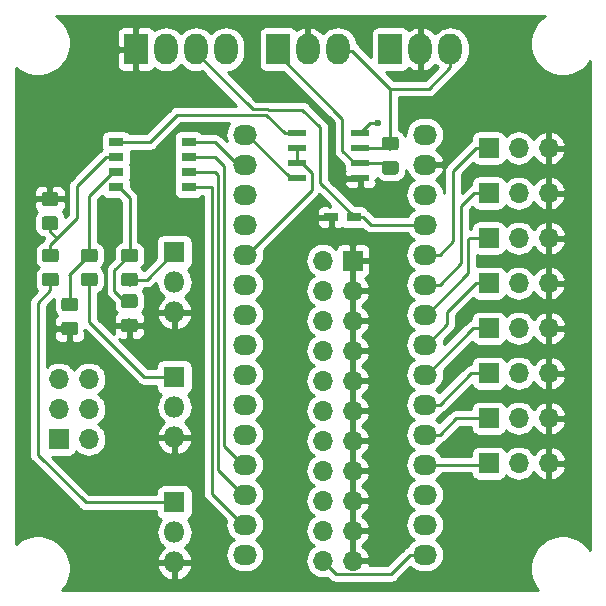
<source format=gbr>
G04 #@! TF.GenerationSoftware,KiCad,Pcbnew,(5.1.4)-1*
G04 #@! TF.CreationDate,2019-12-11T21:25:01-08:00*
G04 #@! TF.ProjectId,NANO IO,4e414e4f-2049-44f2-9e6b-696361645f70,-*
G04 #@! TF.SameCoordinates,Original*
G04 #@! TF.FileFunction,Copper,L1,Top*
G04 #@! TF.FilePolarity,Positive*
%FSLAX46Y46*%
G04 Gerber Fmt 4.6, Leading zero omitted, Abs format (unit mm)*
G04 Created by KiCad (PCBNEW (5.1.4)-1) date 2019-12-11 21:25:01*
%MOMM*%
%LPD*%
G04 APERTURE LIST*
%ADD10R,2.000000X2.600000*%
%ADD11O,2.000000X2.600000*%
%ADD12O,2.032000X1.727200*%
%ADD13R,1.200000X0.750000*%
%ADD14R,1.800000X1.800000*%
%ADD15O,1.800000X1.800000*%
%ADD16R,1.550000X0.600000*%
%ADD17R,1.700000X1.700000*%
%ADD18O,1.700000X1.700000*%
%ADD19R,1.250000X0.760000*%
%ADD20C,0.100000*%
%ADD21C,1.150000*%
%ADD22C,0.600000*%
%ADD23C,0.228600*%
%ADD24C,0.762000*%
%ADD25C,0.254000*%
G04 APERTURE END LIST*
D10*
X137848737Y-65278000D03*
D11*
X140388737Y-65278000D03*
X142928737Y-65278000D03*
X145468737Y-65278000D03*
D12*
X147066000Y-72517000D03*
X147066000Y-75057000D03*
X147066000Y-77597000D03*
X147066000Y-80137000D03*
X147066000Y-82677000D03*
X147066000Y-85217000D03*
X147066000Y-87757000D03*
X147066000Y-90297000D03*
X147066000Y-92837000D03*
X147066000Y-95377000D03*
X147066000Y-97917000D03*
X147066000Y-100457000D03*
X147066000Y-102997000D03*
X147066000Y-105537000D03*
X147066000Y-108077000D03*
X162306000Y-72517000D03*
X162306000Y-75057000D03*
X162306000Y-77597000D03*
X162306000Y-80137000D03*
X162306000Y-82677000D03*
X162306000Y-85217000D03*
X162306000Y-87757000D03*
X162306000Y-90297000D03*
X162306000Y-92837000D03*
X162306000Y-95377000D03*
X162306000Y-97917000D03*
X162306000Y-100457000D03*
X162306000Y-102997000D03*
X162306000Y-105537000D03*
X162306000Y-108077000D03*
D13*
X156271000Y-79502000D03*
X154371000Y-79502000D03*
D14*
X141100000Y-103660000D03*
D15*
X141100000Y-106200000D03*
X141100000Y-108740000D03*
D16*
X151445000Y-72390000D03*
X151445000Y-73660000D03*
X151445000Y-74930000D03*
X151445000Y-76200000D03*
X156845000Y-76200000D03*
X156845000Y-74930000D03*
X156845000Y-73660000D03*
X156845000Y-72390000D03*
D10*
X149860000Y-65278000D03*
D11*
X152400000Y-65278000D03*
X154940000Y-65278000D03*
D10*
X159385000Y-65278000D03*
D11*
X161925000Y-65278000D03*
X164465000Y-65278000D03*
D17*
X156210000Y-83185000D03*
D18*
X153670000Y-83185000D03*
X156210000Y-85725000D03*
X153670000Y-85725000D03*
X156210000Y-88265000D03*
X153670000Y-88265000D03*
X156210000Y-90805000D03*
X153670000Y-90805000D03*
X156210000Y-93345000D03*
X153670000Y-93345000D03*
X156210000Y-95885000D03*
X153670000Y-95885000D03*
X156210000Y-98425000D03*
X153670000Y-98425000D03*
X156210000Y-100965000D03*
X153670000Y-100965000D03*
X156210000Y-103505000D03*
X153670000Y-103505000D03*
X156210000Y-106045000D03*
X153670000Y-106045000D03*
X156210000Y-108585000D03*
X153670000Y-108585000D03*
D17*
X167720000Y-100329996D03*
D18*
X170260000Y-100329996D03*
X172800000Y-100329996D03*
D17*
X167720000Y-96518568D03*
D18*
X170260000Y-96518568D03*
X172800000Y-96518568D03*
D17*
X167720000Y-92707140D03*
D18*
X170260000Y-92707140D03*
X172800000Y-92707140D03*
D17*
X167720000Y-88895712D03*
D18*
X170260000Y-88895712D03*
X172800000Y-88895712D03*
D17*
X167700000Y-85084284D03*
D18*
X170240000Y-85084284D03*
X172780000Y-85084284D03*
D17*
X167720000Y-81272856D03*
D18*
X170260000Y-81272856D03*
X172800000Y-81272856D03*
D17*
X167700000Y-77461428D03*
D18*
X170240000Y-77461428D03*
X172780000Y-77461428D03*
D17*
X167700000Y-73650000D03*
D18*
X170240000Y-73650000D03*
X172780000Y-73650000D03*
D14*
X141100000Y-93060000D03*
D15*
X141100000Y-95600000D03*
X141100000Y-98140000D03*
D14*
X141100000Y-82480000D03*
D15*
X141100000Y-85020000D03*
X141100000Y-87560000D03*
D17*
X131318000Y-98298000D03*
D18*
X133858000Y-98298000D03*
X131318000Y-95758000D03*
X133858000Y-95758000D03*
X131318000Y-93218000D03*
X133858000Y-93218000D03*
D19*
X136149000Y-73152000D03*
X142299000Y-76962000D03*
X136149000Y-74422000D03*
X142299000Y-75692000D03*
X136149000Y-75692000D03*
X142299000Y-74422000D03*
X136149000Y-76962000D03*
X142299000Y-73152000D03*
D20*
G36*
X159859505Y-72696204D02*
G01*
X159883773Y-72699804D01*
X159907572Y-72705765D01*
X159930671Y-72714030D01*
X159952850Y-72724520D01*
X159973893Y-72737132D01*
X159993599Y-72751747D01*
X160011777Y-72768223D01*
X160028253Y-72786401D01*
X160042868Y-72806107D01*
X160055480Y-72827150D01*
X160065970Y-72849329D01*
X160074235Y-72872428D01*
X160080196Y-72896227D01*
X160083796Y-72920495D01*
X160085000Y-72944999D01*
X160085000Y-73595001D01*
X160083796Y-73619505D01*
X160080196Y-73643773D01*
X160074235Y-73667572D01*
X160065970Y-73690671D01*
X160055480Y-73712850D01*
X160042868Y-73733893D01*
X160028253Y-73753599D01*
X160011777Y-73771777D01*
X159993599Y-73788253D01*
X159973893Y-73802868D01*
X159952850Y-73815480D01*
X159930671Y-73825970D01*
X159907572Y-73834235D01*
X159883773Y-73840196D01*
X159859505Y-73843796D01*
X159835001Y-73845000D01*
X158934999Y-73845000D01*
X158910495Y-73843796D01*
X158886227Y-73840196D01*
X158862428Y-73834235D01*
X158839329Y-73825970D01*
X158817150Y-73815480D01*
X158796107Y-73802868D01*
X158776401Y-73788253D01*
X158758223Y-73771777D01*
X158741747Y-73753599D01*
X158727132Y-73733893D01*
X158714520Y-73712850D01*
X158704030Y-73690671D01*
X158695765Y-73667572D01*
X158689804Y-73643773D01*
X158686204Y-73619505D01*
X158685000Y-73595001D01*
X158685000Y-72944999D01*
X158686204Y-72920495D01*
X158689804Y-72896227D01*
X158695765Y-72872428D01*
X158704030Y-72849329D01*
X158714520Y-72827150D01*
X158727132Y-72806107D01*
X158741747Y-72786401D01*
X158758223Y-72768223D01*
X158776401Y-72751747D01*
X158796107Y-72737132D01*
X158817150Y-72724520D01*
X158839329Y-72714030D01*
X158862428Y-72705765D01*
X158886227Y-72699804D01*
X158910495Y-72696204D01*
X158934999Y-72695000D01*
X159835001Y-72695000D01*
X159859505Y-72696204D01*
X159859505Y-72696204D01*
G37*
D21*
X159385000Y-73270000D03*
D20*
G36*
X159859505Y-74746204D02*
G01*
X159883773Y-74749804D01*
X159907572Y-74755765D01*
X159930671Y-74764030D01*
X159952850Y-74774520D01*
X159973893Y-74787132D01*
X159993599Y-74801747D01*
X160011777Y-74818223D01*
X160028253Y-74836401D01*
X160042868Y-74856107D01*
X160055480Y-74877150D01*
X160065970Y-74899329D01*
X160074235Y-74922428D01*
X160080196Y-74946227D01*
X160083796Y-74970495D01*
X160085000Y-74994999D01*
X160085000Y-75645001D01*
X160083796Y-75669505D01*
X160080196Y-75693773D01*
X160074235Y-75717572D01*
X160065970Y-75740671D01*
X160055480Y-75762850D01*
X160042868Y-75783893D01*
X160028253Y-75803599D01*
X160011777Y-75821777D01*
X159993599Y-75838253D01*
X159973893Y-75852868D01*
X159952850Y-75865480D01*
X159930671Y-75875970D01*
X159907572Y-75884235D01*
X159883773Y-75890196D01*
X159859505Y-75893796D01*
X159835001Y-75895000D01*
X158934999Y-75895000D01*
X158910495Y-75893796D01*
X158886227Y-75890196D01*
X158862428Y-75884235D01*
X158839329Y-75875970D01*
X158817150Y-75865480D01*
X158796107Y-75852868D01*
X158776401Y-75838253D01*
X158758223Y-75821777D01*
X158741747Y-75803599D01*
X158727132Y-75783893D01*
X158714520Y-75762850D01*
X158704030Y-75740671D01*
X158695765Y-75717572D01*
X158689804Y-75693773D01*
X158686204Y-75669505D01*
X158685000Y-75645001D01*
X158685000Y-74994999D01*
X158686204Y-74970495D01*
X158689804Y-74946227D01*
X158695765Y-74922428D01*
X158704030Y-74899329D01*
X158714520Y-74877150D01*
X158727132Y-74856107D01*
X158741747Y-74836401D01*
X158758223Y-74818223D01*
X158776401Y-74801747D01*
X158796107Y-74787132D01*
X158817150Y-74774520D01*
X158839329Y-74764030D01*
X158862428Y-74755765D01*
X158886227Y-74749804D01*
X158910495Y-74746204D01*
X158934999Y-74745000D01*
X159835001Y-74745000D01*
X159859505Y-74746204D01*
X159859505Y-74746204D01*
G37*
D21*
X159385000Y-75320000D03*
D20*
G36*
X131074505Y-84211204D02*
G01*
X131098773Y-84214804D01*
X131122572Y-84220765D01*
X131145671Y-84229030D01*
X131167850Y-84239520D01*
X131188893Y-84252132D01*
X131208599Y-84266747D01*
X131226777Y-84283223D01*
X131243253Y-84301401D01*
X131257868Y-84321107D01*
X131270480Y-84342150D01*
X131280970Y-84364329D01*
X131289235Y-84387428D01*
X131295196Y-84411227D01*
X131298796Y-84435495D01*
X131300000Y-84459999D01*
X131300000Y-85110001D01*
X131298796Y-85134505D01*
X131295196Y-85158773D01*
X131289235Y-85182572D01*
X131280970Y-85205671D01*
X131270480Y-85227850D01*
X131257868Y-85248893D01*
X131243253Y-85268599D01*
X131226777Y-85286777D01*
X131208599Y-85303253D01*
X131188893Y-85317868D01*
X131167850Y-85330480D01*
X131145671Y-85340970D01*
X131122572Y-85349235D01*
X131098773Y-85355196D01*
X131074505Y-85358796D01*
X131050001Y-85360000D01*
X130149999Y-85360000D01*
X130125495Y-85358796D01*
X130101227Y-85355196D01*
X130077428Y-85349235D01*
X130054329Y-85340970D01*
X130032150Y-85330480D01*
X130011107Y-85317868D01*
X129991401Y-85303253D01*
X129973223Y-85286777D01*
X129956747Y-85268599D01*
X129942132Y-85248893D01*
X129929520Y-85227850D01*
X129919030Y-85205671D01*
X129910765Y-85182572D01*
X129904804Y-85158773D01*
X129901204Y-85134505D01*
X129900000Y-85110001D01*
X129900000Y-84459999D01*
X129901204Y-84435495D01*
X129904804Y-84411227D01*
X129910765Y-84387428D01*
X129919030Y-84364329D01*
X129929520Y-84342150D01*
X129942132Y-84321107D01*
X129956747Y-84301401D01*
X129973223Y-84283223D01*
X129991401Y-84266747D01*
X130011107Y-84252132D01*
X130032150Y-84239520D01*
X130054329Y-84229030D01*
X130077428Y-84220765D01*
X130101227Y-84214804D01*
X130125495Y-84211204D01*
X130149999Y-84210000D01*
X131050001Y-84210000D01*
X131074505Y-84211204D01*
X131074505Y-84211204D01*
G37*
D21*
X130600000Y-84785000D03*
D20*
G36*
X131074505Y-82161204D02*
G01*
X131098773Y-82164804D01*
X131122572Y-82170765D01*
X131145671Y-82179030D01*
X131167850Y-82189520D01*
X131188893Y-82202132D01*
X131208599Y-82216747D01*
X131226777Y-82233223D01*
X131243253Y-82251401D01*
X131257868Y-82271107D01*
X131270480Y-82292150D01*
X131280970Y-82314329D01*
X131289235Y-82337428D01*
X131295196Y-82361227D01*
X131298796Y-82385495D01*
X131300000Y-82409999D01*
X131300000Y-83060001D01*
X131298796Y-83084505D01*
X131295196Y-83108773D01*
X131289235Y-83132572D01*
X131280970Y-83155671D01*
X131270480Y-83177850D01*
X131257868Y-83198893D01*
X131243253Y-83218599D01*
X131226777Y-83236777D01*
X131208599Y-83253253D01*
X131188893Y-83267868D01*
X131167850Y-83280480D01*
X131145671Y-83290970D01*
X131122572Y-83299235D01*
X131098773Y-83305196D01*
X131074505Y-83308796D01*
X131050001Y-83310000D01*
X130149999Y-83310000D01*
X130125495Y-83308796D01*
X130101227Y-83305196D01*
X130077428Y-83299235D01*
X130054329Y-83290970D01*
X130032150Y-83280480D01*
X130011107Y-83267868D01*
X129991401Y-83253253D01*
X129973223Y-83236777D01*
X129956747Y-83218599D01*
X129942132Y-83198893D01*
X129929520Y-83177850D01*
X129919030Y-83155671D01*
X129910765Y-83132572D01*
X129904804Y-83108773D01*
X129901204Y-83084505D01*
X129900000Y-83060001D01*
X129900000Y-82409999D01*
X129901204Y-82385495D01*
X129904804Y-82361227D01*
X129910765Y-82337428D01*
X129919030Y-82314329D01*
X129929520Y-82292150D01*
X129942132Y-82271107D01*
X129956747Y-82251401D01*
X129973223Y-82233223D01*
X129991401Y-82216747D01*
X130011107Y-82202132D01*
X130032150Y-82189520D01*
X130054329Y-82179030D01*
X130077428Y-82170765D01*
X130101227Y-82164804D01*
X130125495Y-82161204D01*
X130149999Y-82160000D01*
X131050001Y-82160000D01*
X131074505Y-82161204D01*
X131074505Y-82161204D01*
G37*
D21*
X130600000Y-82735000D03*
D20*
G36*
X134374505Y-82161204D02*
G01*
X134398773Y-82164804D01*
X134422572Y-82170765D01*
X134445671Y-82179030D01*
X134467850Y-82189520D01*
X134488893Y-82202132D01*
X134508599Y-82216747D01*
X134526777Y-82233223D01*
X134543253Y-82251401D01*
X134557868Y-82271107D01*
X134570480Y-82292150D01*
X134580970Y-82314329D01*
X134589235Y-82337428D01*
X134595196Y-82361227D01*
X134598796Y-82385495D01*
X134600000Y-82409999D01*
X134600000Y-83060001D01*
X134598796Y-83084505D01*
X134595196Y-83108773D01*
X134589235Y-83132572D01*
X134580970Y-83155671D01*
X134570480Y-83177850D01*
X134557868Y-83198893D01*
X134543253Y-83218599D01*
X134526777Y-83236777D01*
X134508599Y-83253253D01*
X134488893Y-83267868D01*
X134467850Y-83280480D01*
X134445671Y-83290970D01*
X134422572Y-83299235D01*
X134398773Y-83305196D01*
X134374505Y-83308796D01*
X134350001Y-83310000D01*
X133449999Y-83310000D01*
X133425495Y-83308796D01*
X133401227Y-83305196D01*
X133377428Y-83299235D01*
X133354329Y-83290970D01*
X133332150Y-83280480D01*
X133311107Y-83267868D01*
X133291401Y-83253253D01*
X133273223Y-83236777D01*
X133256747Y-83218599D01*
X133242132Y-83198893D01*
X133229520Y-83177850D01*
X133219030Y-83155671D01*
X133210765Y-83132572D01*
X133204804Y-83108773D01*
X133201204Y-83084505D01*
X133200000Y-83060001D01*
X133200000Y-82409999D01*
X133201204Y-82385495D01*
X133204804Y-82361227D01*
X133210765Y-82337428D01*
X133219030Y-82314329D01*
X133229520Y-82292150D01*
X133242132Y-82271107D01*
X133256747Y-82251401D01*
X133273223Y-82233223D01*
X133291401Y-82216747D01*
X133311107Y-82202132D01*
X133332150Y-82189520D01*
X133354329Y-82179030D01*
X133377428Y-82170765D01*
X133401227Y-82164804D01*
X133425495Y-82161204D01*
X133449999Y-82160000D01*
X134350001Y-82160000D01*
X134374505Y-82161204D01*
X134374505Y-82161204D01*
G37*
D21*
X133900000Y-82735000D03*
D20*
G36*
X134374505Y-84211204D02*
G01*
X134398773Y-84214804D01*
X134422572Y-84220765D01*
X134445671Y-84229030D01*
X134467850Y-84239520D01*
X134488893Y-84252132D01*
X134508599Y-84266747D01*
X134526777Y-84283223D01*
X134543253Y-84301401D01*
X134557868Y-84321107D01*
X134570480Y-84342150D01*
X134580970Y-84364329D01*
X134589235Y-84387428D01*
X134595196Y-84411227D01*
X134598796Y-84435495D01*
X134600000Y-84459999D01*
X134600000Y-85110001D01*
X134598796Y-85134505D01*
X134595196Y-85158773D01*
X134589235Y-85182572D01*
X134580970Y-85205671D01*
X134570480Y-85227850D01*
X134557868Y-85248893D01*
X134543253Y-85268599D01*
X134526777Y-85286777D01*
X134508599Y-85303253D01*
X134488893Y-85317868D01*
X134467850Y-85330480D01*
X134445671Y-85340970D01*
X134422572Y-85349235D01*
X134398773Y-85355196D01*
X134374505Y-85358796D01*
X134350001Y-85360000D01*
X133449999Y-85360000D01*
X133425495Y-85358796D01*
X133401227Y-85355196D01*
X133377428Y-85349235D01*
X133354329Y-85340970D01*
X133332150Y-85330480D01*
X133311107Y-85317868D01*
X133291401Y-85303253D01*
X133273223Y-85286777D01*
X133256747Y-85268599D01*
X133242132Y-85248893D01*
X133229520Y-85227850D01*
X133219030Y-85205671D01*
X133210765Y-85182572D01*
X133204804Y-85158773D01*
X133201204Y-85134505D01*
X133200000Y-85110001D01*
X133200000Y-84459999D01*
X133201204Y-84435495D01*
X133204804Y-84411227D01*
X133210765Y-84387428D01*
X133219030Y-84364329D01*
X133229520Y-84342150D01*
X133242132Y-84321107D01*
X133256747Y-84301401D01*
X133273223Y-84283223D01*
X133291401Y-84266747D01*
X133311107Y-84252132D01*
X133332150Y-84239520D01*
X133354329Y-84229030D01*
X133377428Y-84220765D01*
X133401227Y-84214804D01*
X133425495Y-84211204D01*
X133449999Y-84210000D01*
X134350001Y-84210000D01*
X134374505Y-84211204D01*
X134374505Y-84211204D01*
G37*
D21*
X133900000Y-84785000D03*
D20*
G36*
X137774505Y-84211204D02*
G01*
X137798773Y-84214804D01*
X137822572Y-84220765D01*
X137845671Y-84229030D01*
X137867850Y-84239520D01*
X137888893Y-84252132D01*
X137908599Y-84266747D01*
X137926777Y-84283223D01*
X137943253Y-84301401D01*
X137957868Y-84321107D01*
X137970480Y-84342150D01*
X137980970Y-84364329D01*
X137989235Y-84387428D01*
X137995196Y-84411227D01*
X137998796Y-84435495D01*
X138000000Y-84459999D01*
X138000000Y-85110001D01*
X137998796Y-85134505D01*
X137995196Y-85158773D01*
X137989235Y-85182572D01*
X137980970Y-85205671D01*
X137970480Y-85227850D01*
X137957868Y-85248893D01*
X137943253Y-85268599D01*
X137926777Y-85286777D01*
X137908599Y-85303253D01*
X137888893Y-85317868D01*
X137867850Y-85330480D01*
X137845671Y-85340970D01*
X137822572Y-85349235D01*
X137798773Y-85355196D01*
X137774505Y-85358796D01*
X137750001Y-85360000D01*
X136849999Y-85360000D01*
X136825495Y-85358796D01*
X136801227Y-85355196D01*
X136777428Y-85349235D01*
X136754329Y-85340970D01*
X136732150Y-85330480D01*
X136711107Y-85317868D01*
X136691401Y-85303253D01*
X136673223Y-85286777D01*
X136656747Y-85268599D01*
X136642132Y-85248893D01*
X136629520Y-85227850D01*
X136619030Y-85205671D01*
X136610765Y-85182572D01*
X136604804Y-85158773D01*
X136601204Y-85134505D01*
X136600000Y-85110001D01*
X136600000Y-84459999D01*
X136601204Y-84435495D01*
X136604804Y-84411227D01*
X136610765Y-84387428D01*
X136619030Y-84364329D01*
X136629520Y-84342150D01*
X136642132Y-84321107D01*
X136656747Y-84301401D01*
X136673223Y-84283223D01*
X136691401Y-84266747D01*
X136711107Y-84252132D01*
X136732150Y-84239520D01*
X136754329Y-84229030D01*
X136777428Y-84220765D01*
X136801227Y-84214804D01*
X136825495Y-84211204D01*
X136849999Y-84210000D01*
X137750001Y-84210000D01*
X137774505Y-84211204D01*
X137774505Y-84211204D01*
G37*
D21*
X137300000Y-84785000D03*
D20*
G36*
X137774505Y-82161204D02*
G01*
X137798773Y-82164804D01*
X137822572Y-82170765D01*
X137845671Y-82179030D01*
X137867850Y-82189520D01*
X137888893Y-82202132D01*
X137908599Y-82216747D01*
X137926777Y-82233223D01*
X137943253Y-82251401D01*
X137957868Y-82271107D01*
X137970480Y-82292150D01*
X137980970Y-82314329D01*
X137989235Y-82337428D01*
X137995196Y-82361227D01*
X137998796Y-82385495D01*
X138000000Y-82409999D01*
X138000000Y-83060001D01*
X137998796Y-83084505D01*
X137995196Y-83108773D01*
X137989235Y-83132572D01*
X137980970Y-83155671D01*
X137970480Y-83177850D01*
X137957868Y-83198893D01*
X137943253Y-83218599D01*
X137926777Y-83236777D01*
X137908599Y-83253253D01*
X137888893Y-83267868D01*
X137867850Y-83280480D01*
X137845671Y-83290970D01*
X137822572Y-83299235D01*
X137798773Y-83305196D01*
X137774505Y-83308796D01*
X137750001Y-83310000D01*
X136849999Y-83310000D01*
X136825495Y-83308796D01*
X136801227Y-83305196D01*
X136777428Y-83299235D01*
X136754329Y-83290970D01*
X136732150Y-83280480D01*
X136711107Y-83267868D01*
X136691401Y-83253253D01*
X136673223Y-83236777D01*
X136656747Y-83218599D01*
X136642132Y-83198893D01*
X136629520Y-83177850D01*
X136619030Y-83155671D01*
X136610765Y-83132572D01*
X136604804Y-83108773D01*
X136601204Y-83084505D01*
X136600000Y-83060001D01*
X136600000Y-82409999D01*
X136601204Y-82385495D01*
X136604804Y-82361227D01*
X136610765Y-82337428D01*
X136619030Y-82314329D01*
X136629520Y-82292150D01*
X136642132Y-82271107D01*
X136656747Y-82251401D01*
X136673223Y-82233223D01*
X136691401Y-82216747D01*
X136711107Y-82202132D01*
X136732150Y-82189520D01*
X136754329Y-82179030D01*
X136777428Y-82170765D01*
X136801227Y-82164804D01*
X136825495Y-82161204D01*
X136849999Y-82160000D01*
X137750001Y-82160000D01*
X137774505Y-82161204D01*
X137774505Y-82161204D01*
G37*
D21*
X137300000Y-82735000D03*
D20*
G36*
X131030505Y-77386204D02*
G01*
X131054773Y-77389804D01*
X131078572Y-77395765D01*
X131101671Y-77404030D01*
X131123850Y-77414520D01*
X131144893Y-77427132D01*
X131164599Y-77441747D01*
X131182777Y-77458223D01*
X131199253Y-77476401D01*
X131213868Y-77496107D01*
X131226480Y-77517150D01*
X131236970Y-77539329D01*
X131245235Y-77562428D01*
X131251196Y-77586227D01*
X131254796Y-77610495D01*
X131256000Y-77634999D01*
X131256000Y-78285001D01*
X131254796Y-78309505D01*
X131251196Y-78333773D01*
X131245235Y-78357572D01*
X131236970Y-78380671D01*
X131226480Y-78402850D01*
X131213868Y-78423893D01*
X131199253Y-78443599D01*
X131182777Y-78461777D01*
X131164599Y-78478253D01*
X131144893Y-78492868D01*
X131123850Y-78505480D01*
X131101671Y-78515970D01*
X131078572Y-78524235D01*
X131054773Y-78530196D01*
X131030505Y-78533796D01*
X131006001Y-78535000D01*
X130105999Y-78535000D01*
X130081495Y-78533796D01*
X130057227Y-78530196D01*
X130033428Y-78524235D01*
X130010329Y-78515970D01*
X129988150Y-78505480D01*
X129967107Y-78492868D01*
X129947401Y-78478253D01*
X129929223Y-78461777D01*
X129912747Y-78443599D01*
X129898132Y-78423893D01*
X129885520Y-78402850D01*
X129875030Y-78380671D01*
X129866765Y-78357572D01*
X129860804Y-78333773D01*
X129857204Y-78309505D01*
X129856000Y-78285001D01*
X129856000Y-77634999D01*
X129857204Y-77610495D01*
X129860804Y-77586227D01*
X129866765Y-77562428D01*
X129875030Y-77539329D01*
X129885520Y-77517150D01*
X129898132Y-77496107D01*
X129912747Y-77476401D01*
X129929223Y-77458223D01*
X129947401Y-77441747D01*
X129967107Y-77427132D01*
X129988150Y-77414520D01*
X130010329Y-77404030D01*
X130033428Y-77395765D01*
X130057227Y-77389804D01*
X130081495Y-77386204D01*
X130105999Y-77385000D01*
X131006001Y-77385000D01*
X131030505Y-77386204D01*
X131030505Y-77386204D01*
G37*
D21*
X130556000Y-77960000D03*
D20*
G36*
X131030505Y-79436204D02*
G01*
X131054773Y-79439804D01*
X131078572Y-79445765D01*
X131101671Y-79454030D01*
X131123850Y-79464520D01*
X131144893Y-79477132D01*
X131164599Y-79491747D01*
X131182777Y-79508223D01*
X131199253Y-79526401D01*
X131213868Y-79546107D01*
X131226480Y-79567150D01*
X131236970Y-79589329D01*
X131245235Y-79612428D01*
X131251196Y-79636227D01*
X131254796Y-79660495D01*
X131256000Y-79684999D01*
X131256000Y-80335001D01*
X131254796Y-80359505D01*
X131251196Y-80383773D01*
X131245235Y-80407572D01*
X131236970Y-80430671D01*
X131226480Y-80452850D01*
X131213868Y-80473893D01*
X131199253Y-80493599D01*
X131182777Y-80511777D01*
X131164599Y-80528253D01*
X131144893Y-80542868D01*
X131123850Y-80555480D01*
X131101671Y-80565970D01*
X131078572Y-80574235D01*
X131054773Y-80580196D01*
X131030505Y-80583796D01*
X131006001Y-80585000D01*
X130105999Y-80585000D01*
X130081495Y-80583796D01*
X130057227Y-80580196D01*
X130033428Y-80574235D01*
X130010329Y-80565970D01*
X129988150Y-80555480D01*
X129967107Y-80542868D01*
X129947401Y-80528253D01*
X129929223Y-80511777D01*
X129912747Y-80493599D01*
X129898132Y-80473893D01*
X129885520Y-80452850D01*
X129875030Y-80430671D01*
X129866765Y-80407572D01*
X129860804Y-80383773D01*
X129857204Y-80359505D01*
X129856000Y-80335001D01*
X129856000Y-79684999D01*
X129857204Y-79660495D01*
X129860804Y-79636227D01*
X129866765Y-79612428D01*
X129875030Y-79589329D01*
X129885520Y-79567150D01*
X129898132Y-79546107D01*
X129912747Y-79526401D01*
X129929223Y-79508223D01*
X129947401Y-79491747D01*
X129967107Y-79477132D01*
X129988150Y-79464520D01*
X130010329Y-79454030D01*
X130033428Y-79445765D01*
X130057227Y-79439804D01*
X130081495Y-79436204D01*
X130105999Y-79435000D01*
X131006001Y-79435000D01*
X131030505Y-79436204D01*
X131030505Y-79436204D01*
G37*
D21*
X130556000Y-80010000D03*
D20*
G36*
X132706905Y-86310604D02*
G01*
X132731173Y-86314204D01*
X132754972Y-86320165D01*
X132778071Y-86328430D01*
X132800250Y-86338920D01*
X132821293Y-86351532D01*
X132840999Y-86366147D01*
X132859177Y-86382623D01*
X132875653Y-86400801D01*
X132890268Y-86420507D01*
X132902880Y-86441550D01*
X132913370Y-86463729D01*
X132921635Y-86486828D01*
X132927596Y-86510627D01*
X132931196Y-86534895D01*
X132932400Y-86559399D01*
X132932400Y-87209401D01*
X132931196Y-87233905D01*
X132927596Y-87258173D01*
X132921635Y-87281972D01*
X132913370Y-87305071D01*
X132902880Y-87327250D01*
X132890268Y-87348293D01*
X132875653Y-87367999D01*
X132859177Y-87386177D01*
X132840999Y-87402653D01*
X132821293Y-87417268D01*
X132800250Y-87429880D01*
X132778071Y-87440370D01*
X132754972Y-87448635D01*
X132731173Y-87454596D01*
X132706905Y-87458196D01*
X132682401Y-87459400D01*
X131782399Y-87459400D01*
X131757895Y-87458196D01*
X131733627Y-87454596D01*
X131709828Y-87448635D01*
X131686729Y-87440370D01*
X131664550Y-87429880D01*
X131643507Y-87417268D01*
X131623801Y-87402653D01*
X131605623Y-87386177D01*
X131589147Y-87367999D01*
X131574532Y-87348293D01*
X131561920Y-87327250D01*
X131551430Y-87305071D01*
X131543165Y-87281972D01*
X131537204Y-87258173D01*
X131533604Y-87233905D01*
X131532400Y-87209401D01*
X131532400Y-86559399D01*
X131533604Y-86534895D01*
X131537204Y-86510627D01*
X131543165Y-86486828D01*
X131551430Y-86463729D01*
X131561920Y-86441550D01*
X131574532Y-86420507D01*
X131589147Y-86400801D01*
X131605623Y-86382623D01*
X131623801Y-86366147D01*
X131643507Y-86351532D01*
X131664550Y-86338920D01*
X131686729Y-86328430D01*
X131709828Y-86320165D01*
X131733627Y-86314204D01*
X131757895Y-86310604D01*
X131782399Y-86309400D01*
X132682401Y-86309400D01*
X132706905Y-86310604D01*
X132706905Y-86310604D01*
G37*
D21*
X132232400Y-86884400D03*
D20*
G36*
X132706905Y-88360604D02*
G01*
X132731173Y-88364204D01*
X132754972Y-88370165D01*
X132778071Y-88378430D01*
X132800250Y-88388920D01*
X132821293Y-88401532D01*
X132840999Y-88416147D01*
X132859177Y-88432623D01*
X132875653Y-88450801D01*
X132890268Y-88470507D01*
X132902880Y-88491550D01*
X132913370Y-88513729D01*
X132921635Y-88536828D01*
X132927596Y-88560627D01*
X132931196Y-88584895D01*
X132932400Y-88609399D01*
X132932400Y-89259401D01*
X132931196Y-89283905D01*
X132927596Y-89308173D01*
X132921635Y-89331972D01*
X132913370Y-89355071D01*
X132902880Y-89377250D01*
X132890268Y-89398293D01*
X132875653Y-89417999D01*
X132859177Y-89436177D01*
X132840999Y-89452653D01*
X132821293Y-89467268D01*
X132800250Y-89479880D01*
X132778071Y-89490370D01*
X132754972Y-89498635D01*
X132731173Y-89504596D01*
X132706905Y-89508196D01*
X132682401Y-89509400D01*
X131782399Y-89509400D01*
X131757895Y-89508196D01*
X131733627Y-89504596D01*
X131709828Y-89498635D01*
X131686729Y-89490370D01*
X131664550Y-89479880D01*
X131643507Y-89467268D01*
X131623801Y-89452653D01*
X131605623Y-89436177D01*
X131589147Y-89417999D01*
X131574532Y-89398293D01*
X131561920Y-89377250D01*
X131551430Y-89355071D01*
X131543165Y-89331972D01*
X131537204Y-89308173D01*
X131533604Y-89283905D01*
X131532400Y-89259401D01*
X131532400Y-88609399D01*
X131533604Y-88584895D01*
X131537204Y-88560627D01*
X131543165Y-88536828D01*
X131551430Y-88513729D01*
X131561920Y-88491550D01*
X131574532Y-88470507D01*
X131589147Y-88450801D01*
X131605623Y-88432623D01*
X131623801Y-88416147D01*
X131643507Y-88401532D01*
X131664550Y-88388920D01*
X131686729Y-88378430D01*
X131709828Y-88370165D01*
X131733627Y-88364204D01*
X131757895Y-88360604D01*
X131782399Y-88359400D01*
X132682401Y-88359400D01*
X132706905Y-88360604D01*
X132706905Y-88360604D01*
G37*
D21*
X132232400Y-88934400D03*
D20*
G36*
X137761505Y-88090204D02*
G01*
X137785773Y-88093804D01*
X137809572Y-88099765D01*
X137832671Y-88108030D01*
X137854850Y-88118520D01*
X137875893Y-88131132D01*
X137895599Y-88145747D01*
X137913777Y-88162223D01*
X137930253Y-88180401D01*
X137944868Y-88200107D01*
X137957480Y-88221150D01*
X137967970Y-88243329D01*
X137976235Y-88266428D01*
X137982196Y-88290227D01*
X137985796Y-88314495D01*
X137987000Y-88338999D01*
X137987000Y-88989001D01*
X137985796Y-89013505D01*
X137982196Y-89037773D01*
X137976235Y-89061572D01*
X137967970Y-89084671D01*
X137957480Y-89106850D01*
X137944868Y-89127893D01*
X137930253Y-89147599D01*
X137913777Y-89165777D01*
X137895599Y-89182253D01*
X137875893Y-89196868D01*
X137854850Y-89209480D01*
X137832671Y-89219970D01*
X137809572Y-89228235D01*
X137785773Y-89234196D01*
X137761505Y-89237796D01*
X137737001Y-89239000D01*
X136836999Y-89239000D01*
X136812495Y-89237796D01*
X136788227Y-89234196D01*
X136764428Y-89228235D01*
X136741329Y-89219970D01*
X136719150Y-89209480D01*
X136698107Y-89196868D01*
X136678401Y-89182253D01*
X136660223Y-89165777D01*
X136643747Y-89147599D01*
X136629132Y-89127893D01*
X136616520Y-89106850D01*
X136606030Y-89084671D01*
X136597765Y-89061572D01*
X136591804Y-89037773D01*
X136588204Y-89013505D01*
X136587000Y-88989001D01*
X136587000Y-88338999D01*
X136588204Y-88314495D01*
X136591804Y-88290227D01*
X136597765Y-88266428D01*
X136606030Y-88243329D01*
X136616520Y-88221150D01*
X136629132Y-88200107D01*
X136643747Y-88180401D01*
X136660223Y-88162223D01*
X136678401Y-88145747D01*
X136698107Y-88131132D01*
X136719150Y-88118520D01*
X136741329Y-88108030D01*
X136764428Y-88099765D01*
X136788227Y-88093804D01*
X136812495Y-88090204D01*
X136836999Y-88089000D01*
X137737001Y-88089000D01*
X137761505Y-88090204D01*
X137761505Y-88090204D01*
G37*
D21*
X137287000Y-88664000D03*
D20*
G36*
X137761505Y-86040204D02*
G01*
X137785773Y-86043804D01*
X137809572Y-86049765D01*
X137832671Y-86058030D01*
X137854850Y-86068520D01*
X137875893Y-86081132D01*
X137895599Y-86095747D01*
X137913777Y-86112223D01*
X137930253Y-86130401D01*
X137944868Y-86150107D01*
X137957480Y-86171150D01*
X137967970Y-86193329D01*
X137976235Y-86216428D01*
X137982196Y-86240227D01*
X137985796Y-86264495D01*
X137987000Y-86288999D01*
X137987000Y-86939001D01*
X137985796Y-86963505D01*
X137982196Y-86987773D01*
X137976235Y-87011572D01*
X137967970Y-87034671D01*
X137957480Y-87056850D01*
X137944868Y-87077893D01*
X137930253Y-87097599D01*
X137913777Y-87115777D01*
X137895599Y-87132253D01*
X137875893Y-87146868D01*
X137854850Y-87159480D01*
X137832671Y-87169970D01*
X137809572Y-87178235D01*
X137785773Y-87184196D01*
X137761505Y-87187796D01*
X137737001Y-87189000D01*
X136836999Y-87189000D01*
X136812495Y-87187796D01*
X136788227Y-87184196D01*
X136764428Y-87178235D01*
X136741329Y-87169970D01*
X136719150Y-87159480D01*
X136698107Y-87146868D01*
X136678401Y-87132253D01*
X136660223Y-87115777D01*
X136643747Y-87097599D01*
X136629132Y-87077893D01*
X136616520Y-87056850D01*
X136606030Y-87034671D01*
X136597765Y-87011572D01*
X136591804Y-86987773D01*
X136588204Y-86963505D01*
X136587000Y-86939001D01*
X136587000Y-86288999D01*
X136588204Y-86264495D01*
X136591804Y-86240227D01*
X136597765Y-86216428D01*
X136606030Y-86193329D01*
X136616520Y-86171150D01*
X136629132Y-86150107D01*
X136643747Y-86130401D01*
X136660223Y-86112223D01*
X136678401Y-86095747D01*
X136698107Y-86081132D01*
X136719150Y-86068520D01*
X136741329Y-86058030D01*
X136764428Y-86049765D01*
X136788227Y-86043804D01*
X136812495Y-86040204D01*
X136836999Y-86039000D01*
X137737001Y-86039000D01*
X137761505Y-86040204D01*
X137761505Y-86040204D01*
G37*
D21*
X137287000Y-86614000D03*
D22*
X158300000Y-71560000D03*
D23*
X147066000Y-72517000D02*
X147287000Y-72517000D01*
X150970000Y-76200000D02*
X151445000Y-76200000D01*
X147287000Y-72517000D02*
X150970000Y-76200000D01*
X144299000Y-73152000D02*
X142299000Y-73152000D01*
X147066000Y-75057000D02*
X146449000Y-75057000D01*
X144544000Y-73152000D02*
X144299000Y-73152000D01*
X146449000Y-75057000D02*
X144544000Y-73152000D01*
X146913600Y-75057000D02*
X147066000Y-75057000D01*
X159385000Y-78105000D02*
X159610000Y-78105000D01*
X162306000Y-75409000D02*
X162306000Y-75057000D01*
X151445000Y-73660000D02*
X151445000Y-74930000D01*
X151920000Y-74930000D02*
X152730189Y-75740189D01*
X152730189Y-75740189D02*
X152730189Y-77165211D01*
X152730189Y-77165211D02*
X147218400Y-82677000D01*
X151445000Y-74930000D02*
X151920000Y-74930000D01*
X147218400Y-82677000D02*
X147066000Y-82677000D01*
X142299000Y-74422000D02*
X144544000Y-74422000D01*
X144544000Y-74422000D02*
X145320504Y-75198504D01*
X145320504Y-75198504D02*
X145320504Y-98863904D01*
X145320504Y-98863904D02*
X146913600Y-100457000D01*
X146913600Y-100457000D02*
X147066000Y-100457000D01*
X144544000Y-75692000D02*
X144822223Y-75970223D01*
X144822223Y-100905623D02*
X146913600Y-102997000D01*
X142299000Y-75692000D02*
X144544000Y-75692000D01*
X144822223Y-75970223D02*
X144822223Y-100905623D01*
X146913600Y-102997000D02*
X147066000Y-102997000D01*
X158300000Y-71560000D02*
X157675000Y-71560000D01*
X157675000Y-71560000D02*
X156845000Y-72390000D01*
X156845000Y-72390000D02*
X157320000Y-72390000D01*
X161061400Y-80137000D02*
X162306000Y-80137000D01*
X157734600Y-80137000D02*
X161061400Y-80137000D01*
X157099600Y-79502000D02*
X157734600Y-80137000D01*
X156271000Y-79502000D02*
X157099600Y-79502000D01*
X156271000Y-79436000D02*
X156271000Y-79502000D01*
X153416000Y-76581000D02*
X156271000Y-79436000D01*
X142928737Y-65578000D02*
X147731768Y-70381031D01*
X142928737Y-65278000D02*
X142928737Y-65578000D01*
X147731768Y-70381031D02*
X149043103Y-70381031D01*
X153416000Y-71876000D02*
X153416000Y-76581000D01*
X149043103Y-70381031D02*
X149059199Y-70397127D01*
X149059199Y-70397127D02*
X151937127Y-70397127D01*
X151937127Y-70397127D02*
X153416000Y-71876000D01*
X162306000Y-82677000D02*
X163550600Y-82677000D01*
X164700000Y-75571400D02*
X166621400Y-73650000D01*
X163550600Y-82677000D02*
X164700000Y-81527600D01*
X164700000Y-81527600D02*
X164700000Y-75571400D01*
X166621400Y-73650000D02*
X167700000Y-73650000D01*
X165400000Y-78560000D02*
X166498572Y-77461428D01*
X166498572Y-77461428D02*
X167700000Y-77461428D01*
X165400000Y-83367600D02*
X165400000Y-78560000D01*
X162306000Y-85217000D02*
X163550600Y-85217000D01*
X163550600Y-85217000D02*
X165400000Y-83367600D01*
X166000000Y-81360000D02*
X166087144Y-81272856D01*
X166087144Y-81272856D02*
X167720000Y-81272856D01*
X166000000Y-84215400D02*
X166000000Y-81360000D01*
X162306000Y-87757000D02*
X162458400Y-87757000D01*
X162458400Y-87757000D02*
X166000000Y-84215400D01*
X164200000Y-88555400D02*
X164200000Y-87505684D01*
X164200000Y-87505684D02*
X166621400Y-85084284D01*
X166621400Y-85084284D02*
X167700000Y-85084284D01*
X162306000Y-90297000D02*
X162458400Y-90297000D01*
X162458400Y-90297000D02*
X164200000Y-88555400D01*
X162306000Y-92837000D02*
X162458400Y-92837000D01*
X162458400Y-92837000D02*
X166399688Y-88895712D01*
X166399688Y-88895712D02*
X167720000Y-88895712D01*
X162306000Y-95377000D02*
X163550600Y-95377000D01*
X163550600Y-95377000D02*
X166220460Y-92707140D01*
X166220460Y-92707140D02*
X167720000Y-92707140D01*
X162306000Y-97917000D02*
X163550600Y-97917000D01*
X163550600Y-97917000D02*
X164949032Y-96518568D01*
X164949032Y-96518568D02*
X167720000Y-96518568D01*
X162306000Y-100457000D02*
X167592996Y-100457000D01*
X167592996Y-100457000D02*
X167720000Y-100329996D01*
X153670000Y-108585000D02*
X154812101Y-109727101D01*
X154812101Y-109727101D02*
X159411299Y-109727101D01*
X159411299Y-109727101D02*
X161061400Y-108077000D01*
X161061400Y-108077000D02*
X162306000Y-108077000D01*
X144299000Y-76962000D02*
X142299000Y-76962000D01*
X144299000Y-76962000D02*
X144299000Y-102922400D01*
X144299000Y-102922400D02*
X146913600Y-105537000D01*
X146913600Y-105537000D02*
X147066000Y-105537000D01*
D24*
X131088000Y-92988000D02*
X131318000Y-93218000D01*
X130900000Y-98716000D02*
X131318000Y-98298000D01*
D23*
X156845000Y-74930000D02*
X158920000Y-74930000D01*
X158920000Y-74930000D02*
X159385000Y-75395000D01*
X149860000Y-65405000D02*
X149860000Y-65105000D01*
X149860000Y-65705000D02*
X149860000Y-65405000D01*
X155321000Y-71166000D02*
X149860000Y-65705000D01*
X155321000Y-73881000D02*
X155321000Y-71166000D01*
X156845000Y-74930000D02*
X156370000Y-74930000D01*
X156370000Y-74930000D02*
X155321000Y-73881000D01*
X164465000Y-65278000D02*
X164465000Y-66806600D01*
X164465000Y-66806600D02*
X162650200Y-68621400D01*
X162650200Y-68621400D02*
X159385000Y-68621400D01*
X159385000Y-73195000D02*
X159385000Y-68621400D01*
X159385000Y-68621400D02*
X156168600Y-65405000D01*
X156168600Y-65405000D02*
X154940000Y-65405000D01*
X156845000Y-73660000D02*
X158920000Y-73660000D01*
X158920000Y-73660000D02*
X159385000Y-73195000D01*
X151445000Y-72390000D02*
X150441400Y-72390000D01*
X148864242Y-70812842D02*
X141341758Y-70812842D01*
X141341758Y-70812842D02*
X139002600Y-73152000D01*
X150441400Y-72390000D02*
X148864242Y-70812842D01*
X139002600Y-73152000D02*
X138149000Y-73152000D01*
X138149000Y-73152000D02*
X136149000Y-73152000D01*
X140940000Y-84860000D02*
X141100000Y-85020000D01*
D24*
X134088000Y-98528000D02*
X133858000Y-98298000D01*
D23*
X130600000Y-81831400D02*
X130600000Y-82660000D01*
X132842000Y-76875400D02*
X132842000Y-79589400D01*
X136149000Y-74422000D02*
X135295400Y-74422000D01*
X135295400Y-74422000D02*
X132842000Y-76875400D01*
X131111400Y-81240400D02*
X131191000Y-81240400D01*
X130556000Y-80685000D02*
X131111400Y-81240400D01*
X130556000Y-80010000D02*
X130556000Y-80685000D01*
X132842000Y-79589400D02*
X131191000Y-81240400D01*
X131191000Y-81240400D02*
X130600000Y-81831400D01*
X133900000Y-82660000D02*
X133900000Y-77696000D01*
X133900000Y-77696000D02*
X135904000Y-75692000D01*
X135904000Y-75692000D02*
X136149000Y-75692000D01*
X133900000Y-82735000D02*
X132207000Y-84428000D01*
X132232400Y-84453400D02*
X132232400Y-86884400D01*
X132207000Y-84428000D02*
X132232400Y-84453400D01*
X137300000Y-82660000D02*
X137300000Y-77868000D01*
X137300000Y-77868000D02*
X136394000Y-76962000D01*
X136394000Y-76962000D02*
X136149000Y-76962000D01*
X137160000Y-86487000D02*
X137287000Y-86614000D01*
X136779000Y-86487000D02*
X137160000Y-86487000D01*
X136017000Y-85725000D02*
X136779000Y-86487000D01*
X137300000Y-82735000D02*
X136017000Y-84018000D01*
X136017000Y-84018000D02*
X136017000Y-85725000D01*
X130600000Y-84860000D02*
X130600000Y-85688600D01*
X130600000Y-85688600D02*
X129532527Y-86756073D01*
X129532527Y-86756073D02*
X129532527Y-99603870D01*
X133588657Y-103660000D02*
X129532527Y-99603870D01*
X141100000Y-103660000D02*
X133588657Y-103660000D01*
X133900000Y-84860000D02*
X133900000Y-88400000D01*
X139971400Y-93060000D02*
X139951600Y-93040200D01*
X141100000Y-93060000D02*
X139971400Y-93060000D01*
X138540200Y-93040200D02*
X133900000Y-88400000D01*
X139951600Y-93040200D02*
X138540200Y-93040200D01*
X138795000Y-84785000D02*
X141100000Y-82480000D01*
X137300000Y-84785000D02*
X138795000Y-84785000D01*
D25*
G36*
X172214666Y-62606750D02*
G01*
X171826750Y-62994666D01*
X171521965Y-63450808D01*
X171312026Y-63957646D01*
X171205000Y-64495701D01*
X171205000Y-65044299D01*
X171312026Y-65582354D01*
X171521965Y-66089192D01*
X171826750Y-66545334D01*
X172214666Y-66933250D01*
X172670808Y-67238035D01*
X173177646Y-67447974D01*
X173715701Y-67555000D01*
X174264299Y-67555000D01*
X174802354Y-67447974D01*
X175309192Y-67238035D01*
X175765334Y-66933250D01*
X176153250Y-66545334D01*
X176315001Y-66303257D01*
X176315000Y-107686742D01*
X176153250Y-107444666D01*
X175765334Y-107056750D01*
X175309192Y-106751965D01*
X174802354Y-106542026D01*
X174264299Y-106435000D01*
X173715701Y-106435000D01*
X173177646Y-106542026D01*
X172670808Y-106751965D01*
X172214666Y-107056750D01*
X171826750Y-107444666D01*
X171521965Y-107900808D01*
X171312026Y-108407646D01*
X171205000Y-108945701D01*
X171205000Y-109494299D01*
X171312026Y-110032354D01*
X171521965Y-110539192D01*
X171826750Y-110995334D01*
X171906416Y-111075000D01*
X131623584Y-111075000D01*
X131703250Y-110995334D01*
X132008035Y-110539192D01*
X132217974Y-110032354D01*
X132325000Y-109494299D01*
X132325000Y-109104741D01*
X139608959Y-109104741D01*
X139708766Y-109388620D01*
X139862038Y-109647573D01*
X140062884Y-109871649D01*
X140303586Y-110052236D01*
X140574893Y-110182394D01*
X140735260Y-110231036D01*
X140973000Y-110110378D01*
X140973000Y-108867000D01*
X141227000Y-108867000D01*
X141227000Y-110110378D01*
X141464740Y-110231036D01*
X141625107Y-110182394D01*
X141896414Y-110052236D01*
X142137116Y-109871649D01*
X142337962Y-109647573D01*
X142491234Y-109388620D01*
X142591041Y-109104741D01*
X142470992Y-108867000D01*
X141227000Y-108867000D01*
X140973000Y-108867000D01*
X139729008Y-108867000D01*
X139608959Y-109104741D01*
X132325000Y-109104741D01*
X132325000Y-108945701D01*
X132217974Y-108407646D01*
X132008035Y-107900808D01*
X131703250Y-107444666D01*
X131315334Y-107056750D01*
X130859192Y-106751965D01*
X130352354Y-106542026D01*
X129814299Y-106435000D01*
X129265701Y-106435000D01*
X128727646Y-106542026D01*
X128220808Y-106751965D01*
X127764666Y-107056750D01*
X127685000Y-107136416D01*
X127685000Y-86756073D01*
X128779603Y-86756073D01*
X128783227Y-86792868D01*
X128783228Y-99567065D01*
X128779603Y-99603870D01*
X128783228Y-99640676D01*
X128794070Y-99750758D01*
X128801161Y-99774135D01*
X128836915Y-99892001D01*
X128906493Y-100022173D01*
X128976667Y-100107679D01*
X129000130Y-100136268D01*
X129028716Y-100159728D01*
X133032798Y-104163811D01*
X133056259Y-104192398D01*
X133084845Y-104215858D01*
X133084847Y-104215860D01*
X133170353Y-104286034D01*
X133260118Y-104334014D01*
X133300525Y-104355612D01*
X133441769Y-104398458D01*
X133551851Y-104409300D01*
X133551860Y-104409300D01*
X133588656Y-104412924D01*
X133625452Y-104409300D01*
X139561928Y-104409300D01*
X139561928Y-104560000D01*
X139574188Y-104684482D01*
X139610498Y-104804180D01*
X139669463Y-104914494D01*
X139748815Y-105011185D01*
X139845506Y-105090537D01*
X139955820Y-105149502D01*
X139972280Y-105154495D01*
X139817519Y-105343073D01*
X139674983Y-105609739D01*
X139587210Y-105899087D01*
X139557573Y-106200000D01*
X139587210Y-106500913D01*
X139674983Y-106790261D01*
X139817519Y-107056927D01*
X140009339Y-107290661D01*
X140237142Y-107477614D01*
X140062884Y-107608351D01*
X139862038Y-107832427D01*
X139708766Y-108091380D01*
X139608959Y-108375259D01*
X139729008Y-108613000D01*
X140973000Y-108613000D01*
X140973000Y-108593000D01*
X141227000Y-108593000D01*
X141227000Y-108613000D01*
X142470992Y-108613000D01*
X142591041Y-108375259D01*
X142491234Y-108091380D01*
X142337962Y-107832427D01*
X142137116Y-107608351D01*
X141962858Y-107477614D01*
X142190661Y-107290661D01*
X142382481Y-107056927D01*
X142525017Y-106790261D01*
X142612790Y-106500913D01*
X142642427Y-106200000D01*
X142612790Y-105899087D01*
X142525017Y-105609739D01*
X142382481Y-105343073D01*
X142227720Y-105154495D01*
X142244180Y-105149502D01*
X142354494Y-105090537D01*
X142451185Y-105011185D01*
X142530537Y-104914494D01*
X142589502Y-104804180D01*
X142625812Y-104684482D01*
X142638072Y-104560000D01*
X142638072Y-102760000D01*
X142625812Y-102635518D01*
X142589502Y-102515820D01*
X142530537Y-102405506D01*
X142451185Y-102308815D01*
X142354494Y-102229463D01*
X142244180Y-102170498D01*
X142124482Y-102134188D01*
X142000000Y-102121928D01*
X140200000Y-102121928D01*
X140075518Y-102134188D01*
X139955820Y-102170498D01*
X139845506Y-102229463D01*
X139748815Y-102308815D01*
X139669463Y-102405506D01*
X139610498Y-102515820D01*
X139574188Y-102635518D01*
X139561928Y-102760000D01*
X139561928Y-102910700D01*
X133899027Y-102910700D01*
X130774398Y-99786072D01*
X132168000Y-99786072D01*
X132292482Y-99773812D01*
X132412180Y-99737502D01*
X132522494Y-99678537D01*
X132619185Y-99599185D01*
X132698537Y-99502494D01*
X132757502Y-99392180D01*
X132778393Y-99323313D01*
X132802866Y-99353134D01*
X133028986Y-99538706D01*
X133286966Y-99676599D01*
X133566889Y-99761513D01*
X133785050Y-99783000D01*
X133930950Y-99783000D01*
X134149111Y-99761513D01*
X134429034Y-99676599D01*
X134687014Y-99538706D01*
X134913134Y-99353134D01*
X135098706Y-99127014D01*
X135236599Y-98869034D01*
X135321513Y-98589111D01*
X135329822Y-98504741D01*
X139608959Y-98504741D01*
X139708766Y-98788620D01*
X139862038Y-99047573D01*
X140062884Y-99271649D01*
X140303586Y-99452236D01*
X140574893Y-99582394D01*
X140735260Y-99631036D01*
X140973000Y-99510378D01*
X140973000Y-98267000D01*
X141227000Y-98267000D01*
X141227000Y-99510378D01*
X141464740Y-99631036D01*
X141625107Y-99582394D01*
X141896414Y-99452236D01*
X142137116Y-99271649D01*
X142337962Y-99047573D01*
X142491234Y-98788620D01*
X142591041Y-98504741D01*
X142470992Y-98267000D01*
X141227000Y-98267000D01*
X140973000Y-98267000D01*
X139729008Y-98267000D01*
X139608959Y-98504741D01*
X135329822Y-98504741D01*
X135350185Y-98298000D01*
X135321513Y-98006889D01*
X135236599Y-97726966D01*
X135098706Y-97468986D01*
X134913134Y-97242866D01*
X134687014Y-97057294D01*
X134632209Y-97028000D01*
X134687014Y-96998706D01*
X134913134Y-96813134D01*
X135098706Y-96587014D01*
X135236599Y-96329034D01*
X135321513Y-96049111D01*
X135350185Y-95758000D01*
X135321513Y-95466889D01*
X135236599Y-95186966D01*
X135098706Y-94928986D01*
X134913134Y-94702866D01*
X134687014Y-94517294D01*
X134632209Y-94488000D01*
X134687014Y-94458706D01*
X134913134Y-94273134D01*
X135098706Y-94047014D01*
X135236599Y-93789034D01*
X135321513Y-93509111D01*
X135350185Y-93218000D01*
X135321513Y-92926889D01*
X135236599Y-92646966D01*
X135098706Y-92388986D01*
X134913134Y-92162866D01*
X134687014Y-91977294D01*
X134429034Y-91839401D01*
X134149111Y-91754487D01*
X133930950Y-91733000D01*
X133785050Y-91733000D01*
X133566889Y-91754487D01*
X133286966Y-91839401D01*
X133028986Y-91977294D01*
X132802866Y-92162866D01*
X132617294Y-92388986D01*
X132588000Y-92443791D01*
X132558706Y-92388986D01*
X132373134Y-92162866D01*
X132147014Y-91977294D01*
X131889034Y-91839401D01*
X131609111Y-91754487D01*
X131390950Y-91733000D01*
X131245050Y-91733000D01*
X131026889Y-91754487D01*
X130746966Y-91839401D01*
X130488986Y-91977294D01*
X130281827Y-92147305D01*
X130281827Y-89509400D01*
X130894328Y-89509400D01*
X130906588Y-89633882D01*
X130942898Y-89753580D01*
X131001863Y-89863894D01*
X131081215Y-89960585D01*
X131177906Y-90039937D01*
X131288220Y-90098902D01*
X131407918Y-90135212D01*
X131532400Y-90147472D01*
X131946650Y-90144400D01*
X132105400Y-89985650D01*
X132105400Y-89061400D01*
X131056150Y-89061400D01*
X130897400Y-89220150D01*
X130894328Y-89509400D01*
X130281827Y-89509400D01*
X130281827Y-87066442D01*
X130905849Y-86442421D01*
X130894328Y-86559399D01*
X130894328Y-87209401D01*
X130911392Y-87382655D01*
X130961928Y-87549251D01*
X131043995Y-87702787D01*
X131154438Y-87837362D01*
X131160994Y-87842742D01*
X131081215Y-87908215D01*
X131001863Y-88004906D01*
X130942898Y-88115220D01*
X130906588Y-88234918D01*
X130894328Y-88359400D01*
X130897400Y-88648650D01*
X131056150Y-88807400D01*
X132105400Y-88807400D01*
X132105400Y-88787400D01*
X132359400Y-88787400D01*
X132359400Y-88807400D01*
X132379400Y-88807400D01*
X132379400Y-89061400D01*
X132359400Y-89061400D01*
X132359400Y-89985650D01*
X132518150Y-90144400D01*
X132932400Y-90147472D01*
X133056882Y-90135212D01*
X133176580Y-90098902D01*
X133286894Y-90039937D01*
X133383585Y-89960585D01*
X133462937Y-89863894D01*
X133521902Y-89753580D01*
X133558212Y-89633882D01*
X133570472Y-89509400D01*
X133567400Y-89220150D01*
X133408652Y-89061402D01*
X133501733Y-89061402D01*
X137984346Y-93544017D01*
X138007802Y-93572598D01*
X138036383Y-93596054D01*
X138036390Y-93596061D01*
X138085192Y-93636111D01*
X138121897Y-93666234D01*
X138252068Y-93735812D01*
X138393312Y-93778658D01*
X138503394Y-93789500D01*
X138503404Y-93789500D01*
X138540200Y-93793124D01*
X138576996Y-93789500D01*
X139561928Y-93789500D01*
X139561928Y-93960000D01*
X139574188Y-94084482D01*
X139610498Y-94204180D01*
X139669463Y-94314494D01*
X139748815Y-94411185D01*
X139845506Y-94490537D01*
X139955820Y-94549502D01*
X139972280Y-94554495D01*
X139817519Y-94743073D01*
X139674983Y-95009739D01*
X139587210Y-95299087D01*
X139557573Y-95600000D01*
X139587210Y-95900913D01*
X139674983Y-96190261D01*
X139817519Y-96456927D01*
X140009339Y-96690661D01*
X140237142Y-96877614D01*
X140062884Y-97008351D01*
X139862038Y-97232427D01*
X139708766Y-97491380D01*
X139608959Y-97775259D01*
X139729008Y-98013000D01*
X140973000Y-98013000D01*
X140973000Y-97993000D01*
X141227000Y-97993000D01*
X141227000Y-98013000D01*
X142470992Y-98013000D01*
X142591041Y-97775259D01*
X142491234Y-97491380D01*
X142337962Y-97232427D01*
X142137116Y-97008351D01*
X141962858Y-96877614D01*
X142190661Y-96690661D01*
X142382481Y-96456927D01*
X142525017Y-96190261D01*
X142612790Y-95900913D01*
X142642427Y-95600000D01*
X142612790Y-95299087D01*
X142525017Y-95009739D01*
X142382481Y-94743073D01*
X142227720Y-94554495D01*
X142244180Y-94549502D01*
X142354494Y-94490537D01*
X142451185Y-94411185D01*
X142530537Y-94314494D01*
X142589502Y-94204180D01*
X142625812Y-94084482D01*
X142638072Y-93960000D01*
X142638072Y-92160000D01*
X142625812Y-92035518D01*
X142589502Y-91915820D01*
X142530537Y-91805506D01*
X142451185Y-91708815D01*
X142354494Y-91629463D01*
X142244180Y-91570498D01*
X142124482Y-91534188D01*
X142000000Y-91521928D01*
X140200000Y-91521928D01*
X140075518Y-91534188D01*
X139955820Y-91570498D01*
X139845506Y-91629463D01*
X139748815Y-91708815D01*
X139669463Y-91805506D01*
X139610498Y-91915820D01*
X139574188Y-92035518D01*
X139561928Y-92160000D01*
X139561928Y-92290900D01*
X138850571Y-92290900D01*
X136407920Y-89848250D01*
X136462518Y-89864812D01*
X136587000Y-89877072D01*
X137001250Y-89874000D01*
X137160000Y-89715250D01*
X137160000Y-88791000D01*
X137414000Y-88791000D01*
X137414000Y-89715250D01*
X137572750Y-89874000D01*
X137987000Y-89877072D01*
X138111482Y-89864812D01*
X138231180Y-89828502D01*
X138341494Y-89769537D01*
X138438185Y-89690185D01*
X138517537Y-89593494D01*
X138576502Y-89483180D01*
X138612812Y-89363482D01*
X138625072Y-89239000D01*
X138622000Y-88949750D01*
X138463250Y-88791000D01*
X137414000Y-88791000D01*
X137160000Y-88791000D01*
X136110750Y-88791000D01*
X135952000Y-88949750D01*
X135948928Y-89239000D01*
X135961188Y-89363482D01*
X135977750Y-89418081D01*
X134649300Y-88089631D01*
X134649300Y-85942773D01*
X134689851Y-85930472D01*
X134843387Y-85848405D01*
X134977962Y-85737962D01*
X135088405Y-85603387D01*
X135170472Y-85449851D01*
X135221008Y-85283255D01*
X135238072Y-85110001D01*
X135238072Y-84459999D01*
X135221008Y-84286745D01*
X135170472Y-84120149D01*
X135088405Y-83966613D01*
X134977962Y-83832038D01*
X134890184Y-83760000D01*
X134977962Y-83687962D01*
X135088405Y-83553387D01*
X135170472Y-83399851D01*
X135221008Y-83233255D01*
X135238072Y-83060001D01*
X135238072Y-82409999D01*
X135221008Y-82236745D01*
X135170472Y-82070149D01*
X135088405Y-81916613D01*
X134977962Y-81782038D01*
X134843387Y-81671595D01*
X134689851Y-81589528D01*
X134649300Y-81577227D01*
X134649300Y-78006369D01*
X134981520Y-77674150D01*
X134993463Y-77696494D01*
X135072815Y-77793185D01*
X135169506Y-77872537D01*
X135279820Y-77931502D01*
X135399518Y-77967812D01*
X135524000Y-77980072D01*
X136352402Y-77980072D01*
X136550701Y-78178371D01*
X136550700Y-81577227D01*
X136510149Y-81589528D01*
X136356613Y-81671595D01*
X136222038Y-81782038D01*
X136111595Y-81916613D01*
X136029528Y-82070149D01*
X135978992Y-82236745D01*
X135961928Y-82409999D01*
X135961928Y-83013403D01*
X135513194Y-83462137D01*
X135484602Y-83485602D01*
X135440412Y-83539447D01*
X135390966Y-83599697D01*
X135334315Y-83705685D01*
X135321388Y-83729869D01*
X135278542Y-83871113D01*
X135267700Y-83981195D01*
X135267700Y-83981205D01*
X135264076Y-84018000D01*
X135267700Y-84054796D01*
X135267701Y-85688195D01*
X135264076Y-85725000D01*
X135267701Y-85761806D01*
X135274771Y-85833584D01*
X135278543Y-85871887D01*
X135321388Y-86013131D01*
X135390966Y-86143303D01*
X135454730Y-86220998D01*
X135484603Y-86257398D01*
X135513189Y-86280858D01*
X135948928Y-86716598D01*
X135948928Y-86939001D01*
X135965992Y-87112255D01*
X136016528Y-87278851D01*
X136098595Y-87432387D01*
X136209038Y-87566962D01*
X136215594Y-87572342D01*
X136135815Y-87637815D01*
X136056463Y-87734506D01*
X135997498Y-87844820D01*
X135961188Y-87964518D01*
X135948928Y-88089000D01*
X135952000Y-88378250D01*
X136110750Y-88537000D01*
X137160000Y-88537000D01*
X137160000Y-88517000D01*
X137414000Y-88517000D01*
X137414000Y-88537000D01*
X138463250Y-88537000D01*
X138622000Y-88378250D01*
X138625072Y-88089000D01*
X138612812Y-87964518D01*
X138600746Y-87924741D01*
X139608959Y-87924741D01*
X139708766Y-88208620D01*
X139862038Y-88467573D01*
X140062884Y-88691649D01*
X140303586Y-88872236D01*
X140574893Y-89002394D01*
X140735260Y-89051036D01*
X140973000Y-88930378D01*
X140973000Y-87687000D01*
X141227000Y-87687000D01*
X141227000Y-88930378D01*
X141464740Y-89051036D01*
X141625107Y-89002394D01*
X141896414Y-88872236D01*
X142137116Y-88691649D01*
X142337962Y-88467573D01*
X142491234Y-88208620D01*
X142591041Y-87924741D01*
X142470992Y-87687000D01*
X141227000Y-87687000D01*
X140973000Y-87687000D01*
X139729008Y-87687000D01*
X139608959Y-87924741D01*
X138600746Y-87924741D01*
X138576502Y-87844820D01*
X138517537Y-87734506D01*
X138438185Y-87637815D01*
X138358406Y-87572342D01*
X138364962Y-87566962D01*
X138475405Y-87432387D01*
X138557472Y-87278851D01*
X138608008Y-87112255D01*
X138625072Y-86939001D01*
X138625072Y-86288999D01*
X138608008Y-86115745D01*
X138557472Y-85949149D01*
X138475405Y-85795613D01*
X138403027Y-85707420D01*
X138488405Y-85603387D01*
X138525333Y-85534300D01*
X138758205Y-85534300D01*
X138795000Y-85537924D01*
X138831795Y-85534300D01*
X138831806Y-85534300D01*
X138941888Y-85523458D01*
X139083132Y-85480612D01*
X139213303Y-85411034D01*
X139327398Y-85317398D01*
X139350863Y-85288806D01*
X139563141Y-85076529D01*
X139587210Y-85320913D01*
X139674983Y-85610261D01*
X139817519Y-85876927D01*
X140009339Y-86110661D01*
X140237142Y-86297614D01*
X140062884Y-86428351D01*
X139862038Y-86652427D01*
X139708766Y-86911380D01*
X139608959Y-87195259D01*
X139729008Y-87433000D01*
X140973000Y-87433000D01*
X140973000Y-87413000D01*
X141227000Y-87413000D01*
X141227000Y-87433000D01*
X142470992Y-87433000D01*
X142591041Y-87195259D01*
X142491234Y-86911380D01*
X142337962Y-86652427D01*
X142137116Y-86428351D01*
X141962858Y-86297614D01*
X142190661Y-86110661D01*
X142382481Y-85876927D01*
X142525017Y-85610261D01*
X142612790Y-85320913D01*
X142642427Y-85020000D01*
X142612790Y-84719087D01*
X142525017Y-84429739D01*
X142382481Y-84163073D01*
X142227720Y-83974495D01*
X142244180Y-83969502D01*
X142354494Y-83910537D01*
X142451185Y-83831185D01*
X142530537Y-83734494D01*
X142589502Y-83624180D01*
X142625812Y-83504482D01*
X142638072Y-83380000D01*
X142638072Y-81580000D01*
X142625812Y-81455518D01*
X142589502Y-81335820D01*
X142530537Y-81225506D01*
X142451185Y-81128815D01*
X142354494Y-81049463D01*
X142244180Y-80990498D01*
X142124482Y-80954188D01*
X142000000Y-80941928D01*
X140200000Y-80941928D01*
X140075518Y-80954188D01*
X139955820Y-80990498D01*
X139845506Y-81049463D01*
X139748815Y-81128815D01*
X139669463Y-81225506D01*
X139610498Y-81335820D01*
X139574188Y-81455518D01*
X139561928Y-81580000D01*
X139561928Y-82958402D01*
X138511155Y-84009176D01*
X138488405Y-83966613D01*
X138377962Y-83832038D01*
X138290184Y-83760000D01*
X138377962Y-83687962D01*
X138488405Y-83553387D01*
X138570472Y-83399851D01*
X138621008Y-83233255D01*
X138638072Y-83060001D01*
X138638072Y-82409999D01*
X138621008Y-82236745D01*
X138570472Y-82070149D01*
X138488405Y-81916613D01*
X138377962Y-81782038D01*
X138243387Y-81671595D01*
X138089851Y-81589528D01*
X138049300Y-81577227D01*
X138049300Y-77904795D01*
X138052924Y-77867999D01*
X138049300Y-77831203D01*
X138049300Y-77831194D01*
X138038458Y-77721112D01*
X137995612Y-77579868D01*
X137926034Y-77449697D01*
X137872938Y-77385000D01*
X137855860Y-77364190D01*
X137855858Y-77364188D01*
X137832398Y-77335602D01*
X137803811Y-77312141D01*
X137412072Y-76920402D01*
X137412072Y-76582000D01*
X137399812Y-76457518D01*
X137363502Y-76337820D01*
X137357718Y-76327000D01*
X137363502Y-76316180D01*
X137399812Y-76196482D01*
X137412072Y-76072000D01*
X137412072Y-75312000D01*
X137399812Y-75187518D01*
X137363502Y-75067820D01*
X137357718Y-75057000D01*
X137363502Y-75046180D01*
X137399812Y-74926482D01*
X137412072Y-74802000D01*
X137412072Y-74042000D01*
X137399812Y-73917518D01*
X137394892Y-73901300D01*
X138965805Y-73901300D01*
X139002600Y-73904924D01*
X139039395Y-73901300D01*
X139039406Y-73901300D01*
X139149488Y-73890458D01*
X139290732Y-73847612D01*
X139420903Y-73778034D01*
X139534998Y-73684398D01*
X139558463Y-73655806D01*
X141652128Y-71562142D01*
X145758578Y-71562142D01*
X145661531Y-71680394D01*
X145522375Y-71940736D01*
X145436684Y-72223223D01*
X145407749Y-72517000D01*
X145436684Y-72810777D01*
X145512552Y-73060883D01*
X145099863Y-72648194D01*
X145076398Y-72619602D01*
X144962303Y-72525966D01*
X144832132Y-72456388D01*
X144690888Y-72413542D01*
X144580806Y-72402700D01*
X144580795Y-72402700D01*
X144544000Y-72399076D01*
X144507205Y-72402700D01*
X143442386Y-72402700D01*
X143375185Y-72320815D01*
X143278494Y-72241463D01*
X143168180Y-72182498D01*
X143048482Y-72146188D01*
X142924000Y-72133928D01*
X141674000Y-72133928D01*
X141549518Y-72146188D01*
X141429820Y-72182498D01*
X141319506Y-72241463D01*
X141222815Y-72320815D01*
X141143463Y-72417506D01*
X141084498Y-72527820D01*
X141048188Y-72647518D01*
X141035928Y-72772000D01*
X141035928Y-73532000D01*
X141048188Y-73656482D01*
X141084498Y-73776180D01*
X141090282Y-73787000D01*
X141084498Y-73797820D01*
X141048188Y-73917518D01*
X141035928Y-74042000D01*
X141035928Y-74802000D01*
X141048188Y-74926482D01*
X141084498Y-75046180D01*
X141090282Y-75057000D01*
X141084498Y-75067820D01*
X141048188Y-75187518D01*
X141035928Y-75312000D01*
X141035928Y-76072000D01*
X141048188Y-76196482D01*
X141084498Y-76316180D01*
X141090282Y-76327000D01*
X141084498Y-76337820D01*
X141048188Y-76457518D01*
X141035928Y-76582000D01*
X141035928Y-77342000D01*
X141048188Y-77466482D01*
X141084498Y-77586180D01*
X141143463Y-77696494D01*
X141222815Y-77793185D01*
X141319506Y-77872537D01*
X141429820Y-77931502D01*
X141549518Y-77967812D01*
X141674000Y-77980072D01*
X142924000Y-77980072D01*
X143048482Y-77967812D01*
X143168180Y-77931502D01*
X143278494Y-77872537D01*
X143375185Y-77793185D01*
X143442386Y-77711300D01*
X143549700Y-77711300D01*
X143549701Y-102885595D01*
X143546076Y-102922400D01*
X143560543Y-103069287D01*
X143603388Y-103210531D01*
X143672966Y-103340703D01*
X143734190Y-103415303D01*
X143766603Y-103454798D01*
X143795189Y-103478258D01*
X145465421Y-105148491D01*
X145436684Y-105243223D01*
X145407749Y-105537000D01*
X145436684Y-105830777D01*
X145522375Y-106113264D01*
X145661531Y-106373606D01*
X145848803Y-106601797D01*
X146076994Y-106789069D01*
X146110540Y-106807000D01*
X146076994Y-106824931D01*
X145848803Y-107012203D01*
X145661531Y-107240394D01*
X145522375Y-107500736D01*
X145436684Y-107783223D01*
X145407749Y-108077000D01*
X145436684Y-108370777D01*
X145522375Y-108653264D01*
X145661531Y-108913606D01*
X145848803Y-109141797D01*
X146076994Y-109329069D01*
X146337336Y-109468225D01*
X146619823Y-109553916D01*
X146839981Y-109575600D01*
X147292019Y-109575600D01*
X147512177Y-109553916D01*
X147794664Y-109468225D01*
X148055006Y-109329069D01*
X148283197Y-109141797D01*
X148470469Y-108913606D01*
X148609625Y-108653264D01*
X148695316Y-108370777D01*
X148724251Y-108077000D01*
X148695316Y-107783223D01*
X148609625Y-107500736D01*
X148470469Y-107240394D01*
X148283197Y-107012203D01*
X148055006Y-106824931D01*
X148021460Y-106807000D01*
X148055006Y-106789069D01*
X148283197Y-106601797D01*
X148470469Y-106373606D01*
X148609625Y-106113264D01*
X148695316Y-105830777D01*
X148724251Y-105537000D01*
X148695316Y-105243223D01*
X148609625Y-104960736D01*
X148470469Y-104700394D01*
X148283197Y-104472203D01*
X148055006Y-104284931D01*
X148021460Y-104267000D01*
X148055006Y-104249069D01*
X148283197Y-104061797D01*
X148470469Y-103833606D01*
X148609625Y-103573264D01*
X148695316Y-103290777D01*
X148724251Y-102997000D01*
X148695316Y-102703223D01*
X148609625Y-102420736D01*
X148470469Y-102160394D01*
X148283197Y-101932203D01*
X148055006Y-101744931D01*
X148021460Y-101727000D01*
X148055006Y-101709069D01*
X148283197Y-101521797D01*
X148470469Y-101293606D01*
X148609625Y-101033264D01*
X148695316Y-100750777D01*
X148724251Y-100457000D01*
X148695316Y-100163223D01*
X148609625Y-99880736D01*
X148470469Y-99620394D01*
X148283197Y-99392203D01*
X148055006Y-99204931D01*
X148021460Y-99187000D01*
X148055006Y-99169069D01*
X148283197Y-98981797D01*
X148470469Y-98753606D01*
X148609625Y-98493264D01*
X148695316Y-98210777D01*
X148724251Y-97917000D01*
X148695316Y-97623223D01*
X148609625Y-97340736D01*
X148470469Y-97080394D01*
X148283197Y-96852203D01*
X148055006Y-96664931D01*
X148021460Y-96647000D01*
X148055006Y-96629069D01*
X148283197Y-96441797D01*
X148470469Y-96213606D01*
X148609625Y-95953264D01*
X148695316Y-95670777D01*
X148724251Y-95377000D01*
X148695316Y-95083223D01*
X148609625Y-94800736D01*
X148470469Y-94540394D01*
X148283197Y-94312203D01*
X148055006Y-94124931D01*
X148021460Y-94107000D01*
X148055006Y-94089069D01*
X148283197Y-93901797D01*
X148470469Y-93673606D01*
X148609625Y-93413264D01*
X148695316Y-93130777D01*
X148724251Y-92837000D01*
X148695316Y-92543223D01*
X148609625Y-92260736D01*
X148470469Y-92000394D01*
X148283197Y-91772203D01*
X148055006Y-91584931D01*
X148021460Y-91567000D01*
X148055006Y-91549069D01*
X148283197Y-91361797D01*
X148470469Y-91133606D01*
X148609625Y-90873264D01*
X148695316Y-90590777D01*
X148724251Y-90297000D01*
X148695316Y-90003223D01*
X148609625Y-89720736D01*
X148470469Y-89460394D01*
X148283197Y-89232203D01*
X148055006Y-89044931D01*
X148021460Y-89027000D01*
X148055006Y-89009069D01*
X148283197Y-88821797D01*
X148470469Y-88593606D01*
X148609625Y-88333264D01*
X148695316Y-88050777D01*
X148724251Y-87757000D01*
X148695316Y-87463223D01*
X148609625Y-87180736D01*
X148470469Y-86920394D01*
X148283197Y-86692203D01*
X148055006Y-86504931D01*
X148021460Y-86487000D01*
X148055006Y-86469069D01*
X148283197Y-86281797D01*
X148470469Y-86053606D01*
X148609625Y-85793264D01*
X148695316Y-85510777D01*
X148724251Y-85217000D01*
X148695316Y-84923223D01*
X148609625Y-84640736D01*
X148470469Y-84380394D01*
X148283197Y-84152203D01*
X148055006Y-83964931D01*
X148021460Y-83947000D01*
X148055006Y-83929069D01*
X148283197Y-83741797D01*
X148470469Y-83513606D01*
X148609625Y-83253264D01*
X148695316Y-82970777D01*
X148724251Y-82677000D01*
X148695316Y-82383223D01*
X148666579Y-82288490D01*
X151078070Y-79877000D01*
X153132928Y-79877000D01*
X153145188Y-80001482D01*
X153181498Y-80121180D01*
X153240463Y-80231494D01*
X153319815Y-80328185D01*
X153416506Y-80407537D01*
X153526820Y-80466502D01*
X153646518Y-80502812D01*
X153771000Y-80515072D01*
X154085250Y-80512000D01*
X154244000Y-80353250D01*
X154244000Y-79629000D01*
X153294750Y-79629000D01*
X153136000Y-79787750D01*
X153132928Y-79877000D01*
X151078070Y-79877000D01*
X153234006Y-77721065D01*
X153262587Y-77697609D01*
X153286043Y-77669028D01*
X153286050Y-77669021D01*
X153356223Y-77583514D01*
X153357136Y-77581806D01*
X154267330Y-78492000D01*
X154243998Y-78492000D01*
X154243998Y-78650748D01*
X154085250Y-78492000D01*
X153771000Y-78488928D01*
X153646518Y-78501188D01*
X153526820Y-78537498D01*
X153416506Y-78596463D01*
X153319815Y-78675815D01*
X153240463Y-78772506D01*
X153181498Y-78882820D01*
X153145188Y-79002518D01*
X153132928Y-79127000D01*
X153136000Y-79216250D01*
X153294750Y-79375000D01*
X154244000Y-79375000D01*
X154244000Y-79355000D01*
X154498000Y-79355000D01*
X154498000Y-79375000D01*
X154518000Y-79375000D01*
X154518000Y-79629000D01*
X154498000Y-79629000D01*
X154498000Y-80353250D01*
X154656750Y-80512000D01*
X154971000Y-80515072D01*
X155095482Y-80502812D01*
X155215180Y-80466502D01*
X155321000Y-80409939D01*
X155426820Y-80466502D01*
X155546518Y-80502812D01*
X155671000Y-80515072D01*
X156871000Y-80515072D01*
X156995482Y-80502812D01*
X157030208Y-80492278D01*
X157178745Y-80640816D01*
X157202202Y-80669398D01*
X157230783Y-80692854D01*
X157230790Y-80692861D01*
X157284075Y-80736590D01*
X157316297Y-80763034D01*
X157446468Y-80832612D01*
X157587712Y-80875458D01*
X157697794Y-80886300D01*
X157697802Y-80886300D01*
X157734600Y-80889924D01*
X157771398Y-80886300D01*
X160854865Y-80886300D01*
X160901531Y-80973606D01*
X161088803Y-81201797D01*
X161316994Y-81389069D01*
X161350540Y-81407000D01*
X161316994Y-81424931D01*
X161088803Y-81612203D01*
X160901531Y-81840394D01*
X160762375Y-82100736D01*
X160676684Y-82383223D01*
X160647749Y-82677000D01*
X160676684Y-82970777D01*
X160762375Y-83253264D01*
X160901531Y-83513606D01*
X161088803Y-83741797D01*
X161316994Y-83929069D01*
X161350540Y-83947000D01*
X161316994Y-83964931D01*
X161088803Y-84152203D01*
X160901531Y-84380394D01*
X160762375Y-84640736D01*
X160676684Y-84923223D01*
X160647749Y-85217000D01*
X160676684Y-85510777D01*
X160762375Y-85793264D01*
X160901531Y-86053606D01*
X161088803Y-86281797D01*
X161316994Y-86469069D01*
X161350540Y-86487000D01*
X161316994Y-86504931D01*
X161088803Y-86692203D01*
X160901531Y-86920394D01*
X160762375Y-87180736D01*
X160676684Y-87463223D01*
X160647749Y-87757000D01*
X160676684Y-88050777D01*
X160762375Y-88333264D01*
X160901531Y-88593606D01*
X161088803Y-88821797D01*
X161316994Y-89009069D01*
X161350540Y-89027000D01*
X161316994Y-89044931D01*
X161088803Y-89232203D01*
X160901531Y-89460394D01*
X160762375Y-89720736D01*
X160676684Y-90003223D01*
X160647749Y-90297000D01*
X160676684Y-90590777D01*
X160762375Y-90873264D01*
X160901531Y-91133606D01*
X161088803Y-91361797D01*
X161316994Y-91549069D01*
X161350540Y-91567000D01*
X161316994Y-91584931D01*
X161088803Y-91772203D01*
X160901531Y-92000394D01*
X160762375Y-92260736D01*
X160676684Y-92543223D01*
X160647749Y-92837000D01*
X160676684Y-93130777D01*
X160762375Y-93413264D01*
X160901531Y-93673606D01*
X161088803Y-93901797D01*
X161316994Y-94089069D01*
X161350540Y-94107000D01*
X161316994Y-94124931D01*
X161088803Y-94312203D01*
X160901531Y-94540394D01*
X160762375Y-94800736D01*
X160676684Y-95083223D01*
X160647749Y-95377000D01*
X160676684Y-95670777D01*
X160762375Y-95953264D01*
X160901531Y-96213606D01*
X161088803Y-96441797D01*
X161316994Y-96629069D01*
X161350540Y-96647000D01*
X161316994Y-96664931D01*
X161088803Y-96852203D01*
X160901531Y-97080394D01*
X160762375Y-97340736D01*
X160676684Y-97623223D01*
X160647749Y-97917000D01*
X160676684Y-98210777D01*
X160762375Y-98493264D01*
X160901531Y-98753606D01*
X161088803Y-98981797D01*
X161316994Y-99169069D01*
X161350540Y-99187000D01*
X161316994Y-99204931D01*
X161088803Y-99392203D01*
X160901531Y-99620394D01*
X160762375Y-99880736D01*
X160676684Y-100163223D01*
X160647749Y-100457000D01*
X160676684Y-100750777D01*
X160762375Y-101033264D01*
X160901531Y-101293606D01*
X161088803Y-101521797D01*
X161316994Y-101709069D01*
X161350540Y-101727000D01*
X161316994Y-101744931D01*
X161088803Y-101932203D01*
X160901531Y-102160394D01*
X160762375Y-102420736D01*
X160676684Y-102703223D01*
X160647749Y-102997000D01*
X160676684Y-103290777D01*
X160762375Y-103573264D01*
X160901531Y-103833606D01*
X161088803Y-104061797D01*
X161316994Y-104249069D01*
X161350540Y-104267000D01*
X161316994Y-104284931D01*
X161088803Y-104472203D01*
X160901531Y-104700394D01*
X160762375Y-104960736D01*
X160676684Y-105243223D01*
X160647749Y-105537000D01*
X160676684Y-105830777D01*
X160762375Y-106113264D01*
X160901531Y-106373606D01*
X161088803Y-106601797D01*
X161316994Y-106789069D01*
X161350540Y-106807000D01*
X161316994Y-106824931D01*
X161088803Y-107012203D01*
X160901531Y-107240394D01*
X160836405Y-107362235D01*
X160773268Y-107381388D01*
X160712674Y-107413776D01*
X160643096Y-107450966D01*
X160572976Y-107508513D01*
X160529002Y-107544602D01*
X160505541Y-107573189D01*
X159100930Y-108977801D01*
X157640584Y-108977801D01*
X157651476Y-108941890D01*
X157530155Y-108712000D01*
X156337000Y-108712000D01*
X156337000Y-108732000D01*
X156083000Y-108732000D01*
X156083000Y-108712000D01*
X156063000Y-108712000D01*
X156063000Y-108458000D01*
X156083000Y-108458000D01*
X156083000Y-106172000D01*
X156337000Y-106172000D01*
X156337000Y-108458000D01*
X157530155Y-108458000D01*
X157651476Y-108228110D01*
X157606825Y-108080901D01*
X157481641Y-107818080D01*
X157307588Y-107584731D01*
X157091355Y-107389822D01*
X156965745Y-107315000D01*
X157091355Y-107240178D01*
X157307588Y-107045269D01*
X157481641Y-106811920D01*
X157606825Y-106549099D01*
X157651476Y-106401890D01*
X157530155Y-106172000D01*
X156337000Y-106172000D01*
X156083000Y-106172000D01*
X156063000Y-106172000D01*
X156063000Y-105918000D01*
X156083000Y-105918000D01*
X156083000Y-103632000D01*
X156337000Y-103632000D01*
X156337000Y-105918000D01*
X157530155Y-105918000D01*
X157651476Y-105688110D01*
X157606825Y-105540901D01*
X157481641Y-105278080D01*
X157307588Y-105044731D01*
X157091355Y-104849822D01*
X156965745Y-104775000D01*
X157091355Y-104700178D01*
X157307588Y-104505269D01*
X157481641Y-104271920D01*
X157606825Y-104009099D01*
X157651476Y-103861890D01*
X157530155Y-103632000D01*
X156337000Y-103632000D01*
X156083000Y-103632000D01*
X156063000Y-103632000D01*
X156063000Y-103378000D01*
X156083000Y-103378000D01*
X156083000Y-101092000D01*
X156337000Y-101092000D01*
X156337000Y-103378000D01*
X157530155Y-103378000D01*
X157651476Y-103148110D01*
X157606825Y-103000901D01*
X157481641Y-102738080D01*
X157307588Y-102504731D01*
X157091355Y-102309822D01*
X156965745Y-102235000D01*
X157091355Y-102160178D01*
X157307588Y-101965269D01*
X157481641Y-101731920D01*
X157606825Y-101469099D01*
X157651476Y-101321890D01*
X157530155Y-101092000D01*
X156337000Y-101092000D01*
X156083000Y-101092000D01*
X156063000Y-101092000D01*
X156063000Y-100838000D01*
X156083000Y-100838000D01*
X156083000Y-98552000D01*
X156337000Y-98552000D01*
X156337000Y-100838000D01*
X157530155Y-100838000D01*
X157651476Y-100608110D01*
X157606825Y-100460901D01*
X157481641Y-100198080D01*
X157307588Y-99964731D01*
X157091355Y-99769822D01*
X156965745Y-99695000D01*
X157091355Y-99620178D01*
X157307588Y-99425269D01*
X157481641Y-99191920D01*
X157606825Y-98929099D01*
X157651476Y-98781890D01*
X157530155Y-98552000D01*
X156337000Y-98552000D01*
X156083000Y-98552000D01*
X156063000Y-98552000D01*
X156063000Y-98298000D01*
X156083000Y-98298000D01*
X156083000Y-96012000D01*
X156337000Y-96012000D01*
X156337000Y-98298000D01*
X157530155Y-98298000D01*
X157651476Y-98068110D01*
X157606825Y-97920901D01*
X157481641Y-97658080D01*
X157307588Y-97424731D01*
X157091355Y-97229822D01*
X156965745Y-97155000D01*
X157091355Y-97080178D01*
X157307588Y-96885269D01*
X157481641Y-96651920D01*
X157606825Y-96389099D01*
X157651476Y-96241890D01*
X157530155Y-96012000D01*
X156337000Y-96012000D01*
X156083000Y-96012000D01*
X156063000Y-96012000D01*
X156063000Y-95758000D01*
X156083000Y-95758000D01*
X156083000Y-93472000D01*
X156337000Y-93472000D01*
X156337000Y-95758000D01*
X157530155Y-95758000D01*
X157651476Y-95528110D01*
X157606825Y-95380901D01*
X157481641Y-95118080D01*
X157307588Y-94884731D01*
X157091355Y-94689822D01*
X156965745Y-94615000D01*
X157091355Y-94540178D01*
X157307588Y-94345269D01*
X157481641Y-94111920D01*
X157606825Y-93849099D01*
X157651476Y-93701890D01*
X157530155Y-93472000D01*
X156337000Y-93472000D01*
X156083000Y-93472000D01*
X156063000Y-93472000D01*
X156063000Y-93218000D01*
X156083000Y-93218000D01*
X156083000Y-90932000D01*
X156337000Y-90932000D01*
X156337000Y-93218000D01*
X157530155Y-93218000D01*
X157651476Y-92988110D01*
X157606825Y-92840901D01*
X157481641Y-92578080D01*
X157307588Y-92344731D01*
X157091355Y-92149822D01*
X156965745Y-92075000D01*
X157091355Y-92000178D01*
X157307588Y-91805269D01*
X157481641Y-91571920D01*
X157606825Y-91309099D01*
X157651476Y-91161890D01*
X157530155Y-90932000D01*
X156337000Y-90932000D01*
X156083000Y-90932000D01*
X156063000Y-90932000D01*
X156063000Y-90678000D01*
X156083000Y-90678000D01*
X156083000Y-88392000D01*
X156337000Y-88392000D01*
X156337000Y-90678000D01*
X157530155Y-90678000D01*
X157651476Y-90448110D01*
X157606825Y-90300901D01*
X157481641Y-90038080D01*
X157307588Y-89804731D01*
X157091355Y-89609822D01*
X156965745Y-89535000D01*
X157091355Y-89460178D01*
X157307588Y-89265269D01*
X157481641Y-89031920D01*
X157606825Y-88769099D01*
X157651476Y-88621890D01*
X157530155Y-88392000D01*
X156337000Y-88392000D01*
X156083000Y-88392000D01*
X156063000Y-88392000D01*
X156063000Y-88138000D01*
X156083000Y-88138000D01*
X156083000Y-85852000D01*
X156337000Y-85852000D01*
X156337000Y-88138000D01*
X157530155Y-88138000D01*
X157651476Y-87908110D01*
X157606825Y-87760901D01*
X157481641Y-87498080D01*
X157307588Y-87264731D01*
X157091355Y-87069822D01*
X156965745Y-86995000D01*
X157091355Y-86920178D01*
X157307588Y-86725269D01*
X157481641Y-86491920D01*
X157606825Y-86229099D01*
X157651476Y-86081890D01*
X157530155Y-85852000D01*
X156337000Y-85852000D01*
X156083000Y-85852000D01*
X156063000Y-85852000D01*
X156063000Y-85598000D01*
X156083000Y-85598000D01*
X156083000Y-83312000D01*
X156337000Y-83312000D01*
X156337000Y-85598000D01*
X157530155Y-85598000D01*
X157651476Y-85368110D01*
X157606825Y-85220901D01*
X157481641Y-84958080D01*
X157307588Y-84724731D01*
X157223534Y-84648966D01*
X157304180Y-84624502D01*
X157414494Y-84565537D01*
X157511185Y-84486185D01*
X157590537Y-84389494D01*
X157649502Y-84279180D01*
X157685812Y-84159482D01*
X157698072Y-84035000D01*
X157695000Y-83470750D01*
X157536250Y-83312000D01*
X156337000Y-83312000D01*
X156083000Y-83312000D01*
X156063000Y-83312000D01*
X156063000Y-83058000D01*
X156083000Y-83058000D01*
X156083000Y-81858750D01*
X156337000Y-81858750D01*
X156337000Y-83058000D01*
X157536250Y-83058000D01*
X157695000Y-82899250D01*
X157698072Y-82335000D01*
X157685812Y-82210518D01*
X157649502Y-82090820D01*
X157590537Y-81980506D01*
X157511185Y-81883815D01*
X157414494Y-81804463D01*
X157304180Y-81745498D01*
X157184482Y-81709188D01*
X157060000Y-81696928D01*
X156495750Y-81700000D01*
X156337000Y-81858750D01*
X156083000Y-81858750D01*
X155924250Y-81700000D01*
X155360000Y-81696928D01*
X155235518Y-81709188D01*
X155115820Y-81745498D01*
X155005506Y-81804463D01*
X154908815Y-81883815D01*
X154829463Y-81980506D01*
X154770498Y-82090820D01*
X154749607Y-82159687D01*
X154725134Y-82129866D01*
X154499014Y-81944294D01*
X154241034Y-81806401D01*
X153961111Y-81721487D01*
X153742950Y-81700000D01*
X153597050Y-81700000D01*
X153378889Y-81721487D01*
X153098966Y-81806401D01*
X152840986Y-81944294D01*
X152614866Y-82129866D01*
X152429294Y-82355986D01*
X152291401Y-82613966D01*
X152206487Y-82893889D01*
X152177815Y-83185000D01*
X152206487Y-83476111D01*
X152291401Y-83756034D01*
X152429294Y-84014014D01*
X152614866Y-84240134D01*
X152840986Y-84425706D01*
X152895791Y-84455000D01*
X152840986Y-84484294D01*
X152614866Y-84669866D01*
X152429294Y-84895986D01*
X152291401Y-85153966D01*
X152206487Y-85433889D01*
X152177815Y-85725000D01*
X152206487Y-86016111D01*
X152291401Y-86296034D01*
X152429294Y-86554014D01*
X152614866Y-86780134D01*
X152840986Y-86965706D01*
X152895791Y-86995000D01*
X152840986Y-87024294D01*
X152614866Y-87209866D01*
X152429294Y-87435986D01*
X152291401Y-87693966D01*
X152206487Y-87973889D01*
X152177815Y-88265000D01*
X152206487Y-88556111D01*
X152291401Y-88836034D01*
X152429294Y-89094014D01*
X152614866Y-89320134D01*
X152840986Y-89505706D01*
X152895791Y-89535000D01*
X152840986Y-89564294D01*
X152614866Y-89749866D01*
X152429294Y-89975986D01*
X152291401Y-90233966D01*
X152206487Y-90513889D01*
X152177815Y-90805000D01*
X152206487Y-91096111D01*
X152291401Y-91376034D01*
X152429294Y-91634014D01*
X152614866Y-91860134D01*
X152840986Y-92045706D01*
X152895791Y-92075000D01*
X152840986Y-92104294D01*
X152614866Y-92289866D01*
X152429294Y-92515986D01*
X152291401Y-92773966D01*
X152206487Y-93053889D01*
X152177815Y-93345000D01*
X152206487Y-93636111D01*
X152291401Y-93916034D01*
X152429294Y-94174014D01*
X152614866Y-94400134D01*
X152840986Y-94585706D01*
X152895791Y-94615000D01*
X152840986Y-94644294D01*
X152614866Y-94829866D01*
X152429294Y-95055986D01*
X152291401Y-95313966D01*
X152206487Y-95593889D01*
X152177815Y-95885000D01*
X152206487Y-96176111D01*
X152291401Y-96456034D01*
X152429294Y-96714014D01*
X152614866Y-96940134D01*
X152840986Y-97125706D01*
X152895791Y-97155000D01*
X152840986Y-97184294D01*
X152614866Y-97369866D01*
X152429294Y-97595986D01*
X152291401Y-97853966D01*
X152206487Y-98133889D01*
X152177815Y-98425000D01*
X152206487Y-98716111D01*
X152291401Y-98996034D01*
X152429294Y-99254014D01*
X152614866Y-99480134D01*
X152840986Y-99665706D01*
X152895791Y-99695000D01*
X152840986Y-99724294D01*
X152614866Y-99909866D01*
X152429294Y-100135986D01*
X152291401Y-100393966D01*
X152206487Y-100673889D01*
X152177815Y-100965000D01*
X152206487Y-101256111D01*
X152291401Y-101536034D01*
X152429294Y-101794014D01*
X152614866Y-102020134D01*
X152840986Y-102205706D01*
X152895791Y-102235000D01*
X152840986Y-102264294D01*
X152614866Y-102449866D01*
X152429294Y-102675986D01*
X152291401Y-102933966D01*
X152206487Y-103213889D01*
X152177815Y-103505000D01*
X152206487Y-103796111D01*
X152291401Y-104076034D01*
X152429294Y-104334014D01*
X152614866Y-104560134D01*
X152840986Y-104745706D01*
X152895791Y-104775000D01*
X152840986Y-104804294D01*
X152614866Y-104989866D01*
X152429294Y-105215986D01*
X152291401Y-105473966D01*
X152206487Y-105753889D01*
X152177815Y-106045000D01*
X152206487Y-106336111D01*
X152291401Y-106616034D01*
X152429294Y-106874014D01*
X152614866Y-107100134D01*
X152840986Y-107285706D01*
X152895791Y-107315000D01*
X152840986Y-107344294D01*
X152614866Y-107529866D01*
X152429294Y-107755986D01*
X152291401Y-108013966D01*
X152206487Y-108293889D01*
X152177815Y-108585000D01*
X152206487Y-108876111D01*
X152291401Y-109156034D01*
X152429294Y-109414014D01*
X152614866Y-109640134D01*
X152840986Y-109825706D01*
X153098966Y-109963599D01*
X153378889Y-110048513D01*
X153597050Y-110070000D01*
X153742950Y-110070000D01*
X153961111Y-110048513D01*
X154047605Y-110022275D01*
X154256247Y-110230918D01*
X154279703Y-110259499D01*
X154308284Y-110282955D01*
X154308291Y-110282962D01*
X154393798Y-110353135D01*
X154523969Y-110422713D01*
X154665213Y-110465559D01*
X154775295Y-110476401D01*
X154775305Y-110476401D01*
X154812101Y-110480025D01*
X154848897Y-110476401D01*
X159374504Y-110476401D01*
X159411299Y-110480025D01*
X159448094Y-110476401D01*
X159448105Y-110476401D01*
X159558187Y-110465559D01*
X159699431Y-110422713D01*
X159829602Y-110353135D01*
X159943697Y-110259499D01*
X159967162Y-110230907D01*
X161074140Y-109123930D01*
X161088803Y-109141797D01*
X161316994Y-109329069D01*
X161577336Y-109468225D01*
X161859823Y-109553916D01*
X162079981Y-109575600D01*
X162532019Y-109575600D01*
X162752177Y-109553916D01*
X163034664Y-109468225D01*
X163295006Y-109329069D01*
X163523197Y-109141797D01*
X163710469Y-108913606D01*
X163849625Y-108653264D01*
X163935316Y-108370777D01*
X163964251Y-108077000D01*
X163935316Y-107783223D01*
X163849625Y-107500736D01*
X163710469Y-107240394D01*
X163523197Y-107012203D01*
X163295006Y-106824931D01*
X163261460Y-106807000D01*
X163295006Y-106789069D01*
X163523197Y-106601797D01*
X163710469Y-106373606D01*
X163849625Y-106113264D01*
X163935316Y-105830777D01*
X163964251Y-105537000D01*
X163935316Y-105243223D01*
X163849625Y-104960736D01*
X163710469Y-104700394D01*
X163523197Y-104472203D01*
X163295006Y-104284931D01*
X163261460Y-104267000D01*
X163295006Y-104249069D01*
X163523197Y-104061797D01*
X163710469Y-103833606D01*
X163849625Y-103573264D01*
X163935316Y-103290777D01*
X163964251Y-102997000D01*
X163935316Y-102703223D01*
X163849625Y-102420736D01*
X163710469Y-102160394D01*
X163523197Y-101932203D01*
X163295006Y-101744931D01*
X163261460Y-101727000D01*
X163295006Y-101709069D01*
X163523197Y-101521797D01*
X163710469Y-101293606D01*
X163757135Y-101206300D01*
X166234519Y-101206300D01*
X166244188Y-101304478D01*
X166280498Y-101424176D01*
X166339463Y-101534490D01*
X166418815Y-101631181D01*
X166515506Y-101710533D01*
X166625820Y-101769498D01*
X166745518Y-101805808D01*
X166870000Y-101818068D01*
X168570000Y-101818068D01*
X168694482Y-101805808D01*
X168814180Y-101769498D01*
X168924494Y-101710533D01*
X169021185Y-101631181D01*
X169100537Y-101534490D01*
X169159502Y-101424176D01*
X169180393Y-101355309D01*
X169204866Y-101385130D01*
X169430986Y-101570702D01*
X169688966Y-101708595D01*
X169968889Y-101793509D01*
X170187050Y-101814996D01*
X170332950Y-101814996D01*
X170551111Y-101793509D01*
X170831034Y-101708595D01*
X171089014Y-101570702D01*
X171315134Y-101385130D01*
X171500706Y-101159010D01*
X171535201Y-101094473D01*
X171604822Y-101211351D01*
X171799731Y-101427584D01*
X172033080Y-101601637D01*
X172295901Y-101726821D01*
X172443110Y-101771472D01*
X172673000Y-101650151D01*
X172673000Y-100456996D01*
X172927000Y-100456996D01*
X172927000Y-101650151D01*
X173156890Y-101771472D01*
X173304099Y-101726821D01*
X173566920Y-101601637D01*
X173800269Y-101427584D01*
X173995178Y-101211351D01*
X174144157Y-100961248D01*
X174241481Y-100686887D01*
X174120814Y-100456996D01*
X172927000Y-100456996D01*
X172673000Y-100456996D01*
X172653000Y-100456996D01*
X172653000Y-100202996D01*
X172673000Y-100202996D01*
X172673000Y-99009841D01*
X172927000Y-99009841D01*
X172927000Y-100202996D01*
X174120814Y-100202996D01*
X174241481Y-99973105D01*
X174144157Y-99698744D01*
X173995178Y-99448641D01*
X173800269Y-99232408D01*
X173566920Y-99058355D01*
X173304099Y-98933171D01*
X173156890Y-98888520D01*
X172927000Y-99009841D01*
X172673000Y-99009841D01*
X172443110Y-98888520D01*
X172295901Y-98933171D01*
X172033080Y-99058355D01*
X171799731Y-99232408D01*
X171604822Y-99448641D01*
X171535201Y-99565519D01*
X171500706Y-99500982D01*
X171315134Y-99274862D01*
X171089014Y-99089290D01*
X170831034Y-98951397D01*
X170551111Y-98866483D01*
X170332950Y-98844996D01*
X170187050Y-98844996D01*
X169968889Y-98866483D01*
X169688966Y-98951397D01*
X169430986Y-99089290D01*
X169204866Y-99274862D01*
X169180393Y-99304683D01*
X169159502Y-99235816D01*
X169100537Y-99125502D01*
X169021185Y-99028811D01*
X168924494Y-98949459D01*
X168814180Y-98890494D01*
X168694482Y-98854184D01*
X168570000Y-98841924D01*
X166870000Y-98841924D01*
X166745518Y-98854184D01*
X166625820Y-98890494D01*
X166515506Y-98949459D01*
X166418815Y-99028811D01*
X166339463Y-99125502D01*
X166280498Y-99235816D01*
X166244188Y-99355514D01*
X166231928Y-99479996D01*
X166231928Y-99707700D01*
X163757135Y-99707700D01*
X163710469Y-99620394D01*
X163523197Y-99392203D01*
X163295006Y-99204931D01*
X163261460Y-99187000D01*
X163295006Y-99169069D01*
X163523197Y-98981797D01*
X163710469Y-98753606D01*
X163775595Y-98631765D01*
X163838732Y-98612612D01*
X163968903Y-98543034D01*
X164082998Y-98449398D01*
X164106463Y-98420806D01*
X165259402Y-97267868D01*
X166231928Y-97267868D01*
X166231928Y-97368568D01*
X166244188Y-97493050D01*
X166280498Y-97612748D01*
X166339463Y-97723062D01*
X166418815Y-97819753D01*
X166515506Y-97899105D01*
X166625820Y-97958070D01*
X166745518Y-97994380D01*
X166870000Y-98006640D01*
X168570000Y-98006640D01*
X168694482Y-97994380D01*
X168814180Y-97958070D01*
X168924494Y-97899105D01*
X169021185Y-97819753D01*
X169100537Y-97723062D01*
X169159502Y-97612748D01*
X169180393Y-97543881D01*
X169204866Y-97573702D01*
X169430986Y-97759274D01*
X169688966Y-97897167D01*
X169968889Y-97982081D01*
X170187050Y-98003568D01*
X170332950Y-98003568D01*
X170551111Y-97982081D01*
X170831034Y-97897167D01*
X171089014Y-97759274D01*
X171315134Y-97573702D01*
X171500706Y-97347582D01*
X171535201Y-97283045D01*
X171604822Y-97399923D01*
X171799731Y-97616156D01*
X172033080Y-97790209D01*
X172295901Y-97915393D01*
X172443110Y-97960044D01*
X172673000Y-97838723D01*
X172673000Y-96645568D01*
X172927000Y-96645568D01*
X172927000Y-97838723D01*
X173156890Y-97960044D01*
X173304099Y-97915393D01*
X173566920Y-97790209D01*
X173800269Y-97616156D01*
X173995178Y-97399923D01*
X174144157Y-97149820D01*
X174241481Y-96875459D01*
X174120814Y-96645568D01*
X172927000Y-96645568D01*
X172673000Y-96645568D01*
X172653000Y-96645568D01*
X172653000Y-96391568D01*
X172673000Y-96391568D01*
X172673000Y-95198413D01*
X172927000Y-95198413D01*
X172927000Y-96391568D01*
X174120814Y-96391568D01*
X174241481Y-96161677D01*
X174144157Y-95887316D01*
X173995178Y-95637213D01*
X173800269Y-95420980D01*
X173566920Y-95246927D01*
X173304099Y-95121743D01*
X173156890Y-95077092D01*
X172927000Y-95198413D01*
X172673000Y-95198413D01*
X172443110Y-95077092D01*
X172295901Y-95121743D01*
X172033080Y-95246927D01*
X171799731Y-95420980D01*
X171604822Y-95637213D01*
X171535201Y-95754091D01*
X171500706Y-95689554D01*
X171315134Y-95463434D01*
X171089014Y-95277862D01*
X170831034Y-95139969D01*
X170551111Y-95055055D01*
X170332950Y-95033568D01*
X170187050Y-95033568D01*
X169968889Y-95055055D01*
X169688966Y-95139969D01*
X169430986Y-95277862D01*
X169204866Y-95463434D01*
X169180393Y-95493255D01*
X169159502Y-95424388D01*
X169100537Y-95314074D01*
X169021185Y-95217383D01*
X168924494Y-95138031D01*
X168814180Y-95079066D01*
X168694482Y-95042756D01*
X168570000Y-95030496D01*
X166870000Y-95030496D01*
X166745518Y-95042756D01*
X166625820Y-95079066D01*
X166515506Y-95138031D01*
X166418815Y-95217383D01*
X166339463Y-95314074D01*
X166280498Y-95424388D01*
X166244188Y-95544086D01*
X166231928Y-95668568D01*
X166231928Y-95769268D01*
X164985830Y-95769268D01*
X164949032Y-95765644D01*
X164912234Y-95769268D01*
X164912226Y-95769268D01*
X164802144Y-95780110D01*
X164660900Y-95822956D01*
X164530729Y-95892534D01*
X164445223Y-95962707D01*
X164445220Y-95962710D01*
X164416634Y-95986170D01*
X164393173Y-96014757D01*
X163537860Y-96870070D01*
X163523197Y-96852203D01*
X163295006Y-96664931D01*
X163261460Y-96647000D01*
X163295006Y-96629069D01*
X163523197Y-96441797D01*
X163710469Y-96213606D01*
X163775595Y-96091765D01*
X163838732Y-96072612D01*
X163968903Y-96003034D01*
X164082998Y-95909398D01*
X164106463Y-95880806D01*
X166258492Y-93728777D01*
X166280498Y-93801320D01*
X166339463Y-93911634D01*
X166418815Y-94008325D01*
X166515506Y-94087677D01*
X166625820Y-94146642D01*
X166745518Y-94182952D01*
X166870000Y-94195212D01*
X168570000Y-94195212D01*
X168694482Y-94182952D01*
X168814180Y-94146642D01*
X168924494Y-94087677D01*
X169021185Y-94008325D01*
X169100537Y-93911634D01*
X169159502Y-93801320D01*
X169180393Y-93732453D01*
X169204866Y-93762274D01*
X169430986Y-93947846D01*
X169688966Y-94085739D01*
X169968889Y-94170653D01*
X170187050Y-94192140D01*
X170332950Y-94192140D01*
X170551111Y-94170653D01*
X170831034Y-94085739D01*
X171089014Y-93947846D01*
X171315134Y-93762274D01*
X171500706Y-93536154D01*
X171535201Y-93471617D01*
X171604822Y-93588495D01*
X171799731Y-93804728D01*
X172033080Y-93978781D01*
X172295901Y-94103965D01*
X172443110Y-94148616D01*
X172673000Y-94027295D01*
X172673000Y-92834140D01*
X172927000Y-92834140D01*
X172927000Y-94027295D01*
X173156890Y-94148616D01*
X173304099Y-94103965D01*
X173566920Y-93978781D01*
X173800269Y-93804728D01*
X173995178Y-93588495D01*
X174144157Y-93338392D01*
X174241481Y-93064031D01*
X174120814Y-92834140D01*
X172927000Y-92834140D01*
X172673000Y-92834140D01*
X172653000Y-92834140D01*
X172653000Y-92580140D01*
X172673000Y-92580140D01*
X172673000Y-91386985D01*
X172927000Y-91386985D01*
X172927000Y-92580140D01*
X174120814Y-92580140D01*
X174241481Y-92350249D01*
X174144157Y-92075888D01*
X173995178Y-91825785D01*
X173800269Y-91609552D01*
X173566920Y-91435499D01*
X173304099Y-91310315D01*
X173156890Y-91265664D01*
X172927000Y-91386985D01*
X172673000Y-91386985D01*
X172443110Y-91265664D01*
X172295901Y-91310315D01*
X172033080Y-91435499D01*
X171799731Y-91609552D01*
X171604822Y-91825785D01*
X171535201Y-91942663D01*
X171500706Y-91878126D01*
X171315134Y-91652006D01*
X171089014Y-91466434D01*
X170831034Y-91328541D01*
X170551111Y-91243627D01*
X170332950Y-91222140D01*
X170187050Y-91222140D01*
X169968889Y-91243627D01*
X169688966Y-91328541D01*
X169430986Y-91466434D01*
X169204866Y-91652006D01*
X169180393Y-91681827D01*
X169159502Y-91612960D01*
X169100537Y-91502646D01*
X169021185Y-91405955D01*
X168924494Y-91326603D01*
X168814180Y-91267638D01*
X168694482Y-91231328D01*
X168570000Y-91219068D01*
X166870000Y-91219068D01*
X166745518Y-91231328D01*
X166625820Y-91267638D01*
X166515506Y-91326603D01*
X166418815Y-91405955D01*
X166339463Y-91502646D01*
X166280498Y-91612960D01*
X166244188Y-91732658D01*
X166231928Y-91857140D01*
X166231928Y-91955346D01*
X166220459Y-91954216D01*
X166183663Y-91957840D01*
X166183654Y-91957840D01*
X166073572Y-91968682D01*
X165932328Y-92011528D01*
X165908647Y-92024186D01*
X165802156Y-92081106D01*
X165719237Y-92149157D01*
X165688062Y-92174742D01*
X165664601Y-92203329D01*
X163537860Y-94330070D01*
X163523197Y-94312203D01*
X163295006Y-94124931D01*
X163261460Y-94107000D01*
X163295006Y-94089069D01*
X163523197Y-93901797D01*
X163710469Y-93673606D01*
X163849625Y-93413264D01*
X163935316Y-93130777D01*
X163964251Y-92837000D01*
X163935316Y-92543223D01*
X163906579Y-92448490D01*
X166309995Y-90045075D01*
X166339463Y-90100206D01*
X166418815Y-90196897D01*
X166515506Y-90276249D01*
X166625820Y-90335214D01*
X166745518Y-90371524D01*
X166870000Y-90383784D01*
X168570000Y-90383784D01*
X168694482Y-90371524D01*
X168814180Y-90335214D01*
X168924494Y-90276249D01*
X169021185Y-90196897D01*
X169100537Y-90100206D01*
X169159502Y-89989892D01*
X169180393Y-89921025D01*
X169204866Y-89950846D01*
X169430986Y-90136418D01*
X169688966Y-90274311D01*
X169968889Y-90359225D01*
X170187050Y-90380712D01*
X170332950Y-90380712D01*
X170551111Y-90359225D01*
X170831034Y-90274311D01*
X171089014Y-90136418D01*
X171315134Y-89950846D01*
X171500706Y-89724726D01*
X171535201Y-89660189D01*
X171604822Y-89777067D01*
X171799731Y-89993300D01*
X172033080Y-90167353D01*
X172295901Y-90292537D01*
X172443110Y-90337188D01*
X172673000Y-90215867D01*
X172673000Y-89022712D01*
X172927000Y-89022712D01*
X172927000Y-90215867D01*
X173156890Y-90337188D01*
X173304099Y-90292537D01*
X173566920Y-90167353D01*
X173800269Y-89993300D01*
X173995178Y-89777067D01*
X174144157Y-89526964D01*
X174241481Y-89252603D01*
X174120814Y-89022712D01*
X172927000Y-89022712D01*
X172673000Y-89022712D01*
X172653000Y-89022712D01*
X172653000Y-88768712D01*
X172673000Y-88768712D01*
X172673000Y-87575557D01*
X172927000Y-87575557D01*
X172927000Y-88768712D01*
X174120814Y-88768712D01*
X174241481Y-88538821D01*
X174144157Y-88264460D01*
X173995178Y-88014357D01*
X173800269Y-87798124D01*
X173566920Y-87624071D01*
X173304099Y-87498887D01*
X173156890Y-87454236D01*
X172927000Y-87575557D01*
X172673000Y-87575557D01*
X172443110Y-87454236D01*
X172295901Y-87498887D01*
X172033080Y-87624071D01*
X171799731Y-87798124D01*
X171604822Y-88014357D01*
X171535201Y-88131235D01*
X171500706Y-88066698D01*
X171315134Y-87840578D01*
X171089014Y-87655006D01*
X170831034Y-87517113D01*
X170551111Y-87432199D01*
X170332950Y-87410712D01*
X170187050Y-87410712D01*
X169968889Y-87432199D01*
X169688966Y-87517113D01*
X169430986Y-87655006D01*
X169204866Y-87840578D01*
X169180393Y-87870399D01*
X169159502Y-87801532D01*
X169100537Y-87691218D01*
X169021185Y-87594527D01*
X168924494Y-87515175D01*
X168814180Y-87456210D01*
X168694482Y-87419900D01*
X168570000Y-87407640D01*
X166870000Y-87407640D01*
X166745518Y-87419900D01*
X166625820Y-87456210D01*
X166515506Y-87515175D01*
X166418815Y-87594527D01*
X166339463Y-87691218D01*
X166280498Y-87801532D01*
X166244188Y-87921230D01*
X166231928Y-88045712D01*
X166231928Y-88163585D01*
X166111556Y-88200100D01*
X165981384Y-88269678D01*
X165895878Y-88339852D01*
X165867290Y-88363314D01*
X165843829Y-88391901D01*
X163961963Y-90273768D01*
X163935316Y-90003223D01*
X163906579Y-89908490D01*
X164703812Y-89111257D01*
X164732398Y-89087798D01*
X164826034Y-88973703D01*
X164895612Y-88843532D01*
X164938458Y-88702288D01*
X164949300Y-88592206D01*
X164949300Y-88592197D01*
X164952924Y-88555401D01*
X164949300Y-88518605D01*
X164949300Y-87816053D01*
X166390282Y-86375072D01*
X166398815Y-86385469D01*
X166495506Y-86464821D01*
X166605820Y-86523786D01*
X166725518Y-86560096D01*
X166850000Y-86572356D01*
X168550000Y-86572356D01*
X168674482Y-86560096D01*
X168794180Y-86523786D01*
X168904494Y-86464821D01*
X169001185Y-86385469D01*
X169080537Y-86288778D01*
X169139502Y-86178464D01*
X169160393Y-86109597D01*
X169184866Y-86139418D01*
X169410986Y-86324990D01*
X169668966Y-86462883D01*
X169948889Y-86547797D01*
X170167050Y-86569284D01*
X170312950Y-86569284D01*
X170531111Y-86547797D01*
X170811034Y-86462883D01*
X171069014Y-86324990D01*
X171295134Y-86139418D01*
X171480706Y-85913298D01*
X171515201Y-85848761D01*
X171584822Y-85965639D01*
X171779731Y-86181872D01*
X172013080Y-86355925D01*
X172275901Y-86481109D01*
X172423110Y-86525760D01*
X172653000Y-86404439D01*
X172653000Y-85211284D01*
X172907000Y-85211284D01*
X172907000Y-86404439D01*
X173136890Y-86525760D01*
X173284099Y-86481109D01*
X173546920Y-86355925D01*
X173780269Y-86181872D01*
X173975178Y-85965639D01*
X174124157Y-85715536D01*
X174221481Y-85441175D01*
X174100814Y-85211284D01*
X172907000Y-85211284D01*
X172653000Y-85211284D01*
X172633000Y-85211284D01*
X172633000Y-84957284D01*
X172653000Y-84957284D01*
X172653000Y-83764129D01*
X172907000Y-83764129D01*
X172907000Y-84957284D01*
X174100814Y-84957284D01*
X174221481Y-84727393D01*
X174124157Y-84453032D01*
X173975178Y-84202929D01*
X173780269Y-83986696D01*
X173546920Y-83812643D01*
X173284099Y-83687459D01*
X173136890Y-83642808D01*
X172907000Y-83764129D01*
X172653000Y-83764129D01*
X172423110Y-83642808D01*
X172275901Y-83687459D01*
X172013080Y-83812643D01*
X171779731Y-83986696D01*
X171584822Y-84202929D01*
X171515201Y-84319807D01*
X171480706Y-84255270D01*
X171295134Y-84029150D01*
X171069014Y-83843578D01*
X170811034Y-83705685D01*
X170531111Y-83620771D01*
X170312950Y-83599284D01*
X170167050Y-83599284D01*
X169948889Y-83620771D01*
X169668966Y-83705685D01*
X169410986Y-83843578D01*
X169184866Y-84029150D01*
X169160393Y-84058971D01*
X169139502Y-83990104D01*
X169080537Y-83879790D01*
X169001185Y-83783099D01*
X168904494Y-83703747D01*
X168794180Y-83644782D01*
X168674482Y-83608472D01*
X168550000Y-83596212D01*
X166850000Y-83596212D01*
X166749300Y-83606130D01*
X166749300Y-82749040D01*
X166870000Y-82760928D01*
X168570000Y-82760928D01*
X168694482Y-82748668D01*
X168814180Y-82712358D01*
X168924494Y-82653393D01*
X169021185Y-82574041D01*
X169100537Y-82477350D01*
X169159502Y-82367036D01*
X169180393Y-82298169D01*
X169204866Y-82327990D01*
X169430986Y-82513562D01*
X169688966Y-82651455D01*
X169968889Y-82736369D01*
X170187050Y-82757856D01*
X170332950Y-82757856D01*
X170551111Y-82736369D01*
X170831034Y-82651455D01*
X171089014Y-82513562D01*
X171315134Y-82327990D01*
X171500706Y-82101870D01*
X171535201Y-82037333D01*
X171604822Y-82154211D01*
X171799731Y-82370444D01*
X172033080Y-82544497D01*
X172295901Y-82669681D01*
X172443110Y-82714332D01*
X172673000Y-82593011D01*
X172673000Y-81399856D01*
X172927000Y-81399856D01*
X172927000Y-82593011D01*
X173156890Y-82714332D01*
X173304099Y-82669681D01*
X173566920Y-82544497D01*
X173800269Y-82370444D01*
X173995178Y-82154211D01*
X174144157Y-81904108D01*
X174241481Y-81629747D01*
X174120814Y-81399856D01*
X172927000Y-81399856D01*
X172673000Y-81399856D01*
X172653000Y-81399856D01*
X172653000Y-81145856D01*
X172673000Y-81145856D01*
X172673000Y-79952701D01*
X172927000Y-79952701D01*
X172927000Y-81145856D01*
X174120814Y-81145856D01*
X174241481Y-80915965D01*
X174144157Y-80641604D01*
X173995178Y-80391501D01*
X173800269Y-80175268D01*
X173566920Y-80001215D01*
X173304099Y-79876031D01*
X173156890Y-79831380D01*
X172927000Y-79952701D01*
X172673000Y-79952701D01*
X172443110Y-79831380D01*
X172295901Y-79876031D01*
X172033080Y-80001215D01*
X171799731Y-80175268D01*
X171604822Y-80391501D01*
X171535201Y-80508379D01*
X171500706Y-80443842D01*
X171315134Y-80217722D01*
X171089014Y-80032150D01*
X170831034Y-79894257D01*
X170551111Y-79809343D01*
X170332950Y-79787856D01*
X170187050Y-79787856D01*
X169968889Y-79809343D01*
X169688966Y-79894257D01*
X169430986Y-80032150D01*
X169204866Y-80217722D01*
X169180393Y-80247543D01*
X169159502Y-80178676D01*
X169100537Y-80068362D01*
X169021185Y-79971671D01*
X168924494Y-79892319D01*
X168814180Y-79833354D01*
X168694482Y-79797044D01*
X168570000Y-79784784D01*
X166870000Y-79784784D01*
X166745518Y-79797044D01*
X166625820Y-79833354D01*
X166515506Y-79892319D01*
X166418815Y-79971671D01*
X166339463Y-80068362D01*
X166280498Y-80178676D01*
X166244188Y-80298374D01*
X166231928Y-80422856D01*
X166231928Y-80523556D01*
X166149300Y-80523556D01*
X166149300Y-78870369D01*
X166334917Y-78684753D01*
X166398815Y-78762613D01*
X166495506Y-78841965D01*
X166605820Y-78900930D01*
X166725518Y-78937240D01*
X166850000Y-78949500D01*
X168550000Y-78949500D01*
X168674482Y-78937240D01*
X168794180Y-78900930D01*
X168904494Y-78841965D01*
X169001185Y-78762613D01*
X169080537Y-78665922D01*
X169139502Y-78555608D01*
X169160393Y-78486741D01*
X169184866Y-78516562D01*
X169410986Y-78702134D01*
X169668966Y-78840027D01*
X169948889Y-78924941D01*
X170167050Y-78946428D01*
X170312950Y-78946428D01*
X170531111Y-78924941D01*
X170811034Y-78840027D01*
X171069014Y-78702134D01*
X171295134Y-78516562D01*
X171480706Y-78290442D01*
X171515201Y-78225905D01*
X171584822Y-78342783D01*
X171779731Y-78559016D01*
X172013080Y-78733069D01*
X172275901Y-78858253D01*
X172423110Y-78902904D01*
X172653000Y-78781583D01*
X172653000Y-77588428D01*
X172907000Y-77588428D01*
X172907000Y-78781583D01*
X173136890Y-78902904D01*
X173284099Y-78858253D01*
X173546920Y-78733069D01*
X173780269Y-78559016D01*
X173975178Y-78342783D01*
X174124157Y-78092680D01*
X174221481Y-77818319D01*
X174100814Y-77588428D01*
X172907000Y-77588428D01*
X172653000Y-77588428D01*
X172633000Y-77588428D01*
X172633000Y-77334428D01*
X172653000Y-77334428D01*
X172653000Y-76141273D01*
X172907000Y-76141273D01*
X172907000Y-77334428D01*
X174100814Y-77334428D01*
X174221481Y-77104537D01*
X174124157Y-76830176D01*
X173975178Y-76580073D01*
X173780269Y-76363840D01*
X173546920Y-76189787D01*
X173284099Y-76064603D01*
X173136890Y-76019952D01*
X172907000Y-76141273D01*
X172653000Y-76141273D01*
X172423110Y-76019952D01*
X172275901Y-76064603D01*
X172013080Y-76189787D01*
X171779731Y-76363840D01*
X171584822Y-76580073D01*
X171515201Y-76696951D01*
X171480706Y-76632414D01*
X171295134Y-76406294D01*
X171069014Y-76220722D01*
X170811034Y-76082829D01*
X170531111Y-75997915D01*
X170312950Y-75976428D01*
X170167050Y-75976428D01*
X169948889Y-75997915D01*
X169668966Y-76082829D01*
X169410986Y-76220722D01*
X169184866Y-76406294D01*
X169160393Y-76436115D01*
X169139502Y-76367248D01*
X169080537Y-76256934D01*
X169001185Y-76160243D01*
X168904494Y-76080891D01*
X168794180Y-76021926D01*
X168674482Y-75985616D01*
X168550000Y-75973356D01*
X166850000Y-75973356D01*
X166725518Y-75985616D01*
X166605820Y-76021926D01*
X166495506Y-76080891D01*
X166398815Y-76160243D01*
X166319463Y-76256934D01*
X166260498Y-76367248D01*
X166224188Y-76486946D01*
X166211928Y-76611428D01*
X166211928Y-76765365D01*
X166210440Y-76765816D01*
X166080269Y-76835394D01*
X166080267Y-76835395D01*
X166080268Y-76835395D01*
X166006894Y-76895612D01*
X165966174Y-76929030D01*
X165942713Y-76957617D01*
X165449300Y-77451030D01*
X165449300Y-75881769D01*
X166390282Y-74940788D01*
X166398815Y-74951185D01*
X166495506Y-75030537D01*
X166605820Y-75089502D01*
X166725518Y-75125812D01*
X166850000Y-75138072D01*
X168550000Y-75138072D01*
X168674482Y-75125812D01*
X168794180Y-75089502D01*
X168904494Y-75030537D01*
X169001185Y-74951185D01*
X169080537Y-74854494D01*
X169139502Y-74744180D01*
X169160393Y-74675313D01*
X169184866Y-74705134D01*
X169410986Y-74890706D01*
X169668966Y-75028599D01*
X169948889Y-75113513D01*
X170167050Y-75135000D01*
X170312950Y-75135000D01*
X170531111Y-75113513D01*
X170811034Y-75028599D01*
X171069014Y-74890706D01*
X171295134Y-74705134D01*
X171480706Y-74479014D01*
X171515201Y-74414477D01*
X171584822Y-74531355D01*
X171779731Y-74747588D01*
X172013080Y-74921641D01*
X172275901Y-75046825D01*
X172423110Y-75091476D01*
X172653000Y-74970155D01*
X172653000Y-73777000D01*
X172907000Y-73777000D01*
X172907000Y-74970155D01*
X173136890Y-75091476D01*
X173284099Y-75046825D01*
X173546920Y-74921641D01*
X173780269Y-74747588D01*
X173975178Y-74531355D01*
X174124157Y-74281252D01*
X174221481Y-74006891D01*
X174100814Y-73777000D01*
X172907000Y-73777000D01*
X172653000Y-73777000D01*
X172633000Y-73777000D01*
X172633000Y-73523000D01*
X172653000Y-73523000D01*
X172653000Y-72329845D01*
X172907000Y-72329845D01*
X172907000Y-73523000D01*
X174100814Y-73523000D01*
X174221481Y-73293109D01*
X174124157Y-73018748D01*
X173975178Y-72768645D01*
X173780269Y-72552412D01*
X173546920Y-72378359D01*
X173284099Y-72253175D01*
X173136890Y-72208524D01*
X172907000Y-72329845D01*
X172653000Y-72329845D01*
X172423110Y-72208524D01*
X172275901Y-72253175D01*
X172013080Y-72378359D01*
X171779731Y-72552412D01*
X171584822Y-72768645D01*
X171515201Y-72885523D01*
X171480706Y-72820986D01*
X171295134Y-72594866D01*
X171069014Y-72409294D01*
X170811034Y-72271401D01*
X170531111Y-72186487D01*
X170312950Y-72165000D01*
X170167050Y-72165000D01*
X169948889Y-72186487D01*
X169668966Y-72271401D01*
X169410986Y-72409294D01*
X169184866Y-72594866D01*
X169160393Y-72624687D01*
X169139502Y-72555820D01*
X169080537Y-72445506D01*
X169001185Y-72348815D01*
X168904494Y-72269463D01*
X168794180Y-72210498D01*
X168674482Y-72174188D01*
X168550000Y-72161928D01*
X166850000Y-72161928D01*
X166725518Y-72174188D01*
X166605820Y-72210498D01*
X166495506Y-72269463D01*
X166398815Y-72348815D01*
X166319463Y-72445506D01*
X166260498Y-72555820D01*
X166224188Y-72675518D01*
X166211928Y-72800000D01*
X166211928Y-73019245D01*
X166203096Y-73023966D01*
X166117590Y-73094140D01*
X166089002Y-73117602D01*
X166065541Y-73146189D01*
X164196189Y-75015542D01*
X164167603Y-75039002D01*
X164144143Y-75067588D01*
X164144140Y-75067591D01*
X164073966Y-75153097D01*
X164004388Y-75283269D01*
X163985544Y-75345391D01*
X163961543Y-75424512D01*
X163953676Y-75504388D01*
X163947076Y-75571400D01*
X163950701Y-75608205D01*
X163950701Y-77459424D01*
X163935316Y-77303223D01*
X163849625Y-77020736D01*
X163710469Y-76760394D01*
X163523197Y-76532203D01*
X163295006Y-76344931D01*
X163255053Y-76323576D01*
X163457729Y-76175486D01*
X163656733Y-75959035D01*
X163809686Y-75707919D01*
X163910709Y-75431789D01*
X163913358Y-75416026D01*
X163792217Y-75184000D01*
X162433000Y-75184000D01*
X162433000Y-75204000D01*
X162179000Y-75204000D01*
X162179000Y-75184000D01*
X162159000Y-75184000D01*
X162159000Y-74930000D01*
X162179000Y-74930000D01*
X162179000Y-74910000D01*
X162433000Y-74910000D01*
X162433000Y-74930000D01*
X163792217Y-74930000D01*
X163913358Y-74697974D01*
X163910709Y-74682211D01*
X163809686Y-74406081D01*
X163656733Y-74154965D01*
X163457729Y-73938514D01*
X163255053Y-73790424D01*
X163295006Y-73769069D01*
X163523197Y-73581797D01*
X163710469Y-73353606D01*
X163849625Y-73093264D01*
X163935316Y-72810777D01*
X163964251Y-72517000D01*
X163935316Y-72223223D01*
X163849625Y-71940736D01*
X163710469Y-71680394D01*
X163523197Y-71452203D01*
X163295006Y-71264931D01*
X163034664Y-71125775D01*
X162752177Y-71040084D01*
X162532019Y-71018400D01*
X162079981Y-71018400D01*
X161859823Y-71040084D01*
X161577336Y-71125775D01*
X161316994Y-71264931D01*
X161088803Y-71452203D01*
X160901531Y-71680394D01*
X160762375Y-71940736D01*
X160676684Y-72223223D01*
X160647749Y-72517000D01*
X160656892Y-72609831D01*
X160655472Y-72605149D01*
X160573405Y-72451613D01*
X160462962Y-72317038D01*
X160328387Y-72206595D01*
X160174851Y-72124528D01*
X160134300Y-72112227D01*
X160134300Y-69370700D01*
X162613405Y-69370700D01*
X162650200Y-69374324D01*
X162686995Y-69370700D01*
X162687006Y-69370700D01*
X162797088Y-69359858D01*
X162938332Y-69317012D01*
X163068503Y-69247434D01*
X163182598Y-69153798D01*
X163206063Y-69125206D01*
X164968817Y-67362454D01*
X164997398Y-67338998D01*
X165020854Y-67310417D01*
X165020861Y-67310410D01*
X165091034Y-67224903D01*
X165160612Y-67094732D01*
X165173152Y-67053392D01*
X165377752Y-66944031D01*
X165626714Y-66739714D01*
X165831031Y-66490752D01*
X165982852Y-66206715D01*
X166076343Y-65898515D01*
X166100000Y-65658321D01*
X166100000Y-64897678D01*
X166076343Y-64657484D01*
X165982852Y-64349285D01*
X165831031Y-64065248D01*
X165626714Y-63816286D01*
X165377751Y-63611969D01*
X165093714Y-63460148D01*
X164785515Y-63366657D01*
X164465000Y-63335089D01*
X164144484Y-63366657D01*
X163836285Y-63460148D01*
X163552248Y-63611969D01*
X163303286Y-63816286D01*
X163196716Y-63946143D01*
X162991317Y-63732078D01*
X162727761Y-63547990D01*
X162433355Y-63418856D01*
X162305434Y-63387876D01*
X162052000Y-63507223D01*
X162052000Y-65151000D01*
X162072000Y-65151000D01*
X162072000Y-65405000D01*
X162052000Y-65405000D01*
X162052000Y-67048777D01*
X162305434Y-67168124D01*
X162433355Y-67137144D01*
X162727761Y-67008010D01*
X162991317Y-66823922D01*
X163196716Y-66609858D01*
X163303286Y-66739714D01*
X163396070Y-66815859D01*
X162339831Y-67872100D01*
X159695370Y-67872100D01*
X159039342Y-67216072D01*
X160385000Y-67216072D01*
X160509482Y-67203812D01*
X160629180Y-67167502D01*
X160739494Y-67108537D01*
X160836185Y-67029185D01*
X160915537Y-66932494D01*
X160942338Y-66882353D01*
X161122239Y-67008010D01*
X161416645Y-67137144D01*
X161544566Y-67168124D01*
X161798000Y-67048777D01*
X161798000Y-65405000D01*
X161778000Y-65405000D01*
X161778000Y-65151000D01*
X161798000Y-65151000D01*
X161798000Y-63507223D01*
X161544566Y-63387876D01*
X161416645Y-63418856D01*
X161122239Y-63547990D01*
X160942338Y-63673647D01*
X160915537Y-63623506D01*
X160836185Y-63526815D01*
X160739494Y-63447463D01*
X160629180Y-63388498D01*
X160509482Y-63352188D01*
X160385000Y-63339928D01*
X158385000Y-63339928D01*
X158260518Y-63352188D01*
X158140820Y-63388498D01*
X158030506Y-63447463D01*
X157933815Y-63526815D01*
X157854463Y-63623506D01*
X157795498Y-63733820D01*
X157759188Y-63853518D01*
X157746928Y-63978000D01*
X157746928Y-65923659D01*
X156724463Y-64901194D01*
X156700998Y-64872602D01*
X156586903Y-64778966D01*
X156561997Y-64765653D01*
X156551343Y-64657484D01*
X156457852Y-64349285D01*
X156306031Y-64065248D01*
X156101714Y-63816286D01*
X155852751Y-63611969D01*
X155568714Y-63460148D01*
X155260515Y-63366657D01*
X154940000Y-63335089D01*
X154619484Y-63366657D01*
X154311285Y-63460148D01*
X154027248Y-63611969D01*
X153778286Y-63816286D01*
X153671716Y-63946143D01*
X153466317Y-63732078D01*
X153202761Y-63547990D01*
X152908355Y-63418856D01*
X152780434Y-63387876D01*
X152527000Y-63507223D01*
X152527000Y-65151000D01*
X152547000Y-65151000D01*
X152547000Y-65405000D01*
X152527000Y-65405000D01*
X152527000Y-65425000D01*
X152273000Y-65425000D01*
X152273000Y-65405000D01*
X152253000Y-65405000D01*
X152253000Y-65151000D01*
X152273000Y-65151000D01*
X152273000Y-63507223D01*
X152019566Y-63387876D01*
X151891645Y-63418856D01*
X151597239Y-63547990D01*
X151417338Y-63673647D01*
X151390537Y-63623506D01*
X151311185Y-63526815D01*
X151214494Y-63447463D01*
X151104180Y-63388498D01*
X150984482Y-63352188D01*
X150860000Y-63339928D01*
X148860000Y-63339928D01*
X148735518Y-63352188D01*
X148615820Y-63388498D01*
X148505506Y-63447463D01*
X148408815Y-63526815D01*
X148329463Y-63623506D01*
X148270498Y-63733820D01*
X148234188Y-63853518D01*
X148221928Y-63978000D01*
X148221928Y-66578000D01*
X148234188Y-66702482D01*
X148270498Y-66822180D01*
X148329463Y-66932494D01*
X148408815Y-67029185D01*
X148505506Y-67108537D01*
X148615820Y-67167502D01*
X148735518Y-67203812D01*
X148860000Y-67216072D01*
X150311403Y-67216072D01*
X154571701Y-71476371D01*
X154571700Y-73844204D01*
X154568076Y-73881000D01*
X154571700Y-73917795D01*
X154571700Y-73917805D01*
X154582542Y-74027887D01*
X154621091Y-74154965D01*
X154625388Y-74169131D01*
X154694966Y-74299303D01*
X154741178Y-74355612D01*
X154788602Y-74413398D01*
X154817194Y-74436863D01*
X155431928Y-75051598D01*
X155431928Y-75230000D01*
X155444188Y-75354482D01*
X155480498Y-75474180D01*
X155529043Y-75565000D01*
X155480498Y-75655820D01*
X155444188Y-75775518D01*
X155431928Y-75900000D01*
X155435000Y-75914250D01*
X155593750Y-76073000D01*
X156718000Y-76073000D01*
X156718000Y-76053000D01*
X156972000Y-76053000D01*
X156972000Y-76073000D01*
X156992000Y-76073000D01*
X156992000Y-76327000D01*
X156972000Y-76327000D01*
X156972000Y-76976250D01*
X157130750Y-77135000D01*
X157620000Y-77138072D01*
X157744482Y-77125812D01*
X157864180Y-77089502D01*
X157974494Y-77030537D01*
X158071185Y-76951185D01*
X158150537Y-76854494D01*
X158209502Y-76744180D01*
X158245812Y-76624482D01*
X158258072Y-76500000D01*
X158255000Y-76485750D01*
X158096252Y-76327002D01*
X158255000Y-76327002D01*
X158255000Y-76209554D01*
X158307038Y-76272962D01*
X158441613Y-76383405D01*
X158595149Y-76465472D01*
X158761745Y-76516008D01*
X158934999Y-76533072D01*
X159835001Y-76533072D01*
X160008255Y-76516008D01*
X160174851Y-76465472D01*
X160328387Y-76383405D01*
X160462962Y-76272962D01*
X160573405Y-76138387D01*
X160655472Y-75984851D01*
X160706008Y-75818255D01*
X160723072Y-75645001D01*
X160723072Y-75491324D01*
X160802314Y-75707919D01*
X160955267Y-75959035D01*
X161154271Y-76175486D01*
X161356947Y-76323576D01*
X161316994Y-76344931D01*
X161088803Y-76532203D01*
X160901531Y-76760394D01*
X160762375Y-77020736D01*
X160676684Y-77303223D01*
X160647749Y-77597000D01*
X160676684Y-77890777D01*
X160762375Y-78173264D01*
X160901531Y-78433606D01*
X161088803Y-78661797D01*
X161316994Y-78849069D01*
X161350540Y-78867000D01*
X161316994Y-78884931D01*
X161088803Y-79072203D01*
X160901531Y-79300394D01*
X160854865Y-79387700D01*
X158044970Y-79387700D01*
X157655462Y-78998193D01*
X157631998Y-78969602D01*
X157517903Y-78875966D01*
X157432413Y-78830271D01*
X157401537Y-78772506D01*
X157322185Y-78675815D01*
X157225494Y-78596463D01*
X157115180Y-78537498D01*
X156995482Y-78501188D01*
X156871000Y-78488928D01*
X156383599Y-78488928D01*
X154394670Y-76500000D01*
X155431928Y-76500000D01*
X155444188Y-76624482D01*
X155480498Y-76744180D01*
X155539463Y-76854494D01*
X155618815Y-76951185D01*
X155715506Y-77030537D01*
X155825820Y-77089502D01*
X155945518Y-77125812D01*
X156070000Y-77138072D01*
X156559250Y-77135000D01*
X156718000Y-76976250D01*
X156718000Y-76327000D01*
X155593750Y-76327000D01*
X155435000Y-76485750D01*
X155431928Y-76500000D01*
X154394670Y-76500000D01*
X154165300Y-76270631D01*
X154165300Y-71912795D01*
X154168924Y-71875999D01*
X154165300Y-71839203D01*
X154165300Y-71839194D01*
X154154458Y-71729112D01*
X154111612Y-71587868D01*
X154042034Y-71457697D01*
X153948398Y-71343602D01*
X153919812Y-71320143D01*
X152492990Y-69893321D01*
X152469525Y-69864729D01*
X152355430Y-69771093D01*
X152225259Y-69701515D01*
X152084015Y-69658669D01*
X151973933Y-69647827D01*
X151973922Y-69647827D01*
X151937127Y-69644203D01*
X151900332Y-69647827D01*
X149207311Y-69647827D01*
X149189991Y-69642573D01*
X149079909Y-69631731D01*
X149079898Y-69631731D01*
X149043103Y-69628107D01*
X149006308Y-69631731D01*
X148042139Y-69631731D01*
X145616741Y-67206334D01*
X145789253Y-67189343D01*
X146097452Y-67095852D01*
X146381489Y-66944031D01*
X146630451Y-66739714D01*
X146834768Y-66490752D01*
X146986589Y-66206715D01*
X147080080Y-65898515D01*
X147103737Y-65658321D01*
X147103737Y-64897678D01*
X147080080Y-64657484D01*
X146986589Y-64349285D01*
X146834768Y-64065248D01*
X146630451Y-63816286D01*
X146381488Y-63611969D01*
X146097451Y-63460148D01*
X145789252Y-63366657D01*
X145468737Y-63335089D01*
X145148221Y-63366657D01*
X144840022Y-63460148D01*
X144555985Y-63611969D01*
X144307023Y-63816286D01*
X144198737Y-63948234D01*
X144090451Y-63816286D01*
X143841488Y-63611969D01*
X143557451Y-63460148D01*
X143249252Y-63366657D01*
X142928737Y-63335089D01*
X142608221Y-63366657D01*
X142300022Y-63460148D01*
X142015985Y-63611969D01*
X141767023Y-63816286D01*
X141658737Y-63948234D01*
X141550451Y-63816286D01*
X141301488Y-63611969D01*
X141017451Y-63460148D01*
X140709252Y-63366657D01*
X140388737Y-63335089D01*
X140068221Y-63366657D01*
X139760022Y-63460148D01*
X139475985Y-63611969D01*
X139404476Y-63670655D01*
X139379274Y-63623506D01*
X139299922Y-63526815D01*
X139203231Y-63447463D01*
X139092917Y-63388498D01*
X138973219Y-63352188D01*
X138848737Y-63339928D01*
X138134487Y-63343000D01*
X137975737Y-63501750D01*
X137975737Y-65151000D01*
X137995737Y-65151000D01*
X137995737Y-65405000D01*
X137975737Y-65405000D01*
X137975737Y-67054250D01*
X138134487Y-67213000D01*
X138848737Y-67216072D01*
X138973219Y-67203812D01*
X139092917Y-67167502D01*
X139203231Y-67108537D01*
X139299922Y-67029185D01*
X139379274Y-66932494D01*
X139404476Y-66885345D01*
X139475986Y-66944031D01*
X139760023Y-67095852D01*
X140068222Y-67189343D01*
X140388737Y-67220911D01*
X140709253Y-67189343D01*
X141017452Y-67095852D01*
X141301489Y-66944031D01*
X141550451Y-66739714D01*
X141658737Y-66607767D01*
X141767023Y-66739714D01*
X142015986Y-66944031D01*
X142300023Y-67095852D01*
X142608222Y-67189343D01*
X142928737Y-67220911D01*
X143249253Y-67189343D01*
X143426610Y-67135542D01*
X146354608Y-70063542D01*
X141378554Y-70063542D01*
X141341758Y-70059918D01*
X141304962Y-70063542D01*
X141304952Y-70063542D01*
X141194870Y-70074384D01*
X141080770Y-70108996D01*
X141053626Y-70117230D01*
X140923454Y-70186808D01*
X140846163Y-70250240D01*
X140809360Y-70280444D01*
X140785899Y-70309031D01*
X138692231Y-72402700D01*
X137292386Y-72402700D01*
X137225185Y-72320815D01*
X137128494Y-72241463D01*
X137018180Y-72182498D01*
X136898482Y-72146188D01*
X136774000Y-72133928D01*
X135524000Y-72133928D01*
X135399518Y-72146188D01*
X135279820Y-72182498D01*
X135169506Y-72241463D01*
X135072815Y-72320815D01*
X134993463Y-72417506D01*
X134934498Y-72527820D01*
X134898188Y-72647518D01*
X134885928Y-72772000D01*
X134885928Y-73532000D01*
X134898188Y-73656482D01*
X134931654Y-73766805D01*
X134877097Y-73795966D01*
X134791590Y-73866139D01*
X134791583Y-73866146D01*
X134763002Y-73889602D01*
X134739546Y-73918183D01*
X132338194Y-76319537D01*
X132309602Y-76343002D01*
X132265412Y-76396847D01*
X132215966Y-76457097D01*
X132179092Y-76526084D01*
X132146388Y-76587269D01*
X132103542Y-76728513D01*
X132092700Y-76838595D01*
X132092700Y-76838605D01*
X132089076Y-76875400D01*
X132092700Y-76912196D01*
X132092701Y-79279028D01*
X131873046Y-79498684D01*
X131826472Y-79345149D01*
X131744405Y-79191613D01*
X131633962Y-79057038D01*
X131627406Y-79051658D01*
X131707185Y-78986185D01*
X131786537Y-78889494D01*
X131845502Y-78779180D01*
X131881812Y-78659482D01*
X131894072Y-78535000D01*
X131891000Y-78245750D01*
X131732250Y-78087000D01*
X130683000Y-78087000D01*
X130683000Y-78107000D01*
X130429000Y-78107000D01*
X130429000Y-78087000D01*
X129379750Y-78087000D01*
X129221000Y-78245750D01*
X129217928Y-78535000D01*
X129230188Y-78659482D01*
X129266498Y-78779180D01*
X129325463Y-78889494D01*
X129404815Y-78986185D01*
X129484594Y-79051658D01*
X129478038Y-79057038D01*
X129367595Y-79191613D01*
X129285528Y-79345149D01*
X129234992Y-79511745D01*
X129217928Y-79684999D01*
X129217928Y-80335001D01*
X129234992Y-80508255D01*
X129285528Y-80674851D01*
X129367595Y-80828387D01*
X129478038Y-80962962D01*
X129612613Y-81073405D01*
X129766149Y-81155472D01*
X129932745Y-81206008D01*
X130021423Y-81214742D01*
X130023603Y-81217398D01*
X130052189Y-81240858D01*
X130091072Y-81279741D01*
X130067602Y-81299002D01*
X130023412Y-81352847D01*
X129973966Y-81413097D01*
X129915795Y-81521928D01*
X129904388Y-81543269D01*
X129898484Y-81562732D01*
X129810149Y-81589528D01*
X129656613Y-81671595D01*
X129522038Y-81782038D01*
X129411595Y-81916613D01*
X129329528Y-82070149D01*
X129278992Y-82236745D01*
X129261928Y-82409999D01*
X129261928Y-83060001D01*
X129278992Y-83233255D01*
X129329528Y-83399851D01*
X129411595Y-83553387D01*
X129522038Y-83687962D01*
X129609816Y-83760000D01*
X129522038Y-83832038D01*
X129411595Y-83966613D01*
X129329528Y-84120149D01*
X129278992Y-84286745D01*
X129261928Y-84459999D01*
X129261928Y-85110001D01*
X129278992Y-85283255D01*
X129329528Y-85449851D01*
X129411595Y-85603387D01*
X129508033Y-85720897D01*
X129028721Y-86200210D01*
X129000129Y-86223675D01*
X128971631Y-86258400D01*
X128906493Y-86337770D01*
X128870858Y-86404439D01*
X128836915Y-86467942D01*
X128794069Y-86609186D01*
X128783227Y-86719268D01*
X128783227Y-86719278D01*
X128779603Y-86756073D01*
X127685000Y-86756073D01*
X127685000Y-77385000D01*
X129217928Y-77385000D01*
X129221000Y-77674250D01*
X129379750Y-77833000D01*
X130429000Y-77833000D01*
X130429000Y-76908750D01*
X130683000Y-76908750D01*
X130683000Y-77833000D01*
X131732250Y-77833000D01*
X131891000Y-77674250D01*
X131894072Y-77385000D01*
X131881812Y-77260518D01*
X131845502Y-77140820D01*
X131786537Y-77030506D01*
X131707185Y-76933815D01*
X131610494Y-76854463D01*
X131500180Y-76795498D01*
X131380482Y-76759188D01*
X131256000Y-76746928D01*
X130841750Y-76750000D01*
X130683000Y-76908750D01*
X130429000Y-76908750D01*
X130270250Y-76750000D01*
X129856000Y-76746928D01*
X129731518Y-76759188D01*
X129611820Y-76795498D01*
X129501506Y-76854463D01*
X129404815Y-76933815D01*
X129325463Y-77030506D01*
X129266498Y-77140820D01*
X129230188Y-77260518D01*
X129217928Y-77385000D01*
X127685000Y-77385000D01*
X127685000Y-66853584D01*
X127764666Y-66933250D01*
X128220808Y-67238035D01*
X128727646Y-67447974D01*
X129265701Y-67555000D01*
X129814299Y-67555000D01*
X130352354Y-67447974D01*
X130859192Y-67238035D01*
X131315334Y-66933250D01*
X131670584Y-66578000D01*
X136210665Y-66578000D01*
X136222925Y-66702482D01*
X136259235Y-66822180D01*
X136318200Y-66932494D01*
X136397552Y-67029185D01*
X136494243Y-67108537D01*
X136604557Y-67167502D01*
X136724255Y-67203812D01*
X136848737Y-67216072D01*
X137562987Y-67213000D01*
X137721737Y-67054250D01*
X137721737Y-65405000D01*
X136372487Y-65405000D01*
X136213737Y-65563750D01*
X136210665Y-66578000D01*
X131670584Y-66578000D01*
X131703250Y-66545334D01*
X132008035Y-66089192D01*
X132217974Y-65582354D01*
X132325000Y-65044299D01*
X132325000Y-64495701D01*
X132222023Y-63978000D01*
X136210665Y-63978000D01*
X136213737Y-64992250D01*
X136372487Y-65151000D01*
X137721737Y-65151000D01*
X137721737Y-63501750D01*
X137562987Y-63343000D01*
X136848737Y-63339928D01*
X136724255Y-63352188D01*
X136604557Y-63388498D01*
X136494243Y-63447463D01*
X136397552Y-63526815D01*
X136318200Y-63623506D01*
X136259235Y-63733820D01*
X136222925Y-63853518D01*
X136210665Y-63978000D01*
X132222023Y-63978000D01*
X132217974Y-63957646D01*
X132008035Y-63450808D01*
X131703250Y-62994666D01*
X131315334Y-62606750D01*
X131073259Y-62445000D01*
X172456741Y-62445000D01*
X172214666Y-62606750D01*
X172214666Y-62606750D01*
G37*
X172214666Y-62606750D02*
X171826750Y-62994666D01*
X171521965Y-63450808D01*
X171312026Y-63957646D01*
X171205000Y-64495701D01*
X171205000Y-65044299D01*
X171312026Y-65582354D01*
X171521965Y-66089192D01*
X171826750Y-66545334D01*
X172214666Y-66933250D01*
X172670808Y-67238035D01*
X173177646Y-67447974D01*
X173715701Y-67555000D01*
X174264299Y-67555000D01*
X174802354Y-67447974D01*
X175309192Y-67238035D01*
X175765334Y-66933250D01*
X176153250Y-66545334D01*
X176315001Y-66303257D01*
X176315000Y-107686742D01*
X176153250Y-107444666D01*
X175765334Y-107056750D01*
X175309192Y-106751965D01*
X174802354Y-106542026D01*
X174264299Y-106435000D01*
X173715701Y-106435000D01*
X173177646Y-106542026D01*
X172670808Y-106751965D01*
X172214666Y-107056750D01*
X171826750Y-107444666D01*
X171521965Y-107900808D01*
X171312026Y-108407646D01*
X171205000Y-108945701D01*
X171205000Y-109494299D01*
X171312026Y-110032354D01*
X171521965Y-110539192D01*
X171826750Y-110995334D01*
X171906416Y-111075000D01*
X131623584Y-111075000D01*
X131703250Y-110995334D01*
X132008035Y-110539192D01*
X132217974Y-110032354D01*
X132325000Y-109494299D01*
X132325000Y-109104741D01*
X139608959Y-109104741D01*
X139708766Y-109388620D01*
X139862038Y-109647573D01*
X140062884Y-109871649D01*
X140303586Y-110052236D01*
X140574893Y-110182394D01*
X140735260Y-110231036D01*
X140973000Y-110110378D01*
X140973000Y-108867000D01*
X141227000Y-108867000D01*
X141227000Y-110110378D01*
X141464740Y-110231036D01*
X141625107Y-110182394D01*
X141896414Y-110052236D01*
X142137116Y-109871649D01*
X142337962Y-109647573D01*
X142491234Y-109388620D01*
X142591041Y-109104741D01*
X142470992Y-108867000D01*
X141227000Y-108867000D01*
X140973000Y-108867000D01*
X139729008Y-108867000D01*
X139608959Y-109104741D01*
X132325000Y-109104741D01*
X132325000Y-108945701D01*
X132217974Y-108407646D01*
X132008035Y-107900808D01*
X131703250Y-107444666D01*
X131315334Y-107056750D01*
X130859192Y-106751965D01*
X130352354Y-106542026D01*
X129814299Y-106435000D01*
X129265701Y-106435000D01*
X128727646Y-106542026D01*
X128220808Y-106751965D01*
X127764666Y-107056750D01*
X127685000Y-107136416D01*
X127685000Y-86756073D01*
X128779603Y-86756073D01*
X128783227Y-86792868D01*
X128783228Y-99567065D01*
X128779603Y-99603870D01*
X128783228Y-99640676D01*
X128794070Y-99750758D01*
X128801161Y-99774135D01*
X128836915Y-99892001D01*
X128906493Y-100022173D01*
X128976667Y-100107679D01*
X129000130Y-100136268D01*
X129028716Y-100159728D01*
X133032798Y-104163811D01*
X133056259Y-104192398D01*
X133084845Y-104215858D01*
X133084847Y-104215860D01*
X133170353Y-104286034D01*
X133260118Y-104334014D01*
X133300525Y-104355612D01*
X133441769Y-104398458D01*
X133551851Y-104409300D01*
X133551860Y-104409300D01*
X133588656Y-104412924D01*
X133625452Y-104409300D01*
X139561928Y-104409300D01*
X139561928Y-104560000D01*
X139574188Y-104684482D01*
X139610498Y-104804180D01*
X139669463Y-104914494D01*
X139748815Y-105011185D01*
X139845506Y-105090537D01*
X139955820Y-105149502D01*
X139972280Y-105154495D01*
X139817519Y-105343073D01*
X139674983Y-105609739D01*
X139587210Y-105899087D01*
X139557573Y-106200000D01*
X139587210Y-106500913D01*
X139674983Y-106790261D01*
X139817519Y-107056927D01*
X140009339Y-107290661D01*
X140237142Y-107477614D01*
X140062884Y-107608351D01*
X139862038Y-107832427D01*
X139708766Y-108091380D01*
X139608959Y-108375259D01*
X139729008Y-108613000D01*
X140973000Y-108613000D01*
X140973000Y-108593000D01*
X141227000Y-108593000D01*
X141227000Y-108613000D01*
X142470992Y-108613000D01*
X142591041Y-108375259D01*
X142491234Y-108091380D01*
X142337962Y-107832427D01*
X142137116Y-107608351D01*
X141962858Y-107477614D01*
X142190661Y-107290661D01*
X142382481Y-107056927D01*
X142525017Y-106790261D01*
X142612790Y-106500913D01*
X142642427Y-106200000D01*
X142612790Y-105899087D01*
X142525017Y-105609739D01*
X142382481Y-105343073D01*
X142227720Y-105154495D01*
X142244180Y-105149502D01*
X142354494Y-105090537D01*
X142451185Y-105011185D01*
X142530537Y-104914494D01*
X142589502Y-104804180D01*
X142625812Y-104684482D01*
X142638072Y-104560000D01*
X142638072Y-102760000D01*
X142625812Y-102635518D01*
X142589502Y-102515820D01*
X142530537Y-102405506D01*
X142451185Y-102308815D01*
X142354494Y-102229463D01*
X142244180Y-102170498D01*
X142124482Y-102134188D01*
X142000000Y-102121928D01*
X140200000Y-102121928D01*
X140075518Y-102134188D01*
X139955820Y-102170498D01*
X139845506Y-102229463D01*
X139748815Y-102308815D01*
X139669463Y-102405506D01*
X139610498Y-102515820D01*
X139574188Y-102635518D01*
X139561928Y-102760000D01*
X139561928Y-102910700D01*
X133899027Y-102910700D01*
X130774398Y-99786072D01*
X132168000Y-99786072D01*
X132292482Y-99773812D01*
X132412180Y-99737502D01*
X132522494Y-99678537D01*
X132619185Y-99599185D01*
X132698537Y-99502494D01*
X132757502Y-99392180D01*
X132778393Y-99323313D01*
X132802866Y-99353134D01*
X133028986Y-99538706D01*
X133286966Y-99676599D01*
X133566889Y-99761513D01*
X133785050Y-99783000D01*
X133930950Y-99783000D01*
X134149111Y-99761513D01*
X134429034Y-99676599D01*
X134687014Y-99538706D01*
X134913134Y-99353134D01*
X135098706Y-99127014D01*
X135236599Y-98869034D01*
X135321513Y-98589111D01*
X135329822Y-98504741D01*
X139608959Y-98504741D01*
X139708766Y-98788620D01*
X139862038Y-99047573D01*
X140062884Y-99271649D01*
X140303586Y-99452236D01*
X140574893Y-99582394D01*
X140735260Y-99631036D01*
X140973000Y-99510378D01*
X140973000Y-98267000D01*
X141227000Y-98267000D01*
X141227000Y-99510378D01*
X141464740Y-99631036D01*
X141625107Y-99582394D01*
X141896414Y-99452236D01*
X142137116Y-99271649D01*
X142337962Y-99047573D01*
X142491234Y-98788620D01*
X142591041Y-98504741D01*
X142470992Y-98267000D01*
X141227000Y-98267000D01*
X140973000Y-98267000D01*
X139729008Y-98267000D01*
X139608959Y-98504741D01*
X135329822Y-98504741D01*
X135350185Y-98298000D01*
X135321513Y-98006889D01*
X135236599Y-97726966D01*
X135098706Y-97468986D01*
X134913134Y-97242866D01*
X134687014Y-97057294D01*
X134632209Y-97028000D01*
X134687014Y-96998706D01*
X134913134Y-96813134D01*
X135098706Y-96587014D01*
X135236599Y-96329034D01*
X135321513Y-96049111D01*
X135350185Y-95758000D01*
X135321513Y-95466889D01*
X135236599Y-95186966D01*
X135098706Y-94928986D01*
X134913134Y-94702866D01*
X134687014Y-94517294D01*
X134632209Y-94488000D01*
X134687014Y-94458706D01*
X134913134Y-94273134D01*
X135098706Y-94047014D01*
X135236599Y-93789034D01*
X135321513Y-93509111D01*
X135350185Y-93218000D01*
X135321513Y-92926889D01*
X135236599Y-92646966D01*
X135098706Y-92388986D01*
X134913134Y-92162866D01*
X134687014Y-91977294D01*
X134429034Y-91839401D01*
X134149111Y-91754487D01*
X133930950Y-91733000D01*
X133785050Y-91733000D01*
X133566889Y-91754487D01*
X133286966Y-91839401D01*
X133028986Y-91977294D01*
X132802866Y-92162866D01*
X132617294Y-92388986D01*
X132588000Y-92443791D01*
X132558706Y-92388986D01*
X132373134Y-92162866D01*
X132147014Y-91977294D01*
X131889034Y-91839401D01*
X131609111Y-91754487D01*
X131390950Y-91733000D01*
X131245050Y-91733000D01*
X131026889Y-91754487D01*
X130746966Y-91839401D01*
X130488986Y-91977294D01*
X130281827Y-92147305D01*
X130281827Y-89509400D01*
X130894328Y-89509400D01*
X130906588Y-89633882D01*
X130942898Y-89753580D01*
X131001863Y-89863894D01*
X131081215Y-89960585D01*
X131177906Y-90039937D01*
X131288220Y-90098902D01*
X131407918Y-90135212D01*
X131532400Y-90147472D01*
X131946650Y-90144400D01*
X132105400Y-89985650D01*
X132105400Y-89061400D01*
X131056150Y-89061400D01*
X130897400Y-89220150D01*
X130894328Y-89509400D01*
X130281827Y-89509400D01*
X130281827Y-87066442D01*
X130905849Y-86442421D01*
X130894328Y-86559399D01*
X130894328Y-87209401D01*
X130911392Y-87382655D01*
X130961928Y-87549251D01*
X131043995Y-87702787D01*
X131154438Y-87837362D01*
X131160994Y-87842742D01*
X131081215Y-87908215D01*
X131001863Y-88004906D01*
X130942898Y-88115220D01*
X130906588Y-88234918D01*
X130894328Y-88359400D01*
X130897400Y-88648650D01*
X131056150Y-88807400D01*
X132105400Y-88807400D01*
X132105400Y-88787400D01*
X132359400Y-88787400D01*
X132359400Y-88807400D01*
X132379400Y-88807400D01*
X132379400Y-89061400D01*
X132359400Y-89061400D01*
X132359400Y-89985650D01*
X132518150Y-90144400D01*
X132932400Y-90147472D01*
X133056882Y-90135212D01*
X133176580Y-90098902D01*
X133286894Y-90039937D01*
X133383585Y-89960585D01*
X133462937Y-89863894D01*
X133521902Y-89753580D01*
X133558212Y-89633882D01*
X133570472Y-89509400D01*
X133567400Y-89220150D01*
X133408652Y-89061402D01*
X133501733Y-89061402D01*
X137984346Y-93544017D01*
X138007802Y-93572598D01*
X138036383Y-93596054D01*
X138036390Y-93596061D01*
X138085192Y-93636111D01*
X138121897Y-93666234D01*
X138252068Y-93735812D01*
X138393312Y-93778658D01*
X138503394Y-93789500D01*
X138503404Y-93789500D01*
X138540200Y-93793124D01*
X138576996Y-93789500D01*
X139561928Y-93789500D01*
X139561928Y-93960000D01*
X139574188Y-94084482D01*
X139610498Y-94204180D01*
X139669463Y-94314494D01*
X139748815Y-94411185D01*
X139845506Y-94490537D01*
X139955820Y-94549502D01*
X139972280Y-94554495D01*
X139817519Y-94743073D01*
X139674983Y-95009739D01*
X139587210Y-95299087D01*
X139557573Y-95600000D01*
X139587210Y-95900913D01*
X139674983Y-96190261D01*
X139817519Y-96456927D01*
X140009339Y-96690661D01*
X140237142Y-96877614D01*
X140062884Y-97008351D01*
X139862038Y-97232427D01*
X139708766Y-97491380D01*
X139608959Y-97775259D01*
X139729008Y-98013000D01*
X140973000Y-98013000D01*
X140973000Y-97993000D01*
X141227000Y-97993000D01*
X141227000Y-98013000D01*
X142470992Y-98013000D01*
X142591041Y-97775259D01*
X142491234Y-97491380D01*
X142337962Y-97232427D01*
X142137116Y-97008351D01*
X141962858Y-96877614D01*
X142190661Y-96690661D01*
X142382481Y-96456927D01*
X142525017Y-96190261D01*
X142612790Y-95900913D01*
X142642427Y-95600000D01*
X142612790Y-95299087D01*
X142525017Y-95009739D01*
X142382481Y-94743073D01*
X142227720Y-94554495D01*
X142244180Y-94549502D01*
X142354494Y-94490537D01*
X142451185Y-94411185D01*
X142530537Y-94314494D01*
X142589502Y-94204180D01*
X142625812Y-94084482D01*
X142638072Y-93960000D01*
X142638072Y-92160000D01*
X142625812Y-92035518D01*
X142589502Y-91915820D01*
X142530537Y-91805506D01*
X142451185Y-91708815D01*
X142354494Y-91629463D01*
X142244180Y-91570498D01*
X142124482Y-91534188D01*
X142000000Y-91521928D01*
X140200000Y-91521928D01*
X140075518Y-91534188D01*
X139955820Y-91570498D01*
X139845506Y-91629463D01*
X139748815Y-91708815D01*
X139669463Y-91805506D01*
X139610498Y-91915820D01*
X139574188Y-92035518D01*
X139561928Y-92160000D01*
X139561928Y-92290900D01*
X138850571Y-92290900D01*
X136407920Y-89848250D01*
X136462518Y-89864812D01*
X136587000Y-89877072D01*
X137001250Y-89874000D01*
X137160000Y-89715250D01*
X137160000Y-88791000D01*
X137414000Y-88791000D01*
X137414000Y-89715250D01*
X137572750Y-89874000D01*
X137987000Y-89877072D01*
X138111482Y-89864812D01*
X138231180Y-89828502D01*
X138341494Y-89769537D01*
X138438185Y-89690185D01*
X138517537Y-89593494D01*
X138576502Y-89483180D01*
X138612812Y-89363482D01*
X138625072Y-89239000D01*
X138622000Y-88949750D01*
X138463250Y-88791000D01*
X137414000Y-88791000D01*
X137160000Y-88791000D01*
X136110750Y-88791000D01*
X135952000Y-88949750D01*
X135948928Y-89239000D01*
X135961188Y-89363482D01*
X135977750Y-89418081D01*
X134649300Y-88089631D01*
X134649300Y-85942773D01*
X134689851Y-85930472D01*
X134843387Y-85848405D01*
X134977962Y-85737962D01*
X135088405Y-85603387D01*
X135170472Y-85449851D01*
X135221008Y-85283255D01*
X135238072Y-85110001D01*
X135238072Y-84459999D01*
X135221008Y-84286745D01*
X135170472Y-84120149D01*
X135088405Y-83966613D01*
X134977962Y-83832038D01*
X134890184Y-83760000D01*
X134977962Y-83687962D01*
X135088405Y-83553387D01*
X135170472Y-83399851D01*
X135221008Y-83233255D01*
X135238072Y-83060001D01*
X135238072Y-82409999D01*
X135221008Y-82236745D01*
X135170472Y-82070149D01*
X135088405Y-81916613D01*
X134977962Y-81782038D01*
X134843387Y-81671595D01*
X134689851Y-81589528D01*
X134649300Y-81577227D01*
X134649300Y-78006369D01*
X134981520Y-77674150D01*
X134993463Y-77696494D01*
X135072815Y-77793185D01*
X135169506Y-77872537D01*
X135279820Y-77931502D01*
X135399518Y-77967812D01*
X135524000Y-77980072D01*
X136352402Y-77980072D01*
X136550701Y-78178371D01*
X136550700Y-81577227D01*
X136510149Y-81589528D01*
X136356613Y-81671595D01*
X136222038Y-81782038D01*
X136111595Y-81916613D01*
X136029528Y-82070149D01*
X135978992Y-82236745D01*
X135961928Y-82409999D01*
X135961928Y-83013403D01*
X135513194Y-83462137D01*
X135484602Y-83485602D01*
X135440412Y-83539447D01*
X135390966Y-83599697D01*
X135334315Y-83705685D01*
X135321388Y-83729869D01*
X135278542Y-83871113D01*
X135267700Y-83981195D01*
X135267700Y-83981205D01*
X135264076Y-84018000D01*
X135267700Y-84054796D01*
X135267701Y-85688195D01*
X135264076Y-85725000D01*
X135267701Y-85761806D01*
X135274771Y-85833584D01*
X135278543Y-85871887D01*
X135321388Y-86013131D01*
X135390966Y-86143303D01*
X135454730Y-86220998D01*
X135484603Y-86257398D01*
X135513189Y-86280858D01*
X135948928Y-86716598D01*
X135948928Y-86939001D01*
X135965992Y-87112255D01*
X136016528Y-87278851D01*
X136098595Y-87432387D01*
X136209038Y-87566962D01*
X136215594Y-87572342D01*
X136135815Y-87637815D01*
X136056463Y-87734506D01*
X135997498Y-87844820D01*
X135961188Y-87964518D01*
X135948928Y-88089000D01*
X135952000Y-88378250D01*
X136110750Y-88537000D01*
X137160000Y-88537000D01*
X137160000Y-88517000D01*
X137414000Y-88517000D01*
X137414000Y-88537000D01*
X138463250Y-88537000D01*
X138622000Y-88378250D01*
X138625072Y-88089000D01*
X138612812Y-87964518D01*
X138600746Y-87924741D01*
X139608959Y-87924741D01*
X139708766Y-88208620D01*
X139862038Y-88467573D01*
X140062884Y-88691649D01*
X140303586Y-88872236D01*
X140574893Y-89002394D01*
X140735260Y-89051036D01*
X140973000Y-88930378D01*
X140973000Y-87687000D01*
X141227000Y-87687000D01*
X141227000Y-88930378D01*
X141464740Y-89051036D01*
X141625107Y-89002394D01*
X141896414Y-88872236D01*
X142137116Y-88691649D01*
X142337962Y-88467573D01*
X142491234Y-88208620D01*
X142591041Y-87924741D01*
X142470992Y-87687000D01*
X141227000Y-87687000D01*
X140973000Y-87687000D01*
X139729008Y-87687000D01*
X139608959Y-87924741D01*
X138600746Y-87924741D01*
X138576502Y-87844820D01*
X138517537Y-87734506D01*
X138438185Y-87637815D01*
X138358406Y-87572342D01*
X138364962Y-87566962D01*
X138475405Y-87432387D01*
X138557472Y-87278851D01*
X138608008Y-87112255D01*
X138625072Y-86939001D01*
X138625072Y-86288999D01*
X138608008Y-86115745D01*
X138557472Y-85949149D01*
X138475405Y-85795613D01*
X138403027Y-85707420D01*
X138488405Y-85603387D01*
X138525333Y-85534300D01*
X138758205Y-85534300D01*
X138795000Y-85537924D01*
X138831795Y-85534300D01*
X138831806Y-85534300D01*
X138941888Y-85523458D01*
X139083132Y-85480612D01*
X139213303Y-85411034D01*
X139327398Y-85317398D01*
X139350863Y-85288806D01*
X139563141Y-85076529D01*
X139587210Y-85320913D01*
X139674983Y-85610261D01*
X139817519Y-85876927D01*
X140009339Y-86110661D01*
X140237142Y-86297614D01*
X140062884Y-86428351D01*
X139862038Y-86652427D01*
X139708766Y-86911380D01*
X139608959Y-87195259D01*
X139729008Y-87433000D01*
X140973000Y-87433000D01*
X140973000Y-87413000D01*
X141227000Y-87413000D01*
X141227000Y-87433000D01*
X142470992Y-87433000D01*
X142591041Y-87195259D01*
X142491234Y-86911380D01*
X142337962Y-86652427D01*
X142137116Y-86428351D01*
X141962858Y-86297614D01*
X142190661Y-86110661D01*
X142382481Y-85876927D01*
X142525017Y-85610261D01*
X142612790Y-85320913D01*
X142642427Y-85020000D01*
X142612790Y-84719087D01*
X142525017Y-84429739D01*
X142382481Y-84163073D01*
X142227720Y-83974495D01*
X142244180Y-83969502D01*
X142354494Y-83910537D01*
X142451185Y-83831185D01*
X142530537Y-83734494D01*
X142589502Y-83624180D01*
X142625812Y-83504482D01*
X142638072Y-83380000D01*
X142638072Y-81580000D01*
X142625812Y-81455518D01*
X142589502Y-81335820D01*
X142530537Y-81225506D01*
X142451185Y-81128815D01*
X142354494Y-81049463D01*
X142244180Y-80990498D01*
X142124482Y-80954188D01*
X142000000Y-80941928D01*
X140200000Y-80941928D01*
X140075518Y-80954188D01*
X139955820Y-80990498D01*
X139845506Y-81049463D01*
X139748815Y-81128815D01*
X139669463Y-81225506D01*
X139610498Y-81335820D01*
X139574188Y-81455518D01*
X139561928Y-81580000D01*
X139561928Y-82958402D01*
X138511155Y-84009176D01*
X138488405Y-83966613D01*
X138377962Y-83832038D01*
X138290184Y-83760000D01*
X138377962Y-83687962D01*
X138488405Y-83553387D01*
X138570472Y-83399851D01*
X138621008Y-83233255D01*
X138638072Y-83060001D01*
X138638072Y-82409999D01*
X138621008Y-82236745D01*
X138570472Y-82070149D01*
X138488405Y-81916613D01*
X138377962Y-81782038D01*
X138243387Y-81671595D01*
X138089851Y-81589528D01*
X138049300Y-81577227D01*
X138049300Y-77904795D01*
X138052924Y-77867999D01*
X138049300Y-77831203D01*
X138049300Y-77831194D01*
X138038458Y-77721112D01*
X137995612Y-77579868D01*
X137926034Y-77449697D01*
X137872938Y-77385000D01*
X137855860Y-77364190D01*
X137855858Y-77364188D01*
X137832398Y-77335602D01*
X137803811Y-77312141D01*
X137412072Y-76920402D01*
X137412072Y-76582000D01*
X137399812Y-76457518D01*
X137363502Y-76337820D01*
X137357718Y-76327000D01*
X137363502Y-76316180D01*
X137399812Y-76196482D01*
X137412072Y-76072000D01*
X137412072Y-75312000D01*
X137399812Y-75187518D01*
X137363502Y-75067820D01*
X137357718Y-75057000D01*
X137363502Y-75046180D01*
X137399812Y-74926482D01*
X137412072Y-74802000D01*
X137412072Y-74042000D01*
X137399812Y-73917518D01*
X137394892Y-73901300D01*
X138965805Y-73901300D01*
X139002600Y-73904924D01*
X139039395Y-73901300D01*
X139039406Y-73901300D01*
X139149488Y-73890458D01*
X139290732Y-73847612D01*
X139420903Y-73778034D01*
X139534998Y-73684398D01*
X139558463Y-73655806D01*
X141652128Y-71562142D01*
X145758578Y-71562142D01*
X145661531Y-71680394D01*
X145522375Y-71940736D01*
X145436684Y-72223223D01*
X145407749Y-72517000D01*
X145436684Y-72810777D01*
X145512552Y-73060883D01*
X145099863Y-72648194D01*
X145076398Y-72619602D01*
X144962303Y-72525966D01*
X144832132Y-72456388D01*
X144690888Y-72413542D01*
X144580806Y-72402700D01*
X144580795Y-72402700D01*
X144544000Y-72399076D01*
X144507205Y-72402700D01*
X143442386Y-72402700D01*
X143375185Y-72320815D01*
X143278494Y-72241463D01*
X143168180Y-72182498D01*
X143048482Y-72146188D01*
X142924000Y-72133928D01*
X141674000Y-72133928D01*
X141549518Y-72146188D01*
X141429820Y-72182498D01*
X141319506Y-72241463D01*
X141222815Y-72320815D01*
X141143463Y-72417506D01*
X141084498Y-72527820D01*
X141048188Y-72647518D01*
X141035928Y-72772000D01*
X141035928Y-73532000D01*
X141048188Y-73656482D01*
X141084498Y-73776180D01*
X141090282Y-73787000D01*
X141084498Y-73797820D01*
X141048188Y-73917518D01*
X141035928Y-74042000D01*
X141035928Y-74802000D01*
X141048188Y-74926482D01*
X141084498Y-75046180D01*
X141090282Y-75057000D01*
X141084498Y-75067820D01*
X141048188Y-75187518D01*
X141035928Y-75312000D01*
X141035928Y-76072000D01*
X141048188Y-76196482D01*
X141084498Y-76316180D01*
X141090282Y-76327000D01*
X141084498Y-76337820D01*
X141048188Y-76457518D01*
X141035928Y-76582000D01*
X141035928Y-77342000D01*
X141048188Y-77466482D01*
X141084498Y-77586180D01*
X141143463Y-77696494D01*
X141222815Y-77793185D01*
X141319506Y-77872537D01*
X141429820Y-77931502D01*
X141549518Y-77967812D01*
X141674000Y-77980072D01*
X142924000Y-77980072D01*
X143048482Y-77967812D01*
X143168180Y-77931502D01*
X143278494Y-77872537D01*
X143375185Y-77793185D01*
X143442386Y-77711300D01*
X143549700Y-77711300D01*
X143549701Y-102885595D01*
X143546076Y-102922400D01*
X143560543Y-103069287D01*
X143603388Y-103210531D01*
X143672966Y-103340703D01*
X143734190Y-103415303D01*
X143766603Y-103454798D01*
X143795189Y-103478258D01*
X145465421Y-105148491D01*
X145436684Y-105243223D01*
X145407749Y-105537000D01*
X145436684Y-105830777D01*
X145522375Y-106113264D01*
X145661531Y-106373606D01*
X145848803Y-106601797D01*
X146076994Y-106789069D01*
X146110540Y-106807000D01*
X146076994Y-106824931D01*
X145848803Y-107012203D01*
X145661531Y-107240394D01*
X145522375Y-107500736D01*
X145436684Y-107783223D01*
X145407749Y-108077000D01*
X145436684Y-108370777D01*
X145522375Y-108653264D01*
X145661531Y-108913606D01*
X145848803Y-109141797D01*
X146076994Y-109329069D01*
X146337336Y-109468225D01*
X146619823Y-109553916D01*
X146839981Y-109575600D01*
X147292019Y-109575600D01*
X147512177Y-109553916D01*
X147794664Y-109468225D01*
X148055006Y-109329069D01*
X148283197Y-109141797D01*
X148470469Y-108913606D01*
X148609625Y-108653264D01*
X148695316Y-108370777D01*
X148724251Y-108077000D01*
X148695316Y-107783223D01*
X148609625Y-107500736D01*
X148470469Y-107240394D01*
X148283197Y-107012203D01*
X148055006Y-106824931D01*
X148021460Y-106807000D01*
X148055006Y-106789069D01*
X148283197Y-106601797D01*
X148470469Y-106373606D01*
X148609625Y-106113264D01*
X148695316Y-105830777D01*
X148724251Y-105537000D01*
X148695316Y-105243223D01*
X148609625Y-104960736D01*
X148470469Y-104700394D01*
X148283197Y-104472203D01*
X148055006Y-104284931D01*
X148021460Y-104267000D01*
X148055006Y-104249069D01*
X148283197Y-104061797D01*
X148470469Y-103833606D01*
X148609625Y-103573264D01*
X148695316Y-103290777D01*
X148724251Y-102997000D01*
X148695316Y-102703223D01*
X148609625Y-102420736D01*
X148470469Y-102160394D01*
X148283197Y-101932203D01*
X148055006Y-101744931D01*
X148021460Y-101727000D01*
X148055006Y-101709069D01*
X148283197Y-101521797D01*
X148470469Y-101293606D01*
X148609625Y-101033264D01*
X148695316Y-100750777D01*
X148724251Y-100457000D01*
X148695316Y-100163223D01*
X148609625Y-99880736D01*
X148470469Y-99620394D01*
X148283197Y-99392203D01*
X148055006Y-99204931D01*
X148021460Y-99187000D01*
X148055006Y-99169069D01*
X148283197Y-98981797D01*
X148470469Y-98753606D01*
X148609625Y-98493264D01*
X148695316Y-98210777D01*
X148724251Y-97917000D01*
X148695316Y-97623223D01*
X148609625Y-97340736D01*
X148470469Y-97080394D01*
X148283197Y-96852203D01*
X148055006Y-96664931D01*
X148021460Y-96647000D01*
X148055006Y-96629069D01*
X148283197Y-96441797D01*
X148470469Y-96213606D01*
X148609625Y-95953264D01*
X148695316Y-95670777D01*
X148724251Y-95377000D01*
X148695316Y-95083223D01*
X148609625Y-94800736D01*
X148470469Y-94540394D01*
X148283197Y-94312203D01*
X148055006Y-94124931D01*
X148021460Y-94107000D01*
X148055006Y-94089069D01*
X148283197Y-93901797D01*
X148470469Y-93673606D01*
X148609625Y-93413264D01*
X148695316Y-93130777D01*
X148724251Y-92837000D01*
X148695316Y-92543223D01*
X148609625Y-92260736D01*
X148470469Y-92000394D01*
X148283197Y-91772203D01*
X148055006Y-91584931D01*
X148021460Y-91567000D01*
X148055006Y-91549069D01*
X148283197Y-91361797D01*
X148470469Y-91133606D01*
X148609625Y-90873264D01*
X148695316Y-90590777D01*
X148724251Y-90297000D01*
X148695316Y-90003223D01*
X148609625Y-89720736D01*
X148470469Y-89460394D01*
X148283197Y-89232203D01*
X148055006Y-89044931D01*
X148021460Y-89027000D01*
X148055006Y-89009069D01*
X148283197Y-88821797D01*
X148470469Y-88593606D01*
X148609625Y-88333264D01*
X148695316Y-88050777D01*
X148724251Y-87757000D01*
X148695316Y-87463223D01*
X148609625Y-87180736D01*
X148470469Y-86920394D01*
X148283197Y-86692203D01*
X148055006Y-86504931D01*
X148021460Y-86487000D01*
X148055006Y-86469069D01*
X148283197Y-86281797D01*
X148470469Y-86053606D01*
X148609625Y-85793264D01*
X148695316Y-85510777D01*
X148724251Y-85217000D01*
X148695316Y-84923223D01*
X148609625Y-84640736D01*
X148470469Y-84380394D01*
X148283197Y-84152203D01*
X148055006Y-83964931D01*
X148021460Y-83947000D01*
X148055006Y-83929069D01*
X148283197Y-83741797D01*
X148470469Y-83513606D01*
X148609625Y-83253264D01*
X148695316Y-82970777D01*
X148724251Y-82677000D01*
X148695316Y-82383223D01*
X148666579Y-82288490D01*
X151078070Y-79877000D01*
X153132928Y-79877000D01*
X153145188Y-80001482D01*
X153181498Y-80121180D01*
X153240463Y-80231494D01*
X153319815Y-80328185D01*
X153416506Y-80407537D01*
X153526820Y-80466502D01*
X153646518Y-80502812D01*
X153771000Y-80515072D01*
X154085250Y-80512000D01*
X154244000Y-80353250D01*
X154244000Y-79629000D01*
X153294750Y-79629000D01*
X153136000Y-79787750D01*
X153132928Y-79877000D01*
X151078070Y-79877000D01*
X153234006Y-77721065D01*
X153262587Y-77697609D01*
X153286043Y-77669028D01*
X153286050Y-77669021D01*
X153356223Y-77583514D01*
X153357136Y-77581806D01*
X154267330Y-78492000D01*
X154243998Y-78492000D01*
X154243998Y-78650748D01*
X154085250Y-78492000D01*
X153771000Y-78488928D01*
X153646518Y-78501188D01*
X153526820Y-78537498D01*
X153416506Y-78596463D01*
X153319815Y-78675815D01*
X153240463Y-78772506D01*
X153181498Y-78882820D01*
X153145188Y-79002518D01*
X153132928Y-79127000D01*
X153136000Y-79216250D01*
X153294750Y-79375000D01*
X154244000Y-79375000D01*
X154244000Y-79355000D01*
X154498000Y-79355000D01*
X154498000Y-79375000D01*
X154518000Y-79375000D01*
X154518000Y-79629000D01*
X154498000Y-79629000D01*
X154498000Y-80353250D01*
X154656750Y-80512000D01*
X154971000Y-80515072D01*
X155095482Y-80502812D01*
X155215180Y-80466502D01*
X155321000Y-80409939D01*
X155426820Y-80466502D01*
X155546518Y-80502812D01*
X155671000Y-80515072D01*
X156871000Y-80515072D01*
X156995482Y-80502812D01*
X157030208Y-80492278D01*
X157178745Y-80640816D01*
X157202202Y-80669398D01*
X157230783Y-80692854D01*
X157230790Y-80692861D01*
X157284075Y-80736590D01*
X157316297Y-80763034D01*
X157446468Y-80832612D01*
X157587712Y-80875458D01*
X157697794Y-80886300D01*
X157697802Y-80886300D01*
X157734600Y-80889924D01*
X157771398Y-80886300D01*
X160854865Y-80886300D01*
X160901531Y-80973606D01*
X161088803Y-81201797D01*
X161316994Y-81389069D01*
X161350540Y-81407000D01*
X161316994Y-81424931D01*
X161088803Y-81612203D01*
X160901531Y-81840394D01*
X160762375Y-82100736D01*
X160676684Y-82383223D01*
X160647749Y-82677000D01*
X160676684Y-82970777D01*
X160762375Y-83253264D01*
X160901531Y-83513606D01*
X161088803Y-83741797D01*
X161316994Y-83929069D01*
X161350540Y-83947000D01*
X161316994Y-83964931D01*
X161088803Y-84152203D01*
X160901531Y-84380394D01*
X160762375Y-84640736D01*
X160676684Y-84923223D01*
X160647749Y-85217000D01*
X160676684Y-85510777D01*
X160762375Y-85793264D01*
X160901531Y-86053606D01*
X161088803Y-86281797D01*
X161316994Y-86469069D01*
X161350540Y-86487000D01*
X161316994Y-86504931D01*
X161088803Y-86692203D01*
X160901531Y-86920394D01*
X160762375Y-87180736D01*
X160676684Y-87463223D01*
X160647749Y-87757000D01*
X160676684Y-88050777D01*
X160762375Y-88333264D01*
X160901531Y-88593606D01*
X161088803Y-88821797D01*
X161316994Y-89009069D01*
X161350540Y-89027000D01*
X161316994Y-89044931D01*
X161088803Y-89232203D01*
X160901531Y-89460394D01*
X160762375Y-89720736D01*
X160676684Y-90003223D01*
X160647749Y-90297000D01*
X160676684Y-90590777D01*
X160762375Y-90873264D01*
X160901531Y-91133606D01*
X161088803Y-91361797D01*
X161316994Y-91549069D01*
X161350540Y-91567000D01*
X161316994Y-91584931D01*
X161088803Y-91772203D01*
X160901531Y-92000394D01*
X160762375Y-92260736D01*
X160676684Y-92543223D01*
X160647749Y-92837000D01*
X160676684Y-93130777D01*
X160762375Y-93413264D01*
X160901531Y-93673606D01*
X161088803Y-93901797D01*
X161316994Y-94089069D01*
X161350540Y-94107000D01*
X161316994Y-94124931D01*
X161088803Y-94312203D01*
X160901531Y-94540394D01*
X160762375Y-94800736D01*
X160676684Y-95083223D01*
X160647749Y-95377000D01*
X160676684Y-95670777D01*
X160762375Y-95953264D01*
X160901531Y-96213606D01*
X161088803Y-96441797D01*
X161316994Y-96629069D01*
X161350540Y-96647000D01*
X161316994Y-96664931D01*
X161088803Y-96852203D01*
X160901531Y-97080394D01*
X160762375Y-97340736D01*
X160676684Y-97623223D01*
X160647749Y-97917000D01*
X160676684Y-98210777D01*
X160762375Y-98493264D01*
X160901531Y-98753606D01*
X161088803Y-98981797D01*
X161316994Y-99169069D01*
X161350540Y-99187000D01*
X161316994Y-99204931D01*
X161088803Y-99392203D01*
X160901531Y-99620394D01*
X160762375Y-99880736D01*
X160676684Y-100163223D01*
X160647749Y-100457000D01*
X160676684Y-100750777D01*
X160762375Y-101033264D01*
X160901531Y-101293606D01*
X161088803Y-101521797D01*
X161316994Y-101709069D01*
X161350540Y-101727000D01*
X161316994Y-101744931D01*
X161088803Y-101932203D01*
X160901531Y-102160394D01*
X160762375Y-102420736D01*
X160676684Y-102703223D01*
X160647749Y-102997000D01*
X160676684Y-103290777D01*
X160762375Y-103573264D01*
X160901531Y-103833606D01*
X161088803Y-104061797D01*
X161316994Y-104249069D01*
X161350540Y-104267000D01*
X161316994Y-104284931D01*
X161088803Y-104472203D01*
X160901531Y-104700394D01*
X160762375Y-104960736D01*
X160676684Y-105243223D01*
X160647749Y-105537000D01*
X160676684Y-105830777D01*
X160762375Y-106113264D01*
X160901531Y-106373606D01*
X161088803Y-106601797D01*
X161316994Y-106789069D01*
X161350540Y-106807000D01*
X161316994Y-106824931D01*
X161088803Y-107012203D01*
X160901531Y-107240394D01*
X160836405Y-107362235D01*
X160773268Y-107381388D01*
X160712674Y-107413776D01*
X160643096Y-107450966D01*
X160572976Y-107508513D01*
X160529002Y-107544602D01*
X160505541Y-107573189D01*
X159100930Y-108977801D01*
X157640584Y-108977801D01*
X157651476Y-108941890D01*
X157530155Y-108712000D01*
X156337000Y-108712000D01*
X156337000Y-108732000D01*
X156083000Y-108732000D01*
X156083000Y-108712000D01*
X156063000Y-108712000D01*
X156063000Y-108458000D01*
X156083000Y-108458000D01*
X156083000Y-106172000D01*
X156337000Y-106172000D01*
X156337000Y-108458000D01*
X157530155Y-108458000D01*
X157651476Y-108228110D01*
X157606825Y-108080901D01*
X157481641Y-107818080D01*
X157307588Y-107584731D01*
X157091355Y-107389822D01*
X156965745Y-107315000D01*
X157091355Y-107240178D01*
X157307588Y-107045269D01*
X157481641Y-106811920D01*
X157606825Y-106549099D01*
X157651476Y-106401890D01*
X157530155Y-106172000D01*
X156337000Y-106172000D01*
X156083000Y-106172000D01*
X156063000Y-106172000D01*
X156063000Y-105918000D01*
X156083000Y-105918000D01*
X156083000Y-103632000D01*
X156337000Y-103632000D01*
X156337000Y-105918000D01*
X157530155Y-105918000D01*
X157651476Y-105688110D01*
X157606825Y-105540901D01*
X157481641Y-105278080D01*
X157307588Y-105044731D01*
X157091355Y-104849822D01*
X156965745Y-104775000D01*
X157091355Y-104700178D01*
X157307588Y-104505269D01*
X157481641Y-104271920D01*
X157606825Y-104009099D01*
X157651476Y-103861890D01*
X157530155Y-103632000D01*
X156337000Y-103632000D01*
X156083000Y-103632000D01*
X156063000Y-103632000D01*
X156063000Y-103378000D01*
X156083000Y-103378000D01*
X156083000Y-101092000D01*
X156337000Y-101092000D01*
X156337000Y-103378000D01*
X157530155Y-103378000D01*
X157651476Y-103148110D01*
X157606825Y-103000901D01*
X157481641Y-102738080D01*
X157307588Y-102504731D01*
X157091355Y-102309822D01*
X156965745Y-102235000D01*
X157091355Y-102160178D01*
X157307588Y-101965269D01*
X157481641Y-101731920D01*
X157606825Y-101469099D01*
X157651476Y-101321890D01*
X157530155Y-101092000D01*
X156337000Y-101092000D01*
X156083000Y-101092000D01*
X156063000Y-101092000D01*
X156063000Y-100838000D01*
X156083000Y-100838000D01*
X156083000Y-98552000D01*
X156337000Y-98552000D01*
X156337000Y-100838000D01*
X157530155Y-100838000D01*
X157651476Y-100608110D01*
X157606825Y-100460901D01*
X157481641Y-100198080D01*
X157307588Y-99964731D01*
X157091355Y-99769822D01*
X156965745Y-99695000D01*
X157091355Y-99620178D01*
X157307588Y-99425269D01*
X157481641Y-99191920D01*
X157606825Y-98929099D01*
X157651476Y-98781890D01*
X157530155Y-98552000D01*
X156337000Y-98552000D01*
X156083000Y-98552000D01*
X156063000Y-98552000D01*
X156063000Y-98298000D01*
X156083000Y-98298000D01*
X156083000Y-96012000D01*
X156337000Y-96012000D01*
X156337000Y-98298000D01*
X157530155Y-98298000D01*
X157651476Y-98068110D01*
X157606825Y-97920901D01*
X157481641Y-97658080D01*
X157307588Y-97424731D01*
X157091355Y-97229822D01*
X156965745Y-97155000D01*
X157091355Y-97080178D01*
X157307588Y-96885269D01*
X157481641Y-96651920D01*
X157606825Y-96389099D01*
X157651476Y-96241890D01*
X157530155Y-96012000D01*
X156337000Y-96012000D01*
X156083000Y-96012000D01*
X156063000Y-96012000D01*
X156063000Y-95758000D01*
X156083000Y-95758000D01*
X156083000Y-93472000D01*
X156337000Y-93472000D01*
X156337000Y-95758000D01*
X157530155Y-95758000D01*
X157651476Y-95528110D01*
X157606825Y-95380901D01*
X157481641Y-95118080D01*
X157307588Y-94884731D01*
X157091355Y-94689822D01*
X156965745Y-94615000D01*
X157091355Y-94540178D01*
X157307588Y-94345269D01*
X157481641Y-94111920D01*
X157606825Y-93849099D01*
X157651476Y-93701890D01*
X157530155Y-93472000D01*
X156337000Y-93472000D01*
X156083000Y-93472000D01*
X156063000Y-93472000D01*
X156063000Y-93218000D01*
X156083000Y-93218000D01*
X156083000Y-90932000D01*
X156337000Y-90932000D01*
X156337000Y-93218000D01*
X157530155Y-93218000D01*
X157651476Y-92988110D01*
X157606825Y-92840901D01*
X157481641Y-92578080D01*
X157307588Y-92344731D01*
X157091355Y-92149822D01*
X156965745Y-92075000D01*
X157091355Y-92000178D01*
X157307588Y-91805269D01*
X157481641Y-91571920D01*
X157606825Y-91309099D01*
X157651476Y-91161890D01*
X157530155Y-90932000D01*
X156337000Y-90932000D01*
X156083000Y-90932000D01*
X156063000Y-90932000D01*
X156063000Y-90678000D01*
X156083000Y-90678000D01*
X156083000Y-88392000D01*
X156337000Y-88392000D01*
X156337000Y-90678000D01*
X157530155Y-90678000D01*
X157651476Y-90448110D01*
X157606825Y-90300901D01*
X157481641Y-90038080D01*
X157307588Y-89804731D01*
X157091355Y-89609822D01*
X156965745Y-89535000D01*
X157091355Y-89460178D01*
X157307588Y-89265269D01*
X157481641Y-89031920D01*
X157606825Y-88769099D01*
X157651476Y-88621890D01*
X157530155Y-88392000D01*
X156337000Y-88392000D01*
X156083000Y-88392000D01*
X156063000Y-88392000D01*
X156063000Y-88138000D01*
X156083000Y-88138000D01*
X156083000Y-85852000D01*
X156337000Y-85852000D01*
X156337000Y-88138000D01*
X157530155Y-88138000D01*
X157651476Y-87908110D01*
X157606825Y-87760901D01*
X157481641Y-87498080D01*
X157307588Y-87264731D01*
X157091355Y-87069822D01*
X156965745Y-86995000D01*
X157091355Y-86920178D01*
X157307588Y-86725269D01*
X157481641Y-86491920D01*
X157606825Y-86229099D01*
X157651476Y-86081890D01*
X157530155Y-85852000D01*
X156337000Y-85852000D01*
X156083000Y-85852000D01*
X156063000Y-85852000D01*
X156063000Y-85598000D01*
X156083000Y-85598000D01*
X156083000Y-83312000D01*
X156337000Y-83312000D01*
X156337000Y-85598000D01*
X157530155Y-85598000D01*
X157651476Y-85368110D01*
X157606825Y-85220901D01*
X157481641Y-84958080D01*
X157307588Y-84724731D01*
X157223534Y-84648966D01*
X157304180Y-84624502D01*
X157414494Y-84565537D01*
X157511185Y-84486185D01*
X157590537Y-84389494D01*
X157649502Y-84279180D01*
X157685812Y-84159482D01*
X157698072Y-84035000D01*
X157695000Y-83470750D01*
X157536250Y-83312000D01*
X156337000Y-83312000D01*
X156083000Y-83312000D01*
X156063000Y-83312000D01*
X156063000Y-83058000D01*
X156083000Y-83058000D01*
X156083000Y-81858750D01*
X156337000Y-81858750D01*
X156337000Y-83058000D01*
X157536250Y-83058000D01*
X157695000Y-82899250D01*
X157698072Y-82335000D01*
X157685812Y-82210518D01*
X157649502Y-82090820D01*
X157590537Y-81980506D01*
X157511185Y-81883815D01*
X157414494Y-81804463D01*
X157304180Y-81745498D01*
X157184482Y-81709188D01*
X157060000Y-81696928D01*
X156495750Y-81700000D01*
X156337000Y-81858750D01*
X156083000Y-81858750D01*
X155924250Y-81700000D01*
X155360000Y-81696928D01*
X155235518Y-81709188D01*
X155115820Y-81745498D01*
X155005506Y-81804463D01*
X154908815Y-81883815D01*
X154829463Y-81980506D01*
X154770498Y-82090820D01*
X154749607Y-82159687D01*
X154725134Y-82129866D01*
X154499014Y-81944294D01*
X154241034Y-81806401D01*
X153961111Y-81721487D01*
X153742950Y-81700000D01*
X153597050Y-81700000D01*
X153378889Y-81721487D01*
X153098966Y-81806401D01*
X152840986Y-81944294D01*
X152614866Y-82129866D01*
X152429294Y-82355986D01*
X152291401Y-82613966D01*
X152206487Y-82893889D01*
X152177815Y-83185000D01*
X152206487Y-83476111D01*
X152291401Y-83756034D01*
X152429294Y-84014014D01*
X152614866Y-84240134D01*
X152840986Y-84425706D01*
X152895791Y-84455000D01*
X152840986Y-84484294D01*
X152614866Y-84669866D01*
X152429294Y-84895986D01*
X152291401Y-85153966D01*
X152206487Y-85433889D01*
X152177815Y-85725000D01*
X152206487Y-86016111D01*
X152291401Y-86296034D01*
X152429294Y-86554014D01*
X152614866Y-86780134D01*
X152840986Y-86965706D01*
X152895791Y-86995000D01*
X152840986Y-87024294D01*
X152614866Y-87209866D01*
X152429294Y-87435986D01*
X152291401Y-87693966D01*
X152206487Y-87973889D01*
X152177815Y-88265000D01*
X152206487Y-88556111D01*
X152291401Y-88836034D01*
X152429294Y-89094014D01*
X152614866Y-89320134D01*
X152840986Y-89505706D01*
X152895791Y-89535000D01*
X152840986Y-89564294D01*
X152614866Y-89749866D01*
X152429294Y-89975986D01*
X152291401Y-90233966D01*
X152206487Y-90513889D01*
X152177815Y-90805000D01*
X152206487Y-91096111D01*
X152291401Y-91376034D01*
X152429294Y-91634014D01*
X152614866Y-91860134D01*
X152840986Y-92045706D01*
X152895791Y-92075000D01*
X152840986Y-92104294D01*
X152614866Y-92289866D01*
X152429294Y-92515986D01*
X152291401Y-92773966D01*
X152206487Y-93053889D01*
X152177815Y-93345000D01*
X152206487Y-93636111D01*
X152291401Y-93916034D01*
X152429294Y-94174014D01*
X152614866Y-94400134D01*
X152840986Y-94585706D01*
X152895791Y-94615000D01*
X152840986Y-94644294D01*
X152614866Y-94829866D01*
X152429294Y-95055986D01*
X152291401Y-95313966D01*
X152206487Y-95593889D01*
X152177815Y-95885000D01*
X152206487Y-96176111D01*
X152291401Y-96456034D01*
X152429294Y-96714014D01*
X152614866Y-96940134D01*
X152840986Y-97125706D01*
X152895791Y-97155000D01*
X152840986Y-97184294D01*
X152614866Y-97369866D01*
X152429294Y-97595986D01*
X152291401Y-97853966D01*
X152206487Y-98133889D01*
X152177815Y-98425000D01*
X152206487Y-98716111D01*
X152291401Y-98996034D01*
X152429294Y-99254014D01*
X152614866Y-99480134D01*
X152840986Y-99665706D01*
X152895791Y-99695000D01*
X152840986Y-99724294D01*
X152614866Y-99909866D01*
X152429294Y-100135986D01*
X152291401Y-100393966D01*
X152206487Y-100673889D01*
X152177815Y-100965000D01*
X152206487Y-101256111D01*
X152291401Y-101536034D01*
X152429294Y-101794014D01*
X152614866Y-102020134D01*
X152840986Y-102205706D01*
X152895791Y-102235000D01*
X152840986Y-102264294D01*
X152614866Y-102449866D01*
X152429294Y-102675986D01*
X152291401Y-102933966D01*
X152206487Y-103213889D01*
X152177815Y-103505000D01*
X152206487Y-103796111D01*
X152291401Y-104076034D01*
X152429294Y-104334014D01*
X152614866Y-104560134D01*
X152840986Y-104745706D01*
X152895791Y-104775000D01*
X152840986Y-104804294D01*
X152614866Y-104989866D01*
X152429294Y-105215986D01*
X152291401Y-105473966D01*
X152206487Y-105753889D01*
X152177815Y-106045000D01*
X152206487Y-106336111D01*
X152291401Y-106616034D01*
X152429294Y-106874014D01*
X152614866Y-107100134D01*
X152840986Y-107285706D01*
X152895791Y-107315000D01*
X152840986Y-107344294D01*
X152614866Y-107529866D01*
X152429294Y-107755986D01*
X152291401Y-108013966D01*
X152206487Y-108293889D01*
X152177815Y-108585000D01*
X152206487Y-108876111D01*
X152291401Y-109156034D01*
X152429294Y-109414014D01*
X152614866Y-109640134D01*
X152840986Y-109825706D01*
X153098966Y-109963599D01*
X153378889Y-110048513D01*
X153597050Y-110070000D01*
X153742950Y-110070000D01*
X153961111Y-110048513D01*
X154047605Y-110022275D01*
X154256247Y-110230918D01*
X154279703Y-110259499D01*
X154308284Y-110282955D01*
X154308291Y-110282962D01*
X154393798Y-110353135D01*
X154523969Y-110422713D01*
X154665213Y-110465559D01*
X154775295Y-110476401D01*
X154775305Y-110476401D01*
X154812101Y-110480025D01*
X154848897Y-110476401D01*
X159374504Y-110476401D01*
X159411299Y-110480025D01*
X159448094Y-110476401D01*
X159448105Y-110476401D01*
X159558187Y-110465559D01*
X159699431Y-110422713D01*
X159829602Y-110353135D01*
X159943697Y-110259499D01*
X159967162Y-110230907D01*
X161074140Y-109123930D01*
X161088803Y-109141797D01*
X161316994Y-109329069D01*
X161577336Y-109468225D01*
X161859823Y-109553916D01*
X162079981Y-109575600D01*
X162532019Y-109575600D01*
X162752177Y-109553916D01*
X163034664Y-109468225D01*
X163295006Y-109329069D01*
X163523197Y-109141797D01*
X163710469Y-108913606D01*
X163849625Y-108653264D01*
X163935316Y-108370777D01*
X163964251Y-108077000D01*
X163935316Y-107783223D01*
X163849625Y-107500736D01*
X163710469Y-107240394D01*
X163523197Y-107012203D01*
X163295006Y-106824931D01*
X163261460Y-106807000D01*
X163295006Y-106789069D01*
X163523197Y-106601797D01*
X163710469Y-106373606D01*
X163849625Y-106113264D01*
X163935316Y-105830777D01*
X163964251Y-105537000D01*
X163935316Y-105243223D01*
X163849625Y-104960736D01*
X163710469Y-104700394D01*
X163523197Y-104472203D01*
X163295006Y-104284931D01*
X163261460Y-104267000D01*
X163295006Y-104249069D01*
X163523197Y-104061797D01*
X163710469Y-103833606D01*
X163849625Y-103573264D01*
X163935316Y-103290777D01*
X163964251Y-102997000D01*
X163935316Y-102703223D01*
X163849625Y-102420736D01*
X163710469Y-102160394D01*
X163523197Y-101932203D01*
X163295006Y-101744931D01*
X163261460Y-101727000D01*
X163295006Y-101709069D01*
X163523197Y-101521797D01*
X163710469Y-101293606D01*
X163757135Y-101206300D01*
X166234519Y-101206300D01*
X166244188Y-101304478D01*
X166280498Y-101424176D01*
X166339463Y-101534490D01*
X166418815Y-101631181D01*
X166515506Y-101710533D01*
X166625820Y-101769498D01*
X166745518Y-101805808D01*
X166870000Y-101818068D01*
X168570000Y-101818068D01*
X168694482Y-101805808D01*
X168814180Y-101769498D01*
X168924494Y-101710533D01*
X169021185Y-101631181D01*
X169100537Y-101534490D01*
X169159502Y-101424176D01*
X169180393Y-101355309D01*
X169204866Y-101385130D01*
X169430986Y-101570702D01*
X169688966Y-101708595D01*
X169968889Y-101793509D01*
X170187050Y-101814996D01*
X170332950Y-101814996D01*
X170551111Y-101793509D01*
X170831034Y-101708595D01*
X171089014Y-101570702D01*
X171315134Y-101385130D01*
X171500706Y-101159010D01*
X171535201Y-101094473D01*
X171604822Y-101211351D01*
X171799731Y-101427584D01*
X172033080Y-101601637D01*
X172295901Y-101726821D01*
X172443110Y-101771472D01*
X172673000Y-101650151D01*
X172673000Y-100456996D01*
X172927000Y-100456996D01*
X172927000Y-101650151D01*
X173156890Y-101771472D01*
X173304099Y-101726821D01*
X173566920Y-101601637D01*
X173800269Y-101427584D01*
X173995178Y-101211351D01*
X174144157Y-100961248D01*
X174241481Y-100686887D01*
X174120814Y-100456996D01*
X172927000Y-100456996D01*
X172673000Y-100456996D01*
X172653000Y-100456996D01*
X172653000Y-100202996D01*
X172673000Y-100202996D01*
X172673000Y-99009841D01*
X172927000Y-99009841D01*
X172927000Y-100202996D01*
X174120814Y-100202996D01*
X174241481Y-99973105D01*
X174144157Y-99698744D01*
X173995178Y-99448641D01*
X173800269Y-99232408D01*
X173566920Y-99058355D01*
X173304099Y-98933171D01*
X173156890Y-98888520D01*
X172927000Y-99009841D01*
X172673000Y-99009841D01*
X172443110Y-98888520D01*
X172295901Y-98933171D01*
X172033080Y-99058355D01*
X171799731Y-99232408D01*
X171604822Y-99448641D01*
X171535201Y-99565519D01*
X171500706Y-99500982D01*
X171315134Y-99274862D01*
X171089014Y-99089290D01*
X170831034Y-98951397D01*
X170551111Y-98866483D01*
X170332950Y-98844996D01*
X170187050Y-98844996D01*
X169968889Y-98866483D01*
X169688966Y-98951397D01*
X169430986Y-99089290D01*
X169204866Y-99274862D01*
X169180393Y-99304683D01*
X169159502Y-99235816D01*
X169100537Y-99125502D01*
X169021185Y-99028811D01*
X168924494Y-98949459D01*
X168814180Y-98890494D01*
X168694482Y-98854184D01*
X168570000Y-98841924D01*
X166870000Y-98841924D01*
X166745518Y-98854184D01*
X166625820Y-98890494D01*
X166515506Y-98949459D01*
X166418815Y-99028811D01*
X166339463Y-99125502D01*
X166280498Y-99235816D01*
X166244188Y-99355514D01*
X166231928Y-99479996D01*
X166231928Y-99707700D01*
X163757135Y-99707700D01*
X163710469Y-99620394D01*
X163523197Y-99392203D01*
X163295006Y-99204931D01*
X163261460Y-99187000D01*
X163295006Y-99169069D01*
X163523197Y-98981797D01*
X163710469Y-98753606D01*
X163775595Y-98631765D01*
X163838732Y-98612612D01*
X163968903Y-98543034D01*
X164082998Y-98449398D01*
X164106463Y-98420806D01*
X165259402Y-97267868D01*
X166231928Y-97267868D01*
X166231928Y-97368568D01*
X166244188Y-97493050D01*
X166280498Y-97612748D01*
X166339463Y-97723062D01*
X166418815Y-97819753D01*
X166515506Y-97899105D01*
X166625820Y-97958070D01*
X166745518Y-97994380D01*
X166870000Y-98006640D01*
X168570000Y-98006640D01*
X168694482Y-97994380D01*
X168814180Y-97958070D01*
X168924494Y-97899105D01*
X169021185Y-97819753D01*
X169100537Y-97723062D01*
X169159502Y-97612748D01*
X169180393Y-97543881D01*
X169204866Y-97573702D01*
X169430986Y-97759274D01*
X169688966Y-97897167D01*
X169968889Y-97982081D01*
X170187050Y-98003568D01*
X170332950Y-98003568D01*
X170551111Y-97982081D01*
X170831034Y-97897167D01*
X171089014Y-97759274D01*
X171315134Y-97573702D01*
X171500706Y-97347582D01*
X171535201Y-97283045D01*
X171604822Y-97399923D01*
X171799731Y-97616156D01*
X172033080Y-97790209D01*
X172295901Y-97915393D01*
X172443110Y-97960044D01*
X172673000Y-97838723D01*
X172673000Y-96645568D01*
X172927000Y-96645568D01*
X172927000Y-97838723D01*
X173156890Y-97960044D01*
X173304099Y-97915393D01*
X173566920Y-97790209D01*
X173800269Y-97616156D01*
X173995178Y-97399923D01*
X174144157Y-97149820D01*
X174241481Y-96875459D01*
X174120814Y-96645568D01*
X172927000Y-96645568D01*
X172673000Y-96645568D01*
X172653000Y-96645568D01*
X172653000Y-96391568D01*
X172673000Y-96391568D01*
X172673000Y-95198413D01*
X172927000Y-95198413D01*
X172927000Y-96391568D01*
X174120814Y-96391568D01*
X174241481Y-96161677D01*
X174144157Y-95887316D01*
X173995178Y-95637213D01*
X173800269Y-95420980D01*
X173566920Y-95246927D01*
X173304099Y-95121743D01*
X173156890Y-95077092D01*
X172927000Y-95198413D01*
X172673000Y-95198413D01*
X172443110Y-95077092D01*
X172295901Y-95121743D01*
X172033080Y-95246927D01*
X171799731Y-95420980D01*
X171604822Y-95637213D01*
X171535201Y-95754091D01*
X171500706Y-95689554D01*
X171315134Y-95463434D01*
X171089014Y-95277862D01*
X170831034Y-95139969D01*
X170551111Y-95055055D01*
X170332950Y-95033568D01*
X170187050Y-95033568D01*
X169968889Y-95055055D01*
X169688966Y-95139969D01*
X169430986Y-95277862D01*
X169204866Y-95463434D01*
X169180393Y-95493255D01*
X169159502Y-95424388D01*
X169100537Y-95314074D01*
X169021185Y-95217383D01*
X168924494Y-95138031D01*
X168814180Y-95079066D01*
X168694482Y-95042756D01*
X168570000Y-95030496D01*
X166870000Y-95030496D01*
X166745518Y-95042756D01*
X166625820Y-95079066D01*
X166515506Y-95138031D01*
X166418815Y-95217383D01*
X166339463Y-95314074D01*
X166280498Y-95424388D01*
X166244188Y-95544086D01*
X166231928Y-95668568D01*
X166231928Y-95769268D01*
X164985830Y-95769268D01*
X164949032Y-95765644D01*
X164912234Y-95769268D01*
X164912226Y-95769268D01*
X164802144Y-95780110D01*
X164660900Y-95822956D01*
X164530729Y-95892534D01*
X164445223Y-95962707D01*
X164445220Y-95962710D01*
X164416634Y-95986170D01*
X164393173Y-96014757D01*
X163537860Y-96870070D01*
X163523197Y-96852203D01*
X163295006Y-96664931D01*
X163261460Y-96647000D01*
X163295006Y-96629069D01*
X163523197Y-96441797D01*
X163710469Y-96213606D01*
X163775595Y-96091765D01*
X163838732Y-96072612D01*
X163968903Y-96003034D01*
X164082998Y-95909398D01*
X164106463Y-95880806D01*
X166258492Y-93728777D01*
X166280498Y-93801320D01*
X166339463Y-93911634D01*
X166418815Y-94008325D01*
X166515506Y-94087677D01*
X166625820Y-94146642D01*
X166745518Y-94182952D01*
X166870000Y-94195212D01*
X168570000Y-94195212D01*
X168694482Y-94182952D01*
X168814180Y-94146642D01*
X168924494Y-94087677D01*
X169021185Y-94008325D01*
X169100537Y-93911634D01*
X169159502Y-93801320D01*
X169180393Y-93732453D01*
X169204866Y-93762274D01*
X169430986Y-93947846D01*
X169688966Y-94085739D01*
X169968889Y-94170653D01*
X170187050Y-94192140D01*
X170332950Y-94192140D01*
X170551111Y-94170653D01*
X170831034Y-94085739D01*
X171089014Y-93947846D01*
X171315134Y-93762274D01*
X171500706Y-93536154D01*
X171535201Y-93471617D01*
X171604822Y-93588495D01*
X171799731Y-93804728D01*
X172033080Y-93978781D01*
X172295901Y-94103965D01*
X172443110Y-94148616D01*
X172673000Y-94027295D01*
X172673000Y-92834140D01*
X172927000Y-92834140D01*
X172927000Y-94027295D01*
X173156890Y-94148616D01*
X173304099Y-94103965D01*
X173566920Y-93978781D01*
X173800269Y-93804728D01*
X173995178Y-93588495D01*
X174144157Y-93338392D01*
X174241481Y-93064031D01*
X174120814Y-92834140D01*
X172927000Y-92834140D01*
X172673000Y-92834140D01*
X172653000Y-92834140D01*
X172653000Y-92580140D01*
X172673000Y-92580140D01*
X172673000Y-91386985D01*
X172927000Y-91386985D01*
X172927000Y-92580140D01*
X174120814Y-92580140D01*
X174241481Y-92350249D01*
X174144157Y-92075888D01*
X173995178Y-91825785D01*
X173800269Y-91609552D01*
X173566920Y-91435499D01*
X173304099Y-91310315D01*
X173156890Y-91265664D01*
X172927000Y-91386985D01*
X172673000Y-91386985D01*
X172443110Y-91265664D01*
X172295901Y-91310315D01*
X172033080Y-91435499D01*
X171799731Y-91609552D01*
X171604822Y-91825785D01*
X171535201Y-91942663D01*
X171500706Y-91878126D01*
X171315134Y-91652006D01*
X171089014Y-91466434D01*
X170831034Y-91328541D01*
X170551111Y-91243627D01*
X170332950Y-91222140D01*
X170187050Y-91222140D01*
X169968889Y-91243627D01*
X169688966Y-91328541D01*
X169430986Y-91466434D01*
X169204866Y-91652006D01*
X169180393Y-91681827D01*
X169159502Y-91612960D01*
X169100537Y-91502646D01*
X169021185Y-91405955D01*
X168924494Y-91326603D01*
X168814180Y-91267638D01*
X168694482Y-91231328D01*
X168570000Y-91219068D01*
X166870000Y-91219068D01*
X166745518Y-91231328D01*
X166625820Y-91267638D01*
X166515506Y-91326603D01*
X166418815Y-91405955D01*
X166339463Y-91502646D01*
X166280498Y-91612960D01*
X166244188Y-91732658D01*
X166231928Y-91857140D01*
X166231928Y-91955346D01*
X166220459Y-91954216D01*
X166183663Y-91957840D01*
X166183654Y-91957840D01*
X166073572Y-91968682D01*
X165932328Y-92011528D01*
X165908647Y-92024186D01*
X165802156Y-92081106D01*
X165719237Y-92149157D01*
X165688062Y-92174742D01*
X165664601Y-92203329D01*
X163537860Y-94330070D01*
X163523197Y-94312203D01*
X163295006Y-94124931D01*
X163261460Y-94107000D01*
X163295006Y-94089069D01*
X163523197Y-93901797D01*
X163710469Y-93673606D01*
X163849625Y-93413264D01*
X163935316Y-93130777D01*
X163964251Y-92837000D01*
X163935316Y-92543223D01*
X163906579Y-92448490D01*
X166309995Y-90045075D01*
X166339463Y-90100206D01*
X166418815Y-90196897D01*
X166515506Y-90276249D01*
X166625820Y-90335214D01*
X166745518Y-90371524D01*
X166870000Y-90383784D01*
X168570000Y-90383784D01*
X168694482Y-90371524D01*
X168814180Y-90335214D01*
X168924494Y-90276249D01*
X169021185Y-90196897D01*
X169100537Y-90100206D01*
X169159502Y-89989892D01*
X169180393Y-89921025D01*
X169204866Y-89950846D01*
X169430986Y-90136418D01*
X169688966Y-90274311D01*
X169968889Y-90359225D01*
X170187050Y-90380712D01*
X170332950Y-90380712D01*
X170551111Y-90359225D01*
X170831034Y-90274311D01*
X171089014Y-90136418D01*
X171315134Y-89950846D01*
X171500706Y-89724726D01*
X171535201Y-89660189D01*
X171604822Y-89777067D01*
X171799731Y-89993300D01*
X172033080Y-90167353D01*
X172295901Y-90292537D01*
X172443110Y-90337188D01*
X172673000Y-90215867D01*
X172673000Y-89022712D01*
X172927000Y-89022712D01*
X172927000Y-90215867D01*
X173156890Y-90337188D01*
X173304099Y-90292537D01*
X173566920Y-90167353D01*
X173800269Y-89993300D01*
X173995178Y-89777067D01*
X174144157Y-89526964D01*
X174241481Y-89252603D01*
X174120814Y-89022712D01*
X172927000Y-89022712D01*
X172673000Y-89022712D01*
X172653000Y-89022712D01*
X172653000Y-88768712D01*
X172673000Y-88768712D01*
X172673000Y-87575557D01*
X172927000Y-87575557D01*
X172927000Y-88768712D01*
X174120814Y-88768712D01*
X174241481Y-88538821D01*
X174144157Y-88264460D01*
X173995178Y-88014357D01*
X173800269Y-87798124D01*
X173566920Y-87624071D01*
X173304099Y-87498887D01*
X173156890Y-87454236D01*
X172927000Y-87575557D01*
X172673000Y-87575557D01*
X172443110Y-87454236D01*
X172295901Y-87498887D01*
X172033080Y-87624071D01*
X171799731Y-87798124D01*
X171604822Y-88014357D01*
X171535201Y-88131235D01*
X171500706Y-88066698D01*
X171315134Y-87840578D01*
X171089014Y-87655006D01*
X170831034Y-87517113D01*
X170551111Y-87432199D01*
X170332950Y-87410712D01*
X170187050Y-87410712D01*
X169968889Y-87432199D01*
X169688966Y-87517113D01*
X169430986Y-87655006D01*
X169204866Y-87840578D01*
X169180393Y-87870399D01*
X169159502Y-87801532D01*
X169100537Y-87691218D01*
X169021185Y-87594527D01*
X168924494Y-87515175D01*
X168814180Y-87456210D01*
X168694482Y-87419900D01*
X168570000Y-87407640D01*
X166870000Y-87407640D01*
X166745518Y-87419900D01*
X166625820Y-87456210D01*
X166515506Y-87515175D01*
X166418815Y-87594527D01*
X166339463Y-87691218D01*
X166280498Y-87801532D01*
X166244188Y-87921230D01*
X166231928Y-88045712D01*
X166231928Y-88163585D01*
X166111556Y-88200100D01*
X165981384Y-88269678D01*
X165895878Y-88339852D01*
X165867290Y-88363314D01*
X165843829Y-88391901D01*
X163961963Y-90273768D01*
X163935316Y-90003223D01*
X163906579Y-89908490D01*
X164703812Y-89111257D01*
X164732398Y-89087798D01*
X164826034Y-88973703D01*
X164895612Y-88843532D01*
X164938458Y-88702288D01*
X164949300Y-88592206D01*
X164949300Y-88592197D01*
X164952924Y-88555401D01*
X164949300Y-88518605D01*
X164949300Y-87816053D01*
X166390282Y-86375072D01*
X166398815Y-86385469D01*
X166495506Y-86464821D01*
X166605820Y-86523786D01*
X166725518Y-86560096D01*
X166850000Y-86572356D01*
X168550000Y-86572356D01*
X168674482Y-86560096D01*
X168794180Y-86523786D01*
X168904494Y-86464821D01*
X169001185Y-86385469D01*
X169080537Y-86288778D01*
X169139502Y-86178464D01*
X169160393Y-86109597D01*
X169184866Y-86139418D01*
X169410986Y-86324990D01*
X169668966Y-86462883D01*
X169948889Y-86547797D01*
X170167050Y-86569284D01*
X170312950Y-86569284D01*
X170531111Y-86547797D01*
X170811034Y-86462883D01*
X171069014Y-86324990D01*
X171295134Y-86139418D01*
X171480706Y-85913298D01*
X171515201Y-85848761D01*
X171584822Y-85965639D01*
X171779731Y-86181872D01*
X172013080Y-86355925D01*
X172275901Y-86481109D01*
X172423110Y-86525760D01*
X172653000Y-86404439D01*
X172653000Y-85211284D01*
X172907000Y-85211284D01*
X172907000Y-86404439D01*
X173136890Y-86525760D01*
X173284099Y-86481109D01*
X173546920Y-86355925D01*
X173780269Y-86181872D01*
X173975178Y-85965639D01*
X174124157Y-85715536D01*
X174221481Y-85441175D01*
X174100814Y-85211284D01*
X172907000Y-85211284D01*
X172653000Y-85211284D01*
X172633000Y-85211284D01*
X172633000Y-84957284D01*
X172653000Y-84957284D01*
X172653000Y-83764129D01*
X172907000Y-83764129D01*
X172907000Y-84957284D01*
X174100814Y-84957284D01*
X174221481Y-84727393D01*
X174124157Y-84453032D01*
X173975178Y-84202929D01*
X173780269Y-83986696D01*
X173546920Y-83812643D01*
X173284099Y-83687459D01*
X173136890Y-83642808D01*
X172907000Y-83764129D01*
X172653000Y-83764129D01*
X172423110Y-83642808D01*
X172275901Y-83687459D01*
X172013080Y-83812643D01*
X171779731Y-83986696D01*
X171584822Y-84202929D01*
X171515201Y-84319807D01*
X171480706Y-84255270D01*
X171295134Y-84029150D01*
X171069014Y-83843578D01*
X170811034Y-83705685D01*
X170531111Y-83620771D01*
X170312950Y-83599284D01*
X170167050Y-83599284D01*
X169948889Y-83620771D01*
X169668966Y-83705685D01*
X169410986Y-83843578D01*
X169184866Y-84029150D01*
X169160393Y-84058971D01*
X169139502Y-83990104D01*
X169080537Y-83879790D01*
X169001185Y-83783099D01*
X168904494Y-83703747D01*
X168794180Y-83644782D01*
X168674482Y-83608472D01*
X168550000Y-83596212D01*
X166850000Y-83596212D01*
X166749300Y-83606130D01*
X166749300Y-82749040D01*
X166870000Y-82760928D01*
X168570000Y-82760928D01*
X168694482Y-82748668D01*
X168814180Y-82712358D01*
X168924494Y-82653393D01*
X169021185Y-82574041D01*
X169100537Y-82477350D01*
X169159502Y-82367036D01*
X169180393Y-82298169D01*
X169204866Y-82327990D01*
X169430986Y-82513562D01*
X169688966Y-82651455D01*
X169968889Y-82736369D01*
X170187050Y-82757856D01*
X170332950Y-82757856D01*
X170551111Y-82736369D01*
X170831034Y-82651455D01*
X171089014Y-82513562D01*
X171315134Y-82327990D01*
X171500706Y-82101870D01*
X171535201Y-82037333D01*
X171604822Y-82154211D01*
X171799731Y-82370444D01*
X172033080Y-82544497D01*
X172295901Y-82669681D01*
X172443110Y-82714332D01*
X172673000Y-82593011D01*
X172673000Y-81399856D01*
X172927000Y-81399856D01*
X172927000Y-82593011D01*
X173156890Y-82714332D01*
X173304099Y-82669681D01*
X173566920Y-82544497D01*
X173800269Y-82370444D01*
X173995178Y-82154211D01*
X174144157Y-81904108D01*
X174241481Y-81629747D01*
X174120814Y-81399856D01*
X172927000Y-81399856D01*
X172673000Y-81399856D01*
X172653000Y-81399856D01*
X172653000Y-81145856D01*
X172673000Y-81145856D01*
X172673000Y-79952701D01*
X172927000Y-79952701D01*
X172927000Y-81145856D01*
X174120814Y-81145856D01*
X174241481Y-80915965D01*
X174144157Y-80641604D01*
X173995178Y-80391501D01*
X173800269Y-80175268D01*
X173566920Y-80001215D01*
X173304099Y-79876031D01*
X173156890Y-79831380D01*
X172927000Y-79952701D01*
X172673000Y-79952701D01*
X172443110Y-79831380D01*
X172295901Y-79876031D01*
X172033080Y-80001215D01*
X171799731Y-80175268D01*
X171604822Y-80391501D01*
X171535201Y-80508379D01*
X171500706Y-80443842D01*
X171315134Y-80217722D01*
X171089014Y-80032150D01*
X170831034Y-79894257D01*
X170551111Y-79809343D01*
X170332950Y-79787856D01*
X170187050Y-79787856D01*
X169968889Y-79809343D01*
X169688966Y-79894257D01*
X169430986Y-80032150D01*
X169204866Y-80217722D01*
X169180393Y-80247543D01*
X169159502Y-80178676D01*
X169100537Y-80068362D01*
X169021185Y-79971671D01*
X168924494Y-79892319D01*
X168814180Y-79833354D01*
X168694482Y-79797044D01*
X168570000Y-79784784D01*
X166870000Y-79784784D01*
X166745518Y-79797044D01*
X166625820Y-79833354D01*
X166515506Y-79892319D01*
X166418815Y-79971671D01*
X166339463Y-80068362D01*
X166280498Y-80178676D01*
X166244188Y-80298374D01*
X166231928Y-80422856D01*
X166231928Y-80523556D01*
X166149300Y-80523556D01*
X166149300Y-78870369D01*
X166334917Y-78684753D01*
X166398815Y-78762613D01*
X166495506Y-78841965D01*
X166605820Y-78900930D01*
X166725518Y-78937240D01*
X166850000Y-78949500D01*
X168550000Y-78949500D01*
X168674482Y-78937240D01*
X168794180Y-78900930D01*
X168904494Y-78841965D01*
X169001185Y-78762613D01*
X169080537Y-78665922D01*
X169139502Y-78555608D01*
X169160393Y-78486741D01*
X169184866Y-78516562D01*
X169410986Y-78702134D01*
X169668966Y-78840027D01*
X169948889Y-78924941D01*
X170167050Y-78946428D01*
X170312950Y-78946428D01*
X170531111Y-78924941D01*
X170811034Y-78840027D01*
X171069014Y-78702134D01*
X171295134Y-78516562D01*
X171480706Y-78290442D01*
X171515201Y-78225905D01*
X171584822Y-78342783D01*
X171779731Y-78559016D01*
X172013080Y-78733069D01*
X172275901Y-78858253D01*
X172423110Y-78902904D01*
X172653000Y-78781583D01*
X172653000Y-77588428D01*
X172907000Y-77588428D01*
X172907000Y-78781583D01*
X173136890Y-78902904D01*
X173284099Y-78858253D01*
X173546920Y-78733069D01*
X173780269Y-78559016D01*
X173975178Y-78342783D01*
X174124157Y-78092680D01*
X174221481Y-77818319D01*
X174100814Y-77588428D01*
X172907000Y-77588428D01*
X172653000Y-77588428D01*
X172633000Y-77588428D01*
X172633000Y-77334428D01*
X172653000Y-77334428D01*
X172653000Y-76141273D01*
X172907000Y-76141273D01*
X172907000Y-77334428D01*
X174100814Y-77334428D01*
X174221481Y-77104537D01*
X174124157Y-76830176D01*
X173975178Y-76580073D01*
X173780269Y-76363840D01*
X173546920Y-76189787D01*
X173284099Y-76064603D01*
X173136890Y-76019952D01*
X172907000Y-76141273D01*
X172653000Y-76141273D01*
X172423110Y-76019952D01*
X172275901Y-76064603D01*
X172013080Y-76189787D01*
X171779731Y-76363840D01*
X171584822Y-76580073D01*
X171515201Y-76696951D01*
X171480706Y-76632414D01*
X171295134Y-76406294D01*
X171069014Y-76220722D01*
X170811034Y-76082829D01*
X170531111Y-75997915D01*
X170312950Y-75976428D01*
X170167050Y-75976428D01*
X169948889Y-75997915D01*
X169668966Y-76082829D01*
X169410986Y-76220722D01*
X169184866Y-76406294D01*
X169160393Y-76436115D01*
X169139502Y-76367248D01*
X169080537Y-76256934D01*
X169001185Y-76160243D01*
X168904494Y-76080891D01*
X168794180Y-76021926D01*
X168674482Y-75985616D01*
X168550000Y-75973356D01*
X166850000Y-75973356D01*
X166725518Y-75985616D01*
X166605820Y-76021926D01*
X166495506Y-76080891D01*
X166398815Y-76160243D01*
X166319463Y-76256934D01*
X166260498Y-76367248D01*
X166224188Y-76486946D01*
X166211928Y-76611428D01*
X166211928Y-76765365D01*
X166210440Y-76765816D01*
X166080269Y-76835394D01*
X166080267Y-76835395D01*
X166080268Y-76835395D01*
X166006894Y-76895612D01*
X165966174Y-76929030D01*
X165942713Y-76957617D01*
X165449300Y-77451030D01*
X165449300Y-75881769D01*
X166390282Y-74940788D01*
X166398815Y-74951185D01*
X166495506Y-75030537D01*
X166605820Y-75089502D01*
X166725518Y-75125812D01*
X166850000Y-75138072D01*
X168550000Y-75138072D01*
X168674482Y-75125812D01*
X168794180Y-75089502D01*
X168904494Y-75030537D01*
X169001185Y-74951185D01*
X169080537Y-74854494D01*
X169139502Y-74744180D01*
X169160393Y-74675313D01*
X169184866Y-74705134D01*
X169410986Y-74890706D01*
X169668966Y-75028599D01*
X169948889Y-75113513D01*
X170167050Y-75135000D01*
X170312950Y-75135000D01*
X170531111Y-75113513D01*
X170811034Y-75028599D01*
X171069014Y-74890706D01*
X171295134Y-74705134D01*
X171480706Y-74479014D01*
X171515201Y-74414477D01*
X171584822Y-74531355D01*
X171779731Y-74747588D01*
X172013080Y-74921641D01*
X172275901Y-75046825D01*
X172423110Y-75091476D01*
X172653000Y-74970155D01*
X172653000Y-73777000D01*
X172907000Y-73777000D01*
X172907000Y-74970155D01*
X173136890Y-75091476D01*
X173284099Y-75046825D01*
X173546920Y-74921641D01*
X173780269Y-74747588D01*
X173975178Y-74531355D01*
X174124157Y-74281252D01*
X174221481Y-74006891D01*
X174100814Y-73777000D01*
X172907000Y-73777000D01*
X172653000Y-73777000D01*
X172633000Y-73777000D01*
X172633000Y-73523000D01*
X172653000Y-73523000D01*
X172653000Y-72329845D01*
X172907000Y-72329845D01*
X172907000Y-73523000D01*
X174100814Y-73523000D01*
X174221481Y-73293109D01*
X174124157Y-73018748D01*
X173975178Y-72768645D01*
X173780269Y-72552412D01*
X173546920Y-72378359D01*
X173284099Y-72253175D01*
X173136890Y-72208524D01*
X172907000Y-72329845D01*
X172653000Y-72329845D01*
X172423110Y-72208524D01*
X172275901Y-72253175D01*
X172013080Y-72378359D01*
X171779731Y-72552412D01*
X171584822Y-72768645D01*
X171515201Y-72885523D01*
X171480706Y-72820986D01*
X171295134Y-72594866D01*
X171069014Y-72409294D01*
X170811034Y-72271401D01*
X170531111Y-72186487D01*
X170312950Y-72165000D01*
X170167050Y-72165000D01*
X169948889Y-72186487D01*
X169668966Y-72271401D01*
X169410986Y-72409294D01*
X169184866Y-72594866D01*
X169160393Y-72624687D01*
X169139502Y-72555820D01*
X169080537Y-72445506D01*
X169001185Y-72348815D01*
X168904494Y-72269463D01*
X168794180Y-72210498D01*
X168674482Y-72174188D01*
X168550000Y-72161928D01*
X166850000Y-72161928D01*
X166725518Y-72174188D01*
X166605820Y-72210498D01*
X166495506Y-72269463D01*
X166398815Y-72348815D01*
X166319463Y-72445506D01*
X166260498Y-72555820D01*
X166224188Y-72675518D01*
X166211928Y-72800000D01*
X166211928Y-73019245D01*
X166203096Y-73023966D01*
X166117590Y-73094140D01*
X166089002Y-73117602D01*
X166065541Y-73146189D01*
X164196189Y-75015542D01*
X164167603Y-75039002D01*
X164144143Y-75067588D01*
X164144140Y-75067591D01*
X164073966Y-75153097D01*
X164004388Y-75283269D01*
X163985544Y-75345391D01*
X163961543Y-75424512D01*
X163953676Y-75504388D01*
X163947076Y-75571400D01*
X163950701Y-75608205D01*
X163950701Y-77459424D01*
X163935316Y-77303223D01*
X163849625Y-77020736D01*
X163710469Y-76760394D01*
X163523197Y-76532203D01*
X163295006Y-76344931D01*
X163255053Y-76323576D01*
X163457729Y-76175486D01*
X163656733Y-75959035D01*
X163809686Y-75707919D01*
X163910709Y-75431789D01*
X163913358Y-75416026D01*
X163792217Y-75184000D01*
X162433000Y-75184000D01*
X162433000Y-75204000D01*
X162179000Y-75204000D01*
X162179000Y-75184000D01*
X162159000Y-75184000D01*
X162159000Y-74930000D01*
X162179000Y-74930000D01*
X162179000Y-74910000D01*
X162433000Y-74910000D01*
X162433000Y-74930000D01*
X163792217Y-74930000D01*
X163913358Y-74697974D01*
X163910709Y-74682211D01*
X163809686Y-74406081D01*
X163656733Y-74154965D01*
X163457729Y-73938514D01*
X163255053Y-73790424D01*
X163295006Y-73769069D01*
X163523197Y-73581797D01*
X163710469Y-73353606D01*
X163849625Y-73093264D01*
X163935316Y-72810777D01*
X163964251Y-72517000D01*
X163935316Y-72223223D01*
X163849625Y-71940736D01*
X163710469Y-71680394D01*
X163523197Y-71452203D01*
X163295006Y-71264931D01*
X163034664Y-71125775D01*
X162752177Y-71040084D01*
X162532019Y-71018400D01*
X162079981Y-71018400D01*
X161859823Y-71040084D01*
X161577336Y-71125775D01*
X161316994Y-71264931D01*
X161088803Y-71452203D01*
X160901531Y-71680394D01*
X160762375Y-71940736D01*
X160676684Y-72223223D01*
X160647749Y-72517000D01*
X160656892Y-72609831D01*
X160655472Y-72605149D01*
X160573405Y-72451613D01*
X160462962Y-72317038D01*
X160328387Y-72206595D01*
X160174851Y-72124528D01*
X160134300Y-72112227D01*
X160134300Y-69370700D01*
X162613405Y-69370700D01*
X162650200Y-69374324D01*
X162686995Y-69370700D01*
X162687006Y-69370700D01*
X162797088Y-69359858D01*
X162938332Y-69317012D01*
X163068503Y-69247434D01*
X163182598Y-69153798D01*
X163206063Y-69125206D01*
X164968817Y-67362454D01*
X164997398Y-67338998D01*
X165020854Y-67310417D01*
X165020861Y-67310410D01*
X165091034Y-67224903D01*
X165160612Y-67094732D01*
X165173152Y-67053392D01*
X165377752Y-66944031D01*
X165626714Y-66739714D01*
X165831031Y-66490752D01*
X165982852Y-66206715D01*
X166076343Y-65898515D01*
X166100000Y-65658321D01*
X166100000Y-64897678D01*
X166076343Y-64657484D01*
X165982852Y-64349285D01*
X165831031Y-64065248D01*
X165626714Y-63816286D01*
X165377751Y-63611969D01*
X165093714Y-63460148D01*
X164785515Y-63366657D01*
X164465000Y-63335089D01*
X164144484Y-63366657D01*
X163836285Y-63460148D01*
X163552248Y-63611969D01*
X163303286Y-63816286D01*
X163196716Y-63946143D01*
X162991317Y-63732078D01*
X162727761Y-63547990D01*
X162433355Y-63418856D01*
X162305434Y-63387876D01*
X162052000Y-63507223D01*
X162052000Y-65151000D01*
X162072000Y-65151000D01*
X162072000Y-65405000D01*
X162052000Y-65405000D01*
X162052000Y-67048777D01*
X162305434Y-67168124D01*
X162433355Y-67137144D01*
X162727761Y-67008010D01*
X162991317Y-66823922D01*
X163196716Y-66609858D01*
X163303286Y-66739714D01*
X163396070Y-66815859D01*
X162339831Y-67872100D01*
X159695370Y-67872100D01*
X159039342Y-67216072D01*
X160385000Y-67216072D01*
X160509482Y-67203812D01*
X160629180Y-67167502D01*
X160739494Y-67108537D01*
X160836185Y-67029185D01*
X160915537Y-66932494D01*
X160942338Y-66882353D01*
X161122239Y-67008010D01*
X161416645Y-67137144D01*
X161544566Y-67168124D01*
X161798000Y-67048777D01*
X161798000Y-65405000D01*
X161778000Y-65405000D01*
X161778000Y-65151000D01*
X161798000Y-65151000D01*
X161798000Y-63507223D01*
X161544566Y-63387876D01*
X161416645Y-63418856D01*
X161122239Y-63547990D01*
X160942338Y-63673647D01*
X160915537Y-63623506D01*
X160836185Y-63526815D01*
X160739494Y-63447463D01*
X160629180Y-63388498D01*
X160509482Y-63352188D01*
X160385000Y-63339928D01*
X158385000Y-63339928D01*
X158260518Y-63352188D01*
X158140820Y-63388498D01*
X158030506Y-63447463D01*
X157933815Y-63526815D01*
X157854463Y-63623506D01*
X157795498Y-63733820D01*
X157759188Y-63853518D01*
X157746928Y-63978000D01*
X157746928Y-65923659D01*
X156724463Y-64901194D01*
X156700998Y-64872602D01*
X156586903Y-64778966D01*
X156561997Y-64765653D01*
X156551343Y-64657484D01*
X156457852Y-64349285D01*
X156306031Y-64065248D01*
X156101714Y-63816286D01*
X155852751Y-63611969D01*
X155568714Y-63460148D01*
X155260515Y-63366657D01*
X154940000Y-63335089D01*
X154619484Y-63366657D01*
X154311285Y-63460148D01*
X154027248Y-63611969D01*
X153778286Y-63816286D01*
X153671716Y-63946143D01*
X153466317Y-63732078D01*
X153202761Y-63547990D01*
X152908355Y-63418856D01*
X152780434Y-63387876D01*
X152527000Y-63507223D01*
X152527000Y-65151000D01*
X152547000Y-65151000D01*
X152547000Y-65405000D01*
X152527000Y-65405000D01*
X152527000Y-65425000D01*
X152273000Y-65425000D01*
X152273000Y-65405000D01*
X152253000Y-65405000D01*
X152253000Y-65151000D01*
X152273000Y-65151000D01*
X152273000Y-63507223D01*
X152019566Y-63387876D01*
X151891645Y-63418856D01*
X151597239Y-63547990D01*
X151417338Y-63673647D01*
X151390537Y-63623506D01*
X151311185Y-63526815D01*
X151214494Y-63447463D01*
X151104180Y-63388498D01*
X150984482Y-63352188D01*
X150860000Y-63339928D01*
X148860000Y-63339928D01*
X148735518Y-63352188D01*
X148615820Y-63388498D01*
X148505506Y-63447463D01*
X148408815Y-63526815D01*
X148329463Y-63623506D01*
X148270498Y-63733820D01*
X148234188Y-63853518D01*
X148221928Y-63978000D01*
X148221928Y-66578000D01*
X148234188Y-66702482D01*
X148270498Y-66822180D01*
X148329463Y-66932494D01*
X148408815Y-67029185D01*
X148505506Y-67108537D01*
X148615820Y-67167502D01*
X148735518Y-67203812D01*
X148860000Y-67216072D01*
X150311403Y-67216072D01*
X154571701Y-71476371D01*
X154571700Y-73844204D01*
X154568076Y-73881000D01*
X154571700Y-73917795D01*
X154571700Y-73917805D01*
X154582542Y-74027887D01*
X154621091Y-74154965D01*
X154625388Y-74169131D01*
X154694966Y-74299303D01*
X154741178Y-74355612D01*
X154788602Y-74413398D01*
X154817194Y-74436863D01*
X155431928Y-75051598D01*
X155431928Y-75230000D01*
X155444188Y-75354482D01*
X155480498Y-75474180D01*
X155529043Y-75565000D01*
X155480498Y-75655820D01*
X155444188Y-75775518D01*
X155431928Y-75900000D01*
X155435000Y-75914250D01*
X155593750Y-76073000D01*
X156718000Y-76073000D01*
X156718000Y-76053000D01*
X156972000Y-76053000D01*
X156972000Y-76073000D01*
X156992000Y-76073000D01*
X156992000Y-76327000D01*
X156972000Y-76327000D01*
X156972000Y-76976250D01*
X157130750Y-77135000D01*
X157620000Y-77138072D01*
X157744482Y-77125812D01*
X157864180Y-77089502D01*
X157974494Y-77030537D01*
X158071185Y-76951185D01*
X158150537Y-76854494D01*
X158209502Y-76744180D01*
X158245812Y-76624482D01*
X158258072Y-76500000D01*
X158255000Y-76485750D01*
X158096252Y-76327002D01*
X158255000Y-76327002D01*
X158255000Y-76209554D01*
X158307038Y-76272962D01*
X158441613Y-76383405D01*
X158595149Y-76465472D01*
X158761745Y-76516008D01*
X158934999Y-76533072D01*
X159835001Y-76533072D01*
X160008255Y-76516008D01*
X160174851Y-76465472D01*
X160328387Y-76383405D01*
X160462962Y-76272962D01*
X160573405Y-76138387D01*
X160655472Y-75984851D01*
X160706008Y-75818255D01*
X160723072Y-75645001D01*
X160723072Y-75491324D01*
X160802314Y-75707919D01*
X160955267Y-75959035D01*
X161154271Y-76175486D01*
X161356947Y-76323576D01*
X161316994Y-76344931D01*
X161088803Y-76532203D01*
X160901531Y-76760394D01*
X160762375Y-77020736D01*
X160676684Y-77303223D01*
X160647749Y-77597000D01*
X160676684Y-77890777D01*
X160762375Y-78173264D01*
X160901531Y-78433606D01*
X161088803Y-78661797D01*
X161316994Y-78849069D01*
X161350540Y-78867000D01*
X161316994Y-78884931D01*
X161088803Y-79072203D01*
X160901531Y-79300394D01*
X160854865Y-79387700D01*
X158044970Y-79387700D01*
X157655462Y-78998193D01*
X157631998Y-78969602D01*
X157517903Y-78875966D01*
X157432413Y-78830271D01*
X157401537Y-78772506D01*
X157322185Y-78675815D01*
X157225494Y-78596463D01*
X157115180Y-78537498D01*
X156995482Y-78501188D01*
X156871000Y-78488928D01*
X156383599Y-78488928D01*
X154394670Y-76500000D01*
X155431928Y-76500000D01*
X155444188Y-76624482D01*
X155480498Y-76744180D01*
X155539463Y-76854494D01*
X155618815Y-76951185D01*
X155715506Y-77030537D01*
X155825820Y-77089502D01*
X155945518Y-77125812D01*
X156070000Y-77138072D01*
X156559250Y-77135000D01*
X156718000Y-76976250D01*
X156718000Y-76327000D01*
X155593750Y-76327000D01*
X155435000Y-76485750D01*
X155431928Y-76500000D01*
X154394670Y-76500000D01*
X154165300Y-76270631D01*
X154165300Y-71912795D01*
X154168924Y-71875999D01*
X154165300Y-71839203D01*
X154165300Y-71839194D01*
X154154458Y-71729112D01*
X154111612Y-71587868D01*
X154042034Y-71457697D01*
X153948398Y-71343602D01*
X153919812Y-71320143D01*
X152492990Y-69893321D01*
X152469525Y-69864729D01*
X152355430Y-69771093D01*
X152225259Y-69701515D01*
X152084015Y-69658669D01*
X151973933Y-69647827D01*
X151973922Y-69647827D01*
X151937127Y-69644203D01*
X151900332Y-69647827D01*
X149207311Y-69647827D01*
X149189991Y-69642573D01*
X149079909Y-69631731D01*
X149079898Y-69631731D01*
X149043103Y-69628107D01*
X149006308Y-69631731D01*
X148042139Y-69631731D01*
X145616741Y-67206334D01*
X145789253Y-67189343D01*
X146097452Y-67095852D01*
X146381489Y-66944031D01*
X146630451Y-66739714D01*
X146834768Y-66490752D01*
X146986589Y-66206715D01*
X147080080Y-65898515D01*
X147103737Y-65658321D01*
X147103737Y-64897678D01*
X147080080Y-64657484D01*
X146986589Y-64349285D01*
X146834768Y-64065248D01*
X146630451Y-63816286D01*
X146381488Y-63611969D01*
X146097451Y-63460148D01*
X145789252Y-63366657D01*
X145468737Y-63335089D01*
X145148221Y-63366657D01*
X144840022Y-63460148D01*
X144555985Y-63611969D01*
X144307023Y-63816286D01*
X144198737Y-63948234D01*
X144090451Y-63816286D01*
X143841488Y-63611969D01*
X143557451Y-63460148D01*
X143249252Y-63366657D01*
X142928737Y-63335089D01*
X142608221Y-63366657D01*
X142300022Y-63460148D01*
X142015985Y-63611969D01*
X141767023Y-63816286D01*
X141658737Y-63948234D01*
X141550451Y-63816286D01*
X141301488Y-63611969D01*
X141017451Y-63460148D01*
X140709252Y-63366657D01*
X140388737Y-63335089D01*
X140068221Y-63366657D01*
X139760022Y-63460148D01*
X139475985Y-63611969D01*
X139404476Y-63670655D01*
X139379274Y-63623506D01*
X139299922Y-63526815D01*
X139203231Y-63447463D01*
X139092917Y-63388498D01*
X138973219Y-63352188D01*
X138848737Y-63339928D01*
X138134487Y-63343000D01*
X137975737Y-63501750D01*
X137975737Y-65151000D01*
X137995737Y-65151000D01*
X137995737Y-65405000D01*
X137975737Y-65405000D01*
X137975737Y-67054250D01*
X138134487Y-67213000D01*
X138848737Y-67216072D01*
X138973219Y-67203812D01*
X139092917Y-67167502D01*
X139203231Y-67108537D01*
X139299922Y-67029185D01*
X139379274Y-66932494D01*
X139404476Y-66885345D01*
X139475986Y-66944031D01*
X139760023Y-67095852D01*
X140068222Y-67189343D01*
X140388737Y-67220911D01*
X140709253Y-67189343D01*
X141017452Y-67095852D01*
X141301489Y-66944031D01*
X141550451Y-66739714D01*
X141658737Y-66607767D01*
X141767023Y-66739714D01*
X142015986Y-66944031D01*
X142300023Y-67095852D01*
X142608222Y-67189343D01*
X142928737Y-67220911D01*
X143249253Y-67189343D01*
X143426610Y-67135542D01*
X146354608Y-70063542D01*
X141378554Y-70063542D01*
X141341758Y-70059918D01*
X141304962Y-70063542D01*
X141304952Y-70063542D01*
X141194870Y-70074384D01*
X141080770Y-70108996D01*
X141053626Y-70117230D01*
X140923454Y-70186808D01*
X140846163Y-70250240D01*
X140809360Y-70280444D01*
X140785899Y-70309031D01*
X138692231Y-72402700D01*
X137292386Y-72402700D01*
X137225185Y-72320815D01*
X137128494Y-72241463D01*
X137018180Y-72182498D01*
X136898482Y-72146188D01*
X136774000Y-72133928D01*
X135524000Y-72133928D01*
X135399518Y-72146188D01*
X135279820Y-72182498D01*
X135169506Y-72241463D01*
X135072815Y-72320815D01*
X134993463Y-72417506D01*
X134934498Y-72527820D01*
X134898188Y-72647518D01*
X134885928Y-72772000D01*
X134885928Y-73532000D01*
X134898188Y-73656482D01*
X134931654Y-73766805D01*
X134877097Y-73795966D01*
X134791590Y-73866139D01*
X134791583Y-73866146D01*
X134763002Y-73889602D01*
X134739546Y-73918183D01*
X132338194Y-76319537D01*
X132309602Y-76343002D01*
X132265412Y-76396847D01*
X132215966Y-76457097D01*
X132179092Y-76526084D01*
X132146388Y-76587269D01*
X132103542Y-76728513D01*
X132092700Y-76838595D01*
X132092700Y-76838605D01*
X132089076Y-76875400D01*
X132092700Y-76912196D01*
X132092701Y-79279028D01*
X131873046Y-79498684D01*
X131826472Y-79345149D01*
X131744405Y-79191613D01*
X131633962Y-79057038D01*
X131627406Y-79051658D01*
X131707185Y-78986185D01*
X131786537Y-78889494D01*
X131845502Y-78779180D01*
X131881812Y-78659482D01*
X131894072Y-78535000D01*
X131891000Y-78245750D01*
X131732250Y-78087000D01*
X130683000Y-78087000D01*
X130683000Y-78107000D01*
X130429000Y-78107000D01*
X130429000Y-78087000D01*
X129379750Y-78087000D01*
X129221000Y-78245750D01*
X129217928Y-78535000D01*
X129230188Y-78659482D01*
X129266498Y-78779180D01*
X129325463Y-78889494D01*
X129404815Y-78986185D01*
X129484594Y-79051658D01*
X129478038Y-79057038D01*
X129367595Y-79191613D01*
X129285528Y-79345149D01*
X129234992Y-79511745D01*
X129217928Y-79684999D01*
X129217928Y-80335001D01*
X129234992Y-80508255D01*
X129285528Y-80674851D01*
X129367595Y-80828387D01*
X129478038Y-80962962D01*
X129612613Y-81073405D01*
X129766149Y-81155472D01*
X129932745Y-81206008D01*
X130021423Y-81214742D01*
X130023603Y-81217398D01*
X130052189Y-81240858D01*
X130091072Y-81279741D01*
X130067602Y-81299002D01*
X130023412Y-81352847D01*
X129973966Y-81413097D01*
X129915795Y-81521928D01*
X129904388Y-81543269D01*
X129898484Y-81562732D01*
X129810149Y-81589528D01*
X129656613Y-81671595D01*
X129522038Y-81782038D01*
X129411595Y-81916613D01*
X129329528Y-82070149D01*
X129278992Y-82236745D01*
X129261928Y-82409999D01*
X129261928Y-83060001D01*
X129278992Y-83233255D01*
X129329528Y-83399851D01*
X129411595Y-83553387D01*
X129522038Y-83687962D01*
X129609816Y-83760000D01*
X129522038Y-83832038D01*
X129411595Y-83966613D01*
X129329528Y-84120149D01*
X129278992Y-84286745D01*
X129261928Y-84459999D01*
X129261928Y-85110001D01*
X129278992Y-85283255D01*
X129329528Y-85449851D01*
X129411595Y-85603387D01*
X129508033Y-85720897D01*
X129028721Y-86200210D01*
X129000129Y-86223675D01*
X128971631Y-86258400D01*
X128906493Y-86337770D01*
X128870858Y-86404439D01*
X128836915Y-86467942D01*
X128794069Y-86609186D01*
X128783227Y-86719268D01*
X128783227Y-86719278D01*
X128779603Y-86756073D01*
X127685000Y-86756073D01*
X127685000Y-77385000D01*
X129217928Y-77385000D01*
X129221000Y-77674250D01*
X129379750Y-77833000D01*
X130429000Y-77833000D01*
X130429000Y-76908750D01*
X130683000Y-76908750D01*
X130683000Y-77833000D01*
X131732250Y-77833000D01*
X131891000Y-77674250D01*
X131894072Y-77385000D01*
X131881812Y-77260518D01*
X131845502Y-77140820D01*
X131786537Y-77030506D01*
X131707185Y-76933815D01*
X131610494Y-76854463D01*
X131500180Y-76795498D01*
X131380482Y-76759188D01*
X131256000Y-76746928D01*
X130841750Y-76750000D01*
X130683000Y-76908750D01*
X130429000Y-76908750D01*
X130270250Y-76750000D01*
X129856000Y-76746928D01*
X129731518Y-76759188D01*
X129611820Y-76795498D01*
X129501506Y-76854463D01*
X129404815Y-76933815D01*
X129325463Y-77030506D01*
X129266498Y-77140820D01*
X129230188Y-77260518D01*
X129217928Y-77385000D01*
X127685000Y-77385000D01*
X127685000Y-66853584D01*
X127764666Y-66933250D01*
X128220808Y-67238035D01*
X128727646Y-67447974D01*
X129265701Y-67555000D01*
X129814299Y-67555000D01*
X130352354Y-67447974D01*
X130859192Y-67238035D01*
X131315334Y-66933250D01*
X131670584Y-66578000D01*
X136210665Y-66578000D01*
X136222925Y-66702482D01*
X136259235Y-66822180D01*
X136318200Y-66932494D01*
X136397552Y-67029185D01*
X136494243Y-67108537D01*
X136604557Y-67167502D01*
X136724255Y-67203812D01*
X136848737Y-67216072D01*
X137562987Y-67213000D01*
X137721737Y-67054250D01*
X137721737Y-65405000D01*
X136372487Y-65405000D01*
X136213737Y-65563750D01*
X136210665Y-66578000D01*
X131670584Y-66578000D01*
X131703250Y-66545334D01*
X132008035Y-66089192D01*
X132217974Y-65582354D01*
X132325000Y-65044299D01*
X132325000Y-64495701D01*
X132222023Y-63978000D01*
X136210665Y-63978000D01*
X136213737Y-64992250D01*
X136372487Y-65151000D01*
X137721737Y-65151000D01*
X137721737Y-63501750D01*
X137562987Y-63343000D01*
X136848737Y-63339928D01*
X136724255Y-63352188D01*
X136604557Y-63388498D01*
X136494243Y-63447463D01*
X136397552Y-63526815D01*
X136318200Y-63623506D01*
X136259235Y-63733820D01*
X136222925Y-63853518D01*
X136210665Y-63978000D01*
X132222023Y-63978000D01*
X132217974Y-63957646D01*
X132008035Y-63450808D01*
X131703250Y-62994666D01*
X131315334Y-62606750D01*
X131073259Y-62445000D01*
X172456741Y-62445000D01*
X172214666Y-62606750D01*
G36*
X147193000Y-80010000D02*
G01*
X147213000Y-80010000D01*
X147213000Y-80264000D01*
X147193000Y-80264000D01*
X147193000Y-80284000D01*
X146939000Y-80284000D01*
X146939000Y-80264000D01*
X146919000Y-80264000D01*
X146919000Y-80010000D01*
X146939000Y-80010000D01*
X146939000Y-79990000D01*
X147193000Y-79990000D01*
X147193000Y-80010000D01*
X147193000Y-80010000D01*
G37*
X147193000Y-80010000D02*
X147213000Y-80010000D01*
X147213000Y-80264000D01*
X147193000Y-80264000D01*
X147193000Y-80284000D01*
X146939000Y-80284000D01*
X146939000Y-80264000D01*
X146919000Y-80264000D01*
X146919000Y-80010000D01*
X146939000Y-80010000D01*
X146939000Y-79990000D01*
X147193000Y-79990000D01*
X147193000Y-80010000D01*
M02*

</source>
